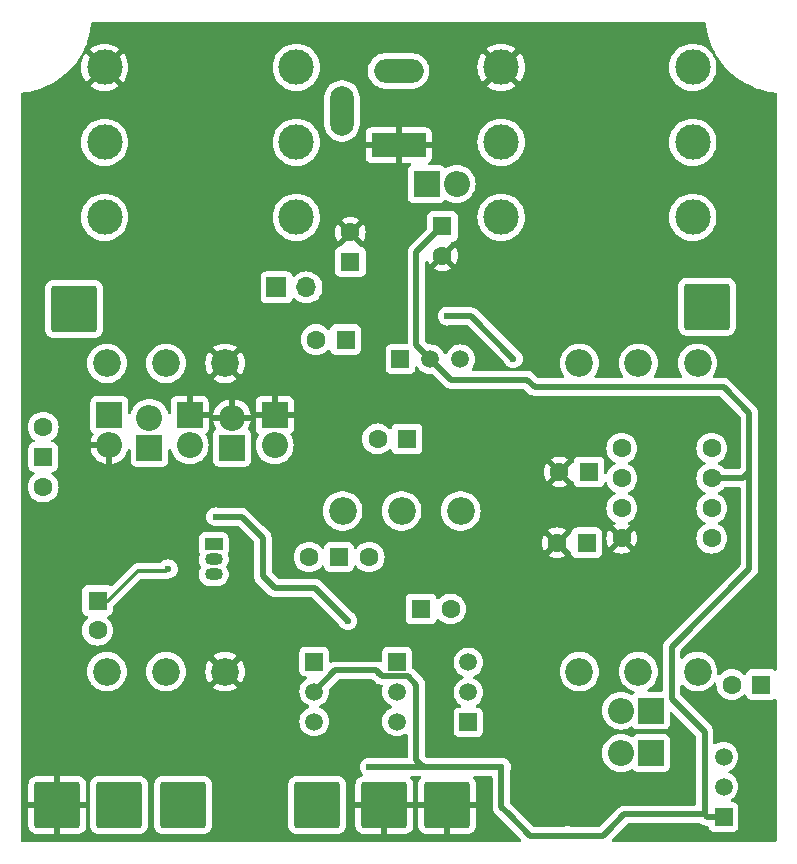
<source format=gbl>
G04 #@! TF.GenerationSoftware,KiCad,Pcbnew,8.0.1*
G04 #@! TF.CreationDate,2024-08-15T13:48:40+05:00*
G04 #@! TF.ProjectId,Life_pedal,4c696665-5f70-4656-9461-6c2e6b696361,rev?*
G04 #@! TF.SameCoordinates,Original*
G04 #@! TF.FileFunction,Copper,L4,Bot*
G04 #@! TF.FilePolarity,Positive*
%FSLAX46Y46*%
G04 Gerber Fmt 4.6, Leading zero omitted, Abs format (unit mm)*
G04 Created by KiCad (PCBNEW 8.0.1) date 2024-08-15 13:48:40*
%MOMM*%
%LPD*%
G01*
G04 APERTURE LIST*
G04 Aperture macros list*
%AMRoundRect*
0 Rectangle with rounded corners*
0 $1 Rounding radius*
0 $2 $3 $4 $5 $6 $7 $8 $9 X,Y pos of 4 corners*
0 Add a 4 corners polygon primitive as box body*
4,1,4,$2,$3,$4,$5,$6,$7,$8,$9,$2,$3,0*
0 Add four circle primitives for the rounded corners*
1,1,$1+$1,$2,$3*
1,1,$1+$1,$4,$5*
1,1,$1+$1,$6,$7*
1,1,$1+$1,$8,$9*
0 Add four rect primitives between the rounded corners*
20,1,$1+$1,$2,$3,$4,$5,0*
20,1,$1+$1,$4,$5,$6,$7,0*
20,1,$1+$1,$6,$7,$8,$9,0*
20,1,$1+$1,$8,$9,$2,$3,0*%
G04 Aperture macros list end*
G04 #@! TA.AperFunction,ComponentPad*
%ADD10R,2.200000X2.200000*%
G04 #@! TD*
G04 #@! TA.AperFunction,ComponentPad*
%ADD11O,2.200000X2.200000*%
G04 #@! TD*
G04 #@! TA.AperFunction,ComponentPad*
%ADD12R,1.600000X1.600000*%
G04 #@! TD*
G04 #@! TA.AperFunction,ComponentPad*
%ADD13C,1.600000*%
G04 #@! TD*
G04 #@! TA.AperFunction,ComponentPad*
%ADD14R,1.500000X1.050000*%
G04 #@! TD*
G04 #@! TA.AperFunction,ComponentPad*
%ADD15O,1.500000X1.050000*%
G04 #@! TD*
G04 #@! TA.AperFunction,ComponentPad*
%ADD16R,1.500000X1.500000*%
G04 #@! TD*
G04 #@! TA.AperFunction,ComponentPad*
%ADD17C,1.500000*%
G04 #@! TD*
G04 #@! TA.AperFunction,ComponentPad*
%ADD18RoundRect,0.250002X1.699998X-1.699998X1.699998X1.699998X-1.699998X1.699998X-1.699998X-1.699998X0*%
G04 #@! TD*
G04 #@! TA.AperFunction,ComponentPad*
%ADD19R,1.700000X1.700000*%
G04 #@! TD*
G04 #@! TA.AperFunction,ComponentPad*
%ADD20O,1.700000X1.700000*%
G04 #@! TD*
G04 #@! TA.AperFunction,ComponentPad*
%ADD21C,3.000000*%
G04 #@! TD*
G04 #@! TA.AperFunction,ComponentPad*
%ADD22R,4.600000X2.000000*%
G04 #@! TD*
G04 #@! TA.AperFunction,ComponentPad*
%ADD23O,4.200000X2.000000*%
G04 #@! TD*
G04 #@! TA.AperFunction,ComponentPad*
%ADD24O,2.000000X4.200000*%
G04 #@! TD*
G04 #@! TA.AperFunction,ComponentPad*
%ADD25C,2.340000*%
G04 #@! TD*
G04 #@! TA.AperFunction,ViaPad*
%ADD26C,0.600000*%
G04 #@! TD*
G04 #@! TA.AperFunction,Conductor*
%ADD27C,0.500000*%
G04 #@! TD*
G04 #@! TA.AperFunction,Conductor*
%ADD28C,0.300000*%
G04 #@! TD*
G04 APERTURE END LIST*
D10*
X127200000Y-70940000D03*
D11*
X127200000Y-68400000D03*
D12*
X150194888Y-84600000D03*
D13*
X152694888Y-84600000D03*
D14*
X132640001Y-79130000D03*
D15*
X132640001Y-80400001D03*
X132640001Y-81670000D03*
D16*
X154200000Y-94200000D03*
D17*
X154200000Y-91660000D03*
X154200000Y-89120001D03*
D10*
X169668234Y-96800000D03*
D11*
X167128234Y-96800000D03*
D18*
X119400000Y-101200000D03*
X174400000Y-59000000D03*
D16*
X175800000Y-102200000D03*
D17*
X175800000Y-99660000D03*
X175800000Y-97120001D03*
D10*
X134200000Y-70940000D03*
D11*
X134200000Y-68400000D03*
D12*
X164205112Y-79000000D03*
D13*
X161705112Y-79000000D03*
D16*
X148150000Y-89050000D03*
D17*
X148150000Y-91590000D03*
X148150000Y-94129999D03*
D18*
X141400000Y-101200000D03*
D12*
X143805112Y-61800000D03*
D13*
X141305112Y-61800000D03*
D18*
X147085714Y-101200000D03*
X130028572Y-101200000D03*
D19*
X137950000Y-57375000D03*
D20*
X140490000Y-57375000D03*
D18*
X120800000Y-59200000D03*
D13*
X167180000Y-70990000D03*
X167180000Y-73530000D03*
X167180000Y-76070000D03*
X167180000Y-78610000D03*
X174800000Y-78610000D03*
X174800000Y-76070000D03*
X174800000Y-73530000D03*
X174800000Y-70990000D03*
D10*
X130600000Y-68203532D03*
D11*
X130600000Y-70743532D03*
D16*
X148450000Y-63450000D03*
D17*
X150990000Y-63450000D03*
X153530000Y-63450000D03*
D12*
X179000000Y-91000000D03*
D13*
X176500000Y-91000000D03*
D10*
X137800000Y-68203532D03*
D11*
X137800000Y-70743532D03*
D12*
X164405113Y-73000000D03*
D13*
X161905113Y-73000000D03*
D18*
X124600000Y-101200000D03*
D10*
X150660000Y-48600000D03*
D11*
X153200000Y-48600000D03*
D21*
X173200000Y-51435000D03*
X156970000Y-51435000D03*
X173200000Y-38735000D03*
X156970000Y-38735000D03*
X173200000Y-45085000D03*
X156970000Y-45085000D03*
D22*
X148300000Y-45335000D03*
D23*
X148300000Y-39035000D03*
D24*
X143500000Y-42435000D03*
D16*
X141150000Y-89050000D03*
D17*
X141150000Y-91590000D03*
X141150000Y-94129999D03*
D12*
X149005113Y-70200000D03*
D13*
X146505113Y-70200000D03*
D21*
X139630000Y-51435000D03*
X123400000Y-51435000D03*
X139630000Y-38735000D03*
X123400000Y-38735000D03*
X139630000Y-45085000D03*
X123400000Y-45085000D03*
D18*
X152400000Y-101200000D03*
D10*
X169668234Y-93200000D03*
D11*
X167128234Y-93200000D03*
D10*
X123800000Y-68203533D03*
D11*
X123800000Y-70743533D03*
D12*
X152000000Y-52194887D03*
D13*
X152000000Y-54694887D03*
X144200000Y-52705113D03*
D12*
X144200000Y-55205113D03*
X122800000Y-83900000D03*
D13*
X122800000Y-86400000D03*
D25*
X163600000Y-63800000D03*
X168600000Y-63800000D03*
X173600000Y-63800000D03*
D16*
X118200000Y-71740000D03*
D13*
X118200000Y-69200000D03*
X118200000Y-74280000D03*
D25*
X143550000Y-76300000D03*
X148550000Y-76300000D03*
X153550000Y-76300000D03*
X123600000Y-89900000D03*
X128600000Y-89900000D03*
X133600000Y-89900000D03*
X123600000Y-63800000D03*
X128600000Y-63800000D03*
X133600000Y-63800000D03*
D16*
X143260000Y-80200000D03*
D13*
X145800000Y-80200000D03*
X140720000Y-80200000D03*
D25*
X163600000Y-89900000D03*
X168600000Y-89900000D03*
X173600000Y-89900000D03*
D26*
X179275000Y-102230000D03*
X179275000Y-99690000D03*
X179275000Y-97150000D03*
X179275000Y-86990000D03*
X179275000Y-84450000D03*
X179275000Y-81910000D03*
X179275000Y-79370000D03*
X179275000Y-76830000D03*
X179275000Y-74290000D03*
X179275000Y-71750000D03*
X179275000Y-69210000D03*
X179275000Y-66670000D03*
X179275000Y-64130000D03*
X179275000Y-61590000D03*
X179275000Y-59050000D03*
X179275000Y-56510000D03*
X179275000Y-53970000D03*
X179275000Y-51430000D03*
X179275000Y-48890000D03*
X179275000Y-46350000D03*
X179275000Y-43810000D03*
X176735000Y-86990000D03*
X176735000Y-79370000D03*
X176735000Y-76830000D03*
X176735000Y-64130000D03*
X176735000Y-53970000D03*
X176735000Y-51430000D03*
X176735000Y-48890000D03*
X176735000Y-46350000D03*
X176735000Y-43810000D03*
X176735000Y-41270000D03*
X174195000Y-92070000D03*
X174195000Y-81910000D03*
X174195000Y-69210000D03*
X174195000Y-53970000D03*
X174195000Y-48890000D03*
X174195000Y-41270000D03*
X171655000Y-99690000D03*
X171655000Y-94610000D03*
X171655000Y-84450000D03*
X171655000Y-81910000D03*
X171655000Y-79370000D03*
X171655000Y-76830000D03*
X171655000Y-74290000D03*
X171655000Y-71750000D03*
X171655000Y-53970000D03*
X171655000Y-48890000D03*
X171655000Y-41270000D03*
X171655000Y-36190000D03*
X169115000Y-99690000D03*
X169115000Y-74290000D03*
X169115000Y-56510000D03*
X169115000Y-53970000D03*
X169115000Y-51430000D03*
X169115000Y-48890000D03*
X169115000Y-46350000D03*
X169115000Y-43810000D03*
X169115000Y-41270000D03*
X169115000Y-38730000D03*
X169115000Y-36190000D03*
X166575000Y-99690000D03*
X166575000Y-89530000D03*
X166575000Y-59050000D03*
X166575000Y-53970000D03*
X166575000Y-51430000D03*
X166575000Y-48890000D03*
X166575000Y-46350000D03*
X166575000Y-43810000D03*
X166575000Y-41270000D03*
X166575000Y-38730000D03*
X166575000Y-36190000D03*
X164035000Y-84450000D03*
X164035000Y-81910000D03*
X164035000Y-76830000D03*
X164035000Y-59050000D03*
X164035000Y-56510000D03*
X164035000Y-51430000D03*
X164035000Y-48890000D03*
X164035000Y-46350000D03*
X164035000Y-43810000D03*
X164035000Y-41270000D03*
X164035000Y-38730000D03*
X164035000Y-36190000D03*
X161495000Y-102230000D03*
X161495000Y-99690000D03*
X161495000Y-97150000D03*
X161495000Y-89530000D03*
X161495000Y-81910000D03*
X161495000Y-76830000D03*
X161495000Y-69210000D03*
X161495000Y-64130000D03*
X161495000Y-59050000D03*
X161495000Y-56510000D03*
X161495000Y-53970000D03*
X161495000Y-48890000D03*
X161495000Y-46350000D03*
X161495000Y-43810000D03*
X161495000Y-41270000D03*
X161495000Y-38730000D03*
X161495000Y-36190000D03*
X158955000Y-99690000D03*
X158955000Y-97150000D03*
X158955000Y-86990000D03*
X158955000Y-59050000D03*
X158955000Y-56510000D03*
X158955000Y-53970000D03*
X158955000Y-48890000D03*
X158955000Y-41270000D03*
X158955000Y-36190000D03*
X156415000Y-86990000D03*
X156415000Y-81910000D03*
X156415000Y-79370000D03*
X156415000Y-76830000D03*
X156415000Y-69210000D03*
X156415000Y-64130000D03*
X156415000Y-59050000D03*
X156415000Y-56510000D03*
X156415000Y-53970000D03*
X156415000Y-48890000D03*
X156415000Y-41270000D03*
X156415000Y-36190000D03*
X153875000Y-86990000D03*
X153875000Y-81910000D03*
X153875000Y-79370000D03*
X153875000Y-56510000D03*
X153875000Y-53970000D03*
X153875000Y-51430000D03*
X153875000Y-38730000D03*
X153875000Y-36190000D03*
X151335000Y-94610000D03*
X151335000Y-92070000D03*
X151335000Y-86990000D03*
X151335000Y-81910000D03*
X151335000Y-79370000D03*
X151335000Y-76830000D03*
X151335000Y-74290000D03*
X151335000Y-71750000D03*
X151335000Y-56510000D03*
X151335000Y-36190000D03*
X148795000Y-81910000D03*
X148795000Y-79370000D03*
X148795000Y-74290000D03*
X148795000Y-41270000D03*
X148795000Y-36190000D03*
X146255000Y-81910000D03*
X146255000Y-74290000D03*
X146255000Y-61590000D03*
X146255000Y-59050000D03*
X146255000Y-41270000D03*
X146255000Y-36190000D03*
X143715000Y-92070000D03*
X143715000Y-81910000D03*
X143715000Y-69210000D03*
X143715000Y-66670000D03*
X143715000Y-64130000D03*
X143715000Y-59050000D03*
X143715000Y-48890000D03*
X143715000Y-38730000D03*
X143715000Y-36190000D03*
X141175000Y-74290000D03*
X141175000Y-71750000D03*
X141175000Y-69210000D03*
X141175000Y-66670000D03*
X141175000Y-64130000D03*
X141175000Y-59050000D03*
X141175000Y-48890000D03*
X141175000Y-41270000D03*
X141175000Y-36190000D03*
X138635000Y-102230000D03*
X138635000Y-99690000D03*
X138635000Y-97150000D03*
X138635000Y-92070000D03*
X138635000Y-64130000D03*
X138635000Y-59050000D03*
X138635000Y-48890000D03*
X138635000Y-41270000D03*
X138635000Y-36190000D03*
X136095000Y-102230000D03*
X136095000Y-99690000D03*
X136095000Y-97150000D03*
X136095000Y-92070000D03*
X136095000Y-89530000D03*
X136095000Y-86990000D03*
X136095000Y-64130000D03*
X136095000Y-59050000D03*
X136095000Y-46350000D03*
X136095000Y-43810000D03*
X136095000Y-41270000D03*
X136095000Y-38730000D03*
X136095000Y-36190000D03*
X133555000Y-102230000D03*
X133555000Y-99690000D03*
X133555000Y-92070000D03*
X133555000Y-86990000D03*
X133555000Y-59050000D03*
X133555000Y-56510000D03*
X133555000Y-48890000D03*
X133555000Y-46350000D03*
X133555000Y-43810000D03*
X133555000Y-41270000D03*
X133555000Y-38730000D03*
X133555000Y-36190000D03*
X131015000Y-92070000D03*
X131015000Y-89530000D03*
X131015000Y-86990000D03*
X131015000Y-64130000D03*
X131015000Y-59050000D03*
X131015000Y-56510000D03*
X131015000Y-53970000D03*
X131015000Y-46350000D03*
X131015000Y-43810000D03*
X131015000Y-41270000D03*
X131015000Y-38730000D03*
X131015000Y-36190000D03*
X128475000Y-97150000D03*
X128475000Y-94610000D03*
X128475000Y-92070000D03*
X128475000Y-86990000D03*
X128475000Y-84450000D03*
X128475000Y-74290000D03*
X128475000Y-59050000D03*
X128475000Y-56510000D03*
X128475000Y-53970000D03*
X128475000Y-51430000D03*
X128475000Y-43810000D03*
X128475000Y-41270000D03*
X128475000Y-38730000D03*
X128475000Y-36190000D03*
X125935000Y-97150000D03*
X125935000Y-94610000D03*
X125935000Y-89530000D03*
X125935000Y-86990000D03*
X125935000Y-84450000D03*
X125935000Y-74290000D03*
X125935000Y-64130000D03*
X125935000Y-59050000D03*
X125935000Y-56510000D03*
X125935000Y-53970000D03*
X125935000Y-51430000D03*
X125935000Y-48890000D03*
X125935000Y-43810000D03*
X125935000Y-41270000D03*
X125935000Y-38730000D03*
X125935000Y-36190000D03*
X123395000Y-97150000D03*
X123395000Y-94610000D03*
X123395000Y-81910000D03*
X123395000Y-74290000D03*
X123395000Y-53970000D03*
X123395000Y-48890000D03*
X123395000Y-41270000D03*
X123395000Y-36190000D03*
X120855000Y-97150000D03*
X120855000Y-94610000D03*
X120855000Y-92070000D03*
X120855000Y-86990000D03*
X120855000Y-84450000D03*
X120855000Y-81910000D03*
X120855000Y-79370000D03*
X120855000Y-76830000D03*
X120855000Y-71750000D03*
X120855000Y-69210000D03*
X120855000Y-64130000D03*
X120855000Y-51430000D03*
X120855000Y-48890000D03*
X120855000Y-46350000D03*
X120855000Y-43810000D03*
X120855000Y-41270000D03*
X118315000Y-97150000D03*
X118315000Y-94610000D03*
X118315000Y-92070000D03*
X118315000Y-89530000D03*
X118315000Y-66670000D03*
X118315000Y-64130000D03*
X118315000Y-53970000D03*
X118315000Y-51430000D03*
X118315000Y-48890000D03*
X118315000Y-46350000D03*
X118315000Y-43810000D03*
X118315000Y-41270000D03*
X144000000Y-85600000D03*
X145800000Y-98000000D03*
X157000000Y-98000000D03*
X132800000Y-76800000D03*
X162600000Y-103800000D03*
X146600000Y-90000000D03*
X133200000Y-97800000D03*
X158000000Y-89200000D03*
X165600000Y-83400000D03*
X144600000Y-97400000D03*
X156000000Y-67800000D03*
X132000000Y-84800000D03*
X147800000Y-66000000D03*
X144800000Y-47000000D03*
X155600000Y-75200000D03*
X164400000Y-102800000D03*
X178800000Y-95400000D03*
X133800000Y-97000000D03*
X144000000Y-94600000D03*
X138400000Y-85800000D03*
X136600000Y-84000000D03*
X158000000Y-63400000D03*
X152400000Y-59800000D03*
X128800000Y-81200000D03*
D27*
X146850000Y-90250000D02*
X146600000Y-90000000D01*
X149050000Y-90250000D02*
X146850000Y-90250000D01*
X149800000Y-91000000D02*
X149050000Y-90250000D01*
X149800000Y-97400000D02*
X149800000Y-91000000D01*
X150400000Y-98000000D02*
X149800000Y-97400000D01*
X149800000Y-62260000D02*
X150990000Y-63450000D01*
X152000000Y-52194887D02*
X149800000Y-54394887D01*
X149800000Y-54394887D02*
X149800000Y-62260000D01*
X146400000Y-89800000D02*
X146600000Y-90000000D01*
X145800000Y-98000000D02*
X150400000Y-98000000D01*
X178000000Y-81200000D02*
X171400000Y-87800000D01*
X159200000Y-65200000D02*
X159800000Y-65800000D01*
X144000000Y-85600000D02*
X141200000Y-82800000D01*
X159800000Y-65800000D02*
X175800000Y-65800000D01*
X135000000Y-76800000D02*
X132800000Y-76800000D01*
X136800000Y-78600000D02*
X135000000Y-76800000D01*
X174400000Y-102200000D02*
X175800000Y-102200000D01*
X141200000Y-82800000D02*
X137800000Y-82800000D01*
X157600000Y-102000000D02*
X157000000Y-101400000D01*
X159400000Y-103800000D02*
X157600000Y-102000000D01*
X150990000Y-63450000D02*
X152740000Y-65200000D01*
X174200000Y-95000000D02*
X174200000Y-102000000D01*
X171400000Y-92200000D02*
X174200000Y-95000000D01*
X142940000Y-89800000D02*
X146400000Y-89800000D01*
X166000000Y-103400000D02*
X165600000Y-103800000D01*
X174200000Y-102000000D02*
X167400000Y-102000000D01*
X141150000Y-91590000D02*
X142940000Y-89800000D01*
X177470000Y-73530000D02*
X174800000Y-73530000D01*
X178000000Y-68000000D02*
X178000000Y-73000000D01*
X150400000Y-98000000D02*
X157000000Y-98000000D01*
X178000000Y-73000000D02*
X178000000Y-81200000D01*
X178000000Y-73000000D02*
X177470000Y-73530000D01*
X174200000Y-102000000D02*
X174400000Y-102200000D01*
X136800000Y-81800000D02*
X136800000Y-78600000D01*
X162600000Y-103800000D02*
X159400000Y-103800000D01*
X171400000Y-87800000D02*
X171400000Y-92200000D01*
X175800000Y-65800000D02*
X178000000Y-68000000D01*
X137800000Y-82800000D02*
X136800000Y-81800000D01*
X167400000Y-102000000D02*
X166000000Y-103400000D01*
X152740000Y-65200000D02*
X159200000Y-65200000D01*
X165600000Y-103800000D02*
X162600000Y-103800000D01*
X157000000Y-101400000D02*
X157000000Y-98000000D01*
X153600000Y-59800000D02*
X152400000Y-59800000D01*
X158000000Y-63400000D02*
X154400000Y-59800000D01*
X154400000Y-59800000D02*
X153600000Y-59800000D01*
D28*
X126200000Y-81400000D02*
X128600000Y-81400000D01*
X123700000Y-83900000D02*
X126200000Y-81400000D01*
X128600000Y-81400000D02*
X128800000Y-81200000D01*
X122800000Y-83900000D02*
X123700000Y-83900000D01*
G04 #@! TA.AperFunction,Conductor*
G36*
X174270763Y-34920185D02*
G01*
X174316518Y-34972989D01*
X174327377Y-35015233D01*
X174335852Y-35128333D01*
X174408358Y-35609370D01*
X174516606Y-36083638D01*
X174659998Y-36548498D01*
X174837707Y-37001291D01*
X174837713Y-37001304D01*
X174837718Y-37001317D01*
X174860091Y-37047775D01*
X175048784Y-37439602D01*
X175085459Y-37503126D01*
X175101931Y-37571026D01*
X175099756Y-37577307D01*
X175134299Y-37596169D01*
X175154005Y-37621850D01*
X175181775Y-37669949D01*
X175292018Y-37860895D01*
X175566052Y-38262829D01*
X175566057Y-38262836D01*
X175869356Y-38643161D01*
X175869357Y-38643162D01*
X176200236Y-38999764D01*
X176395803Y-39181224D01*
X176556838Y-39330643D01*
X176854682Y-39568166D01*
X176937171Y-39633948D01*
X177339105Y-39907982D01*
X177582307Y-40048395D01*
X177760391Y-40151212D01*
X177760394Y-40151214D01*
X177841938Y-40190483D01*
X178198683Y-40362282D01*
X178198704Y-40362290D01*
X178198708Y-40362292D01*
X178651501Y-40540001D01*
X178651513Y-40540004D01*
X178651519Y-40540007D01*
X178878857Y-40610132D01*
X179116361Y-40683393D01*
X179116366Y-40683394D01*
X179116369Y-40683395D01*
X179590636Y-40791643D01*
X180071666Y-40864147D01*
X180184765Y-40872622D01*
X180250147Y-40897260D01*
X180291828Y-40953336D01*
X180299500Y-40996275D01*
X180299500Y-89700998D01*
X180279815Y-89768037D01*
X180227011Y-89813792D01*
X180157853Y-89823736D01*
X180101189Y-89800265D01*
X180042331Y-89756204D01*
X180042328Y-89756202D01*
X179907482Y-89705908D01*
X179907483Y-89705908D01*
X179847883Y-89699501D01*
X179847881Y-89699500D01*
X179847873Y-89699500D01*
X179847864Y-89699500D01*
X178152129Y-89699500D01*
X178152123Y-89699501D01*
X178092516Y-89705908D01*
X177957671Y-89756202D01*
X177957664Y-89756206D01*
X177842455Y-89842452D01*
X177842452Y-89842455D01*
X177756206Y-89957664D01*
X177756202Y-89957671D01*
X177705909Y-90092513D01*
X177704632Y-90097922D01*
X177670058Y-90158638D01*
X177608147Y-90191023D01*
X177538556Y-90184796D01*
X177496274Y-90157087D01*
X177339141Y-89999954D01*
X177152734Y-89869432D01*
X177152732Y-89869431D01*
X176946497Y-89773261D01*
X176946488Y-89773258D01*
X176726697Y-89714366D01*
X176726693Y-89714365D01*
X176726692Y-89714365D01*
X176726691Y-89714364D01*
X176726686Y-89714364D01*
X176500002Y-89694532D01*
X176499998Y-89694532D01*
X176273313Y-89714364D01*
X176273302Y-89714366D01*
X176053511Y-89773258D01*
X176053502Y-89773261D01*
X175847267Y-89869431D01*
X175847265Y-89869432D01*
X175660858Y-89999954D01*
X175499955Y-90160857D01*
X175485321Y-90181757D01*
X175430744Y-90225381D01*
X175361245Y-90232573D01*
X175298891Y-90201050D01*
X175263478Y-90140820D01*
X175260094Y-90101365D01*
X175275184Y-89900003D01*
X175275184Y-89899995D01*
X175256475Y-89650336D01*
X175256474Y-89650331D01*
X175256474Y-89650327D01*
X175200760Y-89406231D01*
X175109289Y-89173165D01*
X174984102Y-88956335D01*
X174827997Y-88760586D01*
X174827995Y-88760584D01*
X174827993Y-88760581D01*
X174644460Y-88590288D01*
X174592480Y-88554849D01*
X174437592Y-88449248D01*
X174437588Y-88449246D01*
X174437585Y-88449244D01*
X174437584Y-88449243D01*
X174212015Y-88340616D01*
X174212017Y-88340616D01*
X173972765Y-88266816D01*
X173972759Y-88266814D01*
X173725194Y-88229500D01*
X173725187Y-88229500D01*
X173474813Y-88229500D01*
X173474805Y-88229500D01*
X173227240Y-88266814D01*
X173227234Y-88266816D01*
X172987983Y-88340616D01*
X172762415Y-88449243D01*
X172762414Y-88449244D01*
X172555539Y-88590288D01*
X172372004Y-88760583D01*
X172372004Y-88760584D01*
X172371439Y-88761293D01*
X172371174Y-88761478D01*
X172368856Y-88763978D01*
X172368601Y-88763741D01*
X172368601Y-88763742D01*
X172368597Y-88763738D01*
X172368320Y-88763481D01*
X172314247Y-88801427D01*
X172244435Y-88804270D01*
X172184168Y-88768918D01*
X172152582Y-88706596D01*
X172150500Y-88683970D01*
X172150500Y-88162229D01*
X172170185Y-88095190D01*
X172186819Y-88074548D01*
X178582950Y-81678417D01*
X178582952Y-81678415D01*
X178625545Y-81614669D01*
X178665084Y-81555495D01*
X178702954Y-81464069D01*
X178708576Y-81450498D01*
X178721657Y-81418916D01*
X178721659Y-81418912D01*
X178750500Y-81273917D01*
X178750500Y-81126082D01*
X178750500Y-72926082D01*
X178750500Y-67926082D01*
X178750500Y-67926079D01*
X178721659Y-67781092D01*
X178721658Y-67781091D01*
X178721658Y-67781087D01*
X178665084Y-67644505D01*
X178591166Y-67533878D01*
X178582952Y-67521584D01*
X177444319Y-66382951D01*
X176278421Y-65217052D01*
X176278414Y-65217046D01*
X176204729Y-65167812D01*
X176204729Y-65167813D01*
X176155491Y-65134913D01*
X176018917Y-65078343D01*
X176018907Y-65078340D01*
X175873920Y-65049500D01*
X175873918Y-65049500D01*
X174997695Y-65049500D01*
X174930656Y-65029815D01*
X174884901Y-64977011D01*
X174874957Y-64907853D01*
X174900748Y-64848187D01*
X174984102Y-64743665D01*
X175109289Y-64526835D01*
X175200760Y-64293769D01*
X175256474Y-64049673D01*
X175275184Y-63800000D01*
X175271401Y-63749523D01*
X175256475Y-63550336D01*
X175256474Y-63550331D01*
X175256474Y-63550327D01*
X175200760Y-63306231D01*
X175109289Y-63073165D01*
X174984102Y-62856335D01*
X174827997Y-62660586D01*
X174827996Y-62660585D01*
X174827993Y-62660581D01*
X174644460Y-62490288D01*
X174641694Y-62488402D01*
X174437592Y-62349248D01*
X174437588Y-62349246D01*
X174437585Y-62349244D01*
X174437584Y-62349243D01*
X174212015Y-62240616D01*
X174212017Y-62240616D01*
X173972765Y-62166816D01*
X173972759Y-62166814D01*
X173725194Y-62129500D01*
X173725187Y-62129500D01*
X173474813Y-62129500D01*
X173474805Y-62129500D01*
X173227240Y-62166814D01*
X173227234Y-62166816D01*
X172987983Y-62240616D01*
X172762415Y-62349243D01*
X172762414Y-62349244D01*
X172555539Y-62490288D01*
X172372006Y-62660581D01*
X172215898Y-62856335D01*
X172090711Y-63073164D01*
X171999242Y-63306225D01*
X171999236Y-63306244D01*
X171943525Y-63550331D01*
X171943524Y-63550336D01*
X171924816Y-63799995D01*
X171924816Y-63800004D01*
X171943524Y-64049663D01*
X171943525Y-64049668D01*
X171999236Y-64293755D01*
X171999238Y-64293764D01*
X171999240Y-64293769D01*
X172090711Y-64526835D01*
X172215898Y-64743665D01*
X172254161Y-64791645D01*
X172299252Y-64848187D01*
X172325660Y-64912874D01*
X172312905Y-64981569D01*
X172265034Y-65032463D01*
X172202305Y-65049500D01*
X169997695Y-65049500D01*
X169930656Y-65029815D01*
X169884901Y-64977011D01*
X169874957Y-64907853D01*
X169900748Y-64848187D01*
X169984102Y-64743665D01*
X170109289Y-64526835D01*
X170200760Y-64293769D01*
X170256474Y-64049673D01*
X170275184Y-63800000D01*
X170271401Y-63749523D01*
X170256475Y-63550336D01*
X170256474Y-63550331D01*
X170256474Y-63550327D01*
X170200760Y-63306231D01*
X170109289Y-63073165D01*
X169984102Y-62856335D01*
X169827997Y-62660586D01*
X169827996Y-62660585D01*
X169827993Y-62660581D01*
X169644460Y-62490288D01*
X169641694Y-62488402D01*
X169437592Y-62349248D01*
X169437588Y-62349246D01*
X169437585Y-62349244D01*
X169437584Y-62349243D01*
X169212015Y-62240616D01*
X169212017Y-62240616D01*
X168972765Y-62166816D01*
X168972759Y-62166814D01*
X168725194Y-62129500D01*
X168725187Y-62129500D01*
X168474813Y-62129500D01*
X168474805Y-62129500D01*
X168227240Y-62166814D01*
X168227234Y-62166816D01*
X167987983Y-62240616D01*
X167762415Y-62349243D01*
X167762414Y-62349244D01*
X167555539Y-62490288D01*
X167372006Y-62660581D01*
X167215898Y-62856335D01*
X167090711Y-63073164D01*
X166999242Y-63306225D01*
X166999236Y-63306244D01*
X166943525Y-63550331D01*
X166943524Y-63550336D01*
X166924816Y-63799995D01*
X166924816Y-63800004D01*
X166943524Y-64049663D01*
X166943525Y-64049668D01*
X166999236Y-64293755D01*
X166999238Y-64293764D01*
X166999240Y-64293769D01*
X167090711Y-64526835D01*
X167215898Y-64743665D01*
X167254161Y-64791645D01*
X167299252Y-64848187D01*
X167325660Y-64912874D01*
X167312905Y-64981569D01*
X167265034Y-65032463D01*
X167202305Y-65049500D01*
X164997695Y-65049500D01*
X164930656Y-65029815D01*
X164884901Y-64977011D01*
X164874957Y-64907853D01*
X164900748Y-64848187D01*
X164984102Y-64743665D01*
X165109289Y-64526835D01*
X165200760Y-64293769D01*
X165256474Y-64049673D01*
X165275184Y-63800000D01*
X165271401Y-63749523D01*
X165256475Y-63550336D01*
X165256474Y-63550331D01*
X165256474Y-63550327D01*
X165200760Y-63306231D01*
X165109289Y-63073165D01*
X164984102Y-62856335D01*
X164827997Y-62660586D01*
X164827996Y-62660585D01*
X164827993Y-62660581D01*
X164644460Y-62490288D01*
X164641694Y-62488402D01*
X164437592Y-62349248D01*
X164437588Y-62349246D01*
X164437585Y-62349244D01*
X164437584Y-62349243D01*
X164212015Y-62240616D01*
X164212017Y-62240616D01*
X163972765Y-62166816D01*
X163972759Y-62166814D01*
X163725194Y-62129500D01*
X163725187Y-62129500D01*
X163474813Y-62129500D01*
X163474805Y-62129500D01*
X163227240Y-62166814D01*
X163227234Y-62166816D01*
X162987983Y-62240616D01*
X162762415Y-62349243D01*
X162762414Y-62349244D01*
X162555539Y-62490288D01*
X162372006Y-62660581D01*
X162215898Y-62856335D01*
X162090711Y-63073164D01*
X161999242Y-63306225D01*
X161999236Y-63306244D01*
X161943525Y-63550331D01*
X161943524Y-63550336D01*
X161924816Y-63799995D01*
X161924816Y-63800004D01*
X161943524Y-64049663D01*
X161943525Y-64049668D01*
X161999236Y-64293755D01*
X161999238Y-64293764D01*
X161999240Y-64293769D01*
X162090711Y-64526835D01*
X162215898Y-64743665D01*
X162254161Y-64791645D01*
X162299252Y-64848187D01*
X162325660Y-64912874D01*
X162312905Y-64981569D01*
X162265034Y-65032463D01*
X162202305Y-65049500D01*
X160162229Y-65049500D01*
X160095190Y-65029815D01*
X160074548Y-65013181D01*
X159678421Y-64617052D01*
X159678420Y-64617051D01*
X159589363Y-64557546D01*
X159555495Y-64534916D01*
X159555488Y-64534912D01*
X159418917Y-64478343D01*
X159418907Y-64478340D01*
X159273920Y-64449500D01*
X159273918Y-64449500D01*
X158043043Y-64449500D01*
X158000101Y-64436890D01*
X157978351Y-64447640D01*
X157956957Y-64449500D01*
X154594923Y-64449500D01*
X154527884Y-64429815D01*
X154482129Y-64377011D01*
X154472185Y-64307853D01*
X154493346Y-64254380D01*
X154617102Y-64077639D01*
X154709575Y-63879330D01*
X154766207Y-63667977D01*
X154785277Y-63450000D01*
X154766207Y-63232023D01*
X154709575Y-63020670D01*
X154617102Y-62822362D01*
X154617100Y-62822359D01*
X154617099Y-62822357D01*
X154491599Y-62643124D01*
X154440992Y-62592517D01*
X154336877Y-62488402D01*
X154157639Y-62362898D01*
X154157640Y-62362898D01*
X154157638Y-62362897D01*
X154033279Y-62304908D01*
X153959330Y-62270425D01*
X153959326Y-62270424D01*
X153959322Y-62270422D01*
X153747977Y-62213793D01*
X153530002Y-62194723D01*
X153529998Y-62194723D01*
X153402151Y-62205908D01*
X153312023Y-62213793D01*
X153312020Y-62213793D01*
X153100677Y-62270422D01*
X153100668Y-62270426D01*
X152902361Y-62362898D01*
X152902357Y-62362900D01*
X152723121Y-62488402D01*
X152568402Y-62643121D01*
X152442900Y-62822357D01*
X152442898Y-62822361D01*
X152372382Y-62973583D01*
X152326209Y-63026022D01*
X152259016Y-63045174D01*
X152192135Y-63024958D01*
X152147618Y-62973583D01*
X152133118Y-62942488D01*
X152077102Y-62822362D01*
X152077100Y-62822359D01*
X152077099Y-62822357D01*
X151951599Y-62643124D01*
X151900992Y-62592517D01*
X151796877Y-62488402D01*
X151617639Y-62362898D01*
X151617640Y-62362898D01*
X151617638Y-62362897D01*
X151493279Y-62304908D01*
X151419330Y-62270425D01*
X151419326Y-62270424D01*
X151419322Y-62270422D01*
X151207977Y-62213793D01*
X150990002Y-62194723D01*
X150989997Y-62194723D01*
X150869290Y-62205282D01*
X150800790Y-62191515D01*
X150770803Y-62169435D01*
X150586819Y-61985451D01*
X150553334Y-61924128D01*
X150550500Y-61897770D01*
X150550500Y-59800003D01*
X151594435Y-59800003D01*
X151614630Y-59979249D01*
X151614631Y-59979254D01*
X151674211Y-60149523D01*
X151770184Y-60302262D01*
X151897738Y-60429816D01*
X151988080Y-60486582D01*
X152018837Y-60505908D01*
X152050478Y-60525789D01*
X152186137Y-60573258D01*
X152220745Y-60585368D01*
X152220750Y-60585369D01*
X152399996Y-60605565D01*
X152400000Y-60605565D01*
X152400004Y-60605565D01*
X152579249Y-60585369D01*
X152579252Y-60585368D01*
X152579255Y-60585368D01*
X152659017Y-60557457D01*
X152699972Y-60550500D01*
X153526082Y-60550500D01*
X154037770Y-60550500D01*
X154104809Y-60570185D01*
X154125451Y-60586819D01*
X157246692Y-63708060D01*
X157269356Y-63744129D01*
X157271188Y-63743247D01*
X157274207Y-63749516D01*
X157305925Y-63799995D01*
X157370184Y-63902262D01*
X157497738Y-64029816D01*
X157650478Y-64125789D01*
X157729823Y-64153553D01*
X157820745Y-64185368D01*
X157820750Y-64185369D01*
X157970840Y-64202280D01*
X157997366Y-64213426D01*
X158008108Y-64206523D01*
X158029160Y-64202280D01*
X158179249Y-64185369D01*
X158179252Y-64185368D01*
X158179255Y-64185368D01*
X158349522Y-64125789D01*
X158502262Y-64029816D01*
X158629816Y-63902262D01*
X158725789Y-63749522D01*
X158785368Y-63579255D01*
X158788619Y-63550400D01*
X158805565Y-63400003D01*
X158805565Y-63399996D01*
X158785369Y-63220750D01*
X158785368Y-63220745D01*
X158733803Y-63073381D01*
X158725789Y-63050478D01*
X158722456Y-63045174D01*
X158677473Y-62973583D01*
X158629816Y-62897738D01*
X158502262Y-62770184D01*
X158402474Y-62707483D01*
X158349516Y-62674207D01*
X158343247Y-62671188D01*
X158344129Y-62669356D01*
X158308060Y-62646692D01*
X156411368Y-60749999D01*
X171949500Y-60749999D01*
X171949501Y-60750016D01*
X171960000Y-60852795D01*
X171960001Y-60852798D01*
X172005805Y-60991023D01*
X172015186Y-61019333D01*
X172107289Y-61168655D01*
X172231345Y-61292711D01*
X172380667Y-61384814D01*
X172547204Y-61439999D01*
X172649993Y-61450500D01*
X176150006Y-61450499D01*
X176252796Y-61439999D01*
X176419333Y-61384814D01*
X176568655Y-61292711D01*
X176692711Y-61168655D01*
X176784814Y-61019333D01*
X176839999Y-60852796D01*
X176850500Y-60750007D01*
X176850499Y-57249994D01*
X176839999Y-57147204D01*
X176784814Y-56980667D01*
X176692711Y-56831345D01*
X176568655Y-56707289D01*
X176419333Y-56615186D01*
X176252796Y-56560001D01*
X176252794Y-56560000D01*
X176150008Y-56549500D01*
X172650000Y-56549500D01*
X172649983Y-56549501D01*
X172547204Y-56560000D01*
X172547201Y-56560001D01*
X172380669Y-56615185D01*
X172380664Y-56615187D01*
X172231343Y-56707290D01*
X172107290Y-56831343D01*
X172015187Y-56980664D01*
X172015185Y-56980669D01*
X171998393Y-57031345D01*
X171960001Y-57147204D01*
X171960001Y-57147205D01*
X171960000Y-57147205D01*
X171949500Y-57249985D01*
X171949500Y-60749999D01*
X156411368Y-60749999D01*
X154878421Y-59217052D01*
X154878414Y-59217046D01*
X154804729Y-59167812D01*
X154804729Y-59167813D01*
X154755491Y-59134913D01*
X154618917Y-59078343D01*
X154618907Y-59078340D01*
X154473920Y-59049500D01*
X154473918Y-59049500D01*
X153673918Y-59049500D01*
X152699972Y-59049500D01*
X152659017Y-59042542D01*
X152579254Y-59014631D01*
X152579249Y-59014630D01*
X152400004Y-58994435D01*
X152399996Y-58994435D01*
X152220750Y-59014630D01*
X152220745Y-59014631D01*
X152050476Y-59074211D01*
X151897737Y-59170184D01*
X151770184Y-59297737D01*
X151674211Y-59450476D01*
X151614631Y-59620745D01*
X151614630Y-59620750D01*
X151594435Y-59799996D01*
X151594435Y-59800003D01*
X150550500Y-59800003D01*
X150550500Y-55221814D01*
X150570185Y-55154775D01*
X150622989Y-55109020D01*
X150692147Y-55099076D01*
X150755703Y-55128101D01*
X150786882Y-55169410D01*
X150869863Y-55347365D01*
X150920974Y-55420359D01*
X151600000Y-54741333D01*
X151600000Y-54747548D01*
X151627259Y-54849281D01*
X151679920Y-54940493D01*
X151754394Y-55014967D01*
X151845606Y-55067628D01*
X151947339Y-55094887D01*
X151953553Y-55094887D01*
X151274526Y-55773912D01*
X151347513Y-55825019D01*
X151347521Y-55825023D01*
X151553668Y-55921151D01*
X151553682Y-55921156D01*
X151773389Y-55980026D01*
X151773400Y-55980028D01*
X151999998Y-55999853D01*
X152000002Y-55999853D01*
X152226599Y-55980028D01*
X152226610Y-55980026D01*
X152446317Y-55921156D01*
X152446331Y-55921151D01*
X152652478Y-55825023D01*
X152725471Y-55773911D01*
X152046447Y-55094887D01*
X152052661Y-55094887D01*
X152154394Y-55067628D01*
X152245606Y-55014967D01*
X152320080Y-54940493D01*
X152372741Y-54849281D01*
X152400000Y-54747548D01*
X152400000Y-54741334D01*
X153079024Y-55420358D01*
X153130136Y-55347365D01*
X153226264Y-55141218D01*
X153226269Y-55141204D01*
X153285139Y-54921497D01*
X153285141Y-54921486D01*
X153304966Y-54694889D01*
X153304966Y-54694884D01*
X153285141Y-54468287D01*
X153285139Y-54468276D01*
X153226269Y-54248569D01*
X153226264Y-54248555D01*
X153130136Y-54042408D01*
X153130132Y-54042400D01*
X153079025Y-53969413D01*
X152400000Y-54648438D01*
X152400000Y-54642226D01*
X152372741Y-54540493D01*
X152320080Y-54449281D01*
X152245606Y-54374807D01*
X152154394Y-54322146D01*
X152052661Y-54294887D01*
X152046446Y-54294887D01*
X152730645Y-53610688D01*
X152740492Y-53561694D01*
X152789107Y-53511511D01*
X152844633Y-53496868D01*
X152844576Y-53495787D01*
X152844571Y-53495741D01*
X152844573Y-53495740D01*
X152844564Y-53495563D01*
X152847857Y-53495386D01*
X152847872Y-53495386D01*
X152907483Y-53488978D01*
X153042331Y-53438683D01*
X153157546Y-53352433D01*
X153243796Y-53237218D01*
X153294091Y-53102370D01*
X153300500Y-53042760D01*
X153300499Y-51435001D01*
X154964390Y-51435001D01*
X154984804Y-51720433D01*
X155045628Y-52000037D01*
X155045630Y-52000043D01*
X155045631Y-52000046D01*
X155142136Y-52258786D01*
X155145635Y-52268166D01*
X155282770Y-52519309D01*
X155282775Y-52519317D01*
X155454254Y-52748387D01*
X155454270Y-52748405D01*
X155656594Y-52950729D01*
X155656612Y-52950745D01*
X155885682Y-53122224D01*
X155885690Y-53122229D01*
X156136833Y-53259364D01*
X156136832Y-53259364D01*
X156136836Y-53259365D01*
X156136839Y-53259367D01*
X156404954Y-53359369D01*
X156404960Y-53359370D01*
X156404962Y-53359371D01*
X156684566Y-53420195D01*
X156684568Y-53420195D01*
X156684572Y-53420196D01*
X156938220Y-53438337D01*
X156969999Y-53440610D01*
X156970000Y-53440610D01*
X156970001Y-53440610D01*
X156998595Y-53438564D01*
X157255428Y-53420196D01*
X157535046Y-53359369D01*
X157803161Y-53259367D01*
X158054315Y-53122226D01*
X158283395Y-52950739D01*
X158485739Y-52748395D01*
X158657226Y-52519315D01*
X158794367Y-52268161D01*
X158894369Y-52000046D01*
X158955196Y-51720428D01*
X158975610Y-51435001D01*
X171194390Y-51435001D01*
X171214804Y-51720433D01*
X171275628Y-52000037D01*
X171275630Y-52000043D01*
X171275631Y-52000046D01*
X171372136Y-52258786D01*
X171375635Y-52268166D01*
X171512770Y-52519309D01*
X171512775Y-52519317D01*
X171684254Y-52748387D01*
X171684270Y-52748405D01*
X171886594Y-52950729D01*
X171886612Y-52950745D01*
X172115682Y-53122224D01*
X172115690Y-53122229D01*
X172366833Y-53259364D01*
X172366832Y-53259364D01*
X172366836Y-53259365D01*
X172366839Y-53259367D01*
X172634954Y-53359369D01*
X172634960Y-53359370D01*
X172634962Y-53359371D01*
X172914566Y-53420195D01*
X172914568Y-53420195D01*
X172914572Y-53420196D01*
X173168220Y-53438337D01*
X173199999Y-53440610D01*
X173200000Y-53440610D01*
X173200001Y-53440610D01*
X173228595Y-53438564D01*
X173485428Y-53420196D01*
X173765046Y-53359369D01*
X174033161Y-53259367D01*
X174284315Y-53122226D01*
X174513395Y-52950739D01*
X174715739Y-52748395D01*
X174887226Y-52519315D01*
X175024367Y-52268161D01*
X175124369Y-52000046D01*
X175185196Y-51720428D01*
X175205610Y-51435000D01*
X175185196Y-51149572D01*
X175160781Y-51037339D01*
X175124371Y-50869962D01*
X175124370Y-50869960D01*
X175124369Y-50869954D01*
X175024367Y-50601839D01*
X174887226Y-50350685D01*
X174778504Y-50205449D01*
X174715745Y-50121612D01*
X174715729Y-50121594D01*
X174513405Y-49919270D01*
X174513387Y-49919254D01*
X174284317Y-49747775D01*
X174284309Y-49747770D01*
X174033166Y-49610635D01*
X174033167Y-49610635D01*
X173853581Y-49543653D01*
X173765046Y-49510631D01*
X173765043Y-49510630D01*
X173765037Y-49510628D01*
X173485433Y-49449804D01*
X173200001Y-49429390D01*
X173199999Y-49429390D01*
X172914566Y-49449804D01*
X172634962Y-49510628D01*
X172366833Y-49610635D01*
X172115690Y-49747770D01*
X172115682Y-49747775D01*
X171886612Y-49919254D01*
X171886594Y-49919270D01*
X171684270Y-50121594D01*
X171684254Y-50121612D01*
X171512775Y-50350682D01*
X171512770Y-50350690D01*
X171375635Y-50601833D01*
X171275628Y-50869962D01*
X171214804Y-51149566D01*
X171194390Y-51434998D01*
X171194390Y-51435001D01*
X158975610Y-51435001D01*
X158975610Y-51435000D01*
X158955196Y-51149572D01*
X158930781Y-51037339D01*
X158894371Y-50869962D01*
X158894370Y-50869960D01*
X158894369Y-50869954D01*
X158794367Y-50601839D01*
X158657226Y-50350685D01*
X158548504Y-50205449D01*
X158485745Y-50121612D01*
X158485729Y-50121594D01*
X158283405Y-49919270D01*
X158283387Y-49919254D01*
X158054317Y-49747775D01*
X158054309Y-49747770D01*
X157803166Y-49610635D01*
X157803167Y-49610635D01*
X157623581Y-49543653D01*
X157535046Y-49510631D01*
X157535043Y-49510630D01*
X157535037Y-49510628D01*
X157255433Y-49449804D01*
X156970001Y-49429390D01*
X156969999Y-49429390D01*
X156684566Y-49449804D01*
X156404962Y-49510628D01*
X156136833Y-49610635D01*
X155885690Y-49747770D01*
X155885682Y-49747775D01*
X155656612Y-49919254D01*
X155656594Y-49919270D01*
X155454270Y-50121594D01*
X155454254Y-50121612D01*
X155282775Y-50350682D01*
X155282770Y-50350690D01*
X155145635Y-50601833D01*
X155045628Y-50869962D01*
X154984804Y-51149566D01*
X154964390Y-51434998D01*
X154964390Y-51435001D01*
X153300499Y-51435001D01*
X153300499Y-51347015D01*
X153294091Y-51287404D01*
X153243796Y-51152556D01*
X153243795Y-51152555D01*
X153243793Y-51152551D01*
X153157547Y-51037342D01*
X153157544Y-51037339D01*
X153042335Y-50951093D01*
X153042328Y-50951089D01*
X152907482Y-50900795D01*
X152907483Y-50900795D01*
X152847883Y-50894388D01*
X152847881Y-50894387D01*
X152847873Y-50894387D01*
X152847864Y-50894387D01*
X151152129Y-50894387D01*
X151152123Y-50894388D01*
X151092516Y-50900795D01*
X150957671Y-50951089D01*
X150957664Y-50951093D01*
X150842455Y-51037339D01*
X150842452Y-51037342D01*
X150756206Y-51152551D01*
X150756202Y-51152558D01*
X150705908Y-51287404D01*
X150699501Y-51347003D01*
X150699501Y-51347010D01*
X150699500Y-51347022D01*
X150699500Y-52382656D01*
X150679815Y-52449695D01*
X150663181Y-52470337D01*
X149217045Y-53916473D01*
X149187085Y-53961315D01*
X149187084Y-53961317D01*
X149134919Y-54039386D01*
X149134912Y-54039398D01*
X149078343Y-54175969D01*
X149078340Y-54175979D01*
X149049500Y-54320966D01*
X149049500Y-62075500D01*
X149029815Y-62142539D01*
X148977011Y-62188294D01*
X148925500Y-62199500D01*
X147652129Y-62199500D01*
X147652123Y-62199501D01*
X147592516Y-62205908D01*
X147457671Y-62256202D01*
X147457664Y-62256206D01*
X147342455Y-62342452D01*
X147342452Y-62342455D01*
X147256206Y-62457664D01*
X147256202Y-62457671D01*
X147205908Y-62592517D01*
X147199501Y-62652116D01*
X147199500Y-62652135D01*
X147199500Y-64247870D01*
X147199501Y-64247876D01*
X147205908Y-64307483D01*
X147256202Y-64442328D01*
X147256206Y-64442335D01*
X147342452Y-64557544D01*
X147342454Y-64557546D01*
X147457664Y-64643793D01*
X147457671Y-64643797D01*
X147592517Y-64694091D01*
X147592516Y-64694091D01*
X147598330Y-64694716D01*
X147652127Y-64700500D01*
X149247872Y-64700499D01*
X149307483Y-64694091D01*
X149442331Y-64643796D01*
X149557546Y-64557546D01*
X149643796Y-64442331D01*
X149694091Y-64307483D01*
X149700500Y-64247873D01*
X149700499Y-64181860D01*
X149720183Y-64114824D01*
X149772986Y-64069068D01*
X149842144Y-64059124D01*
X149905700Y-64088148D01*
X149926073Y-64110738D01*
X149997977Y-64213426D01*
X150028402Y-64256877D01*
X150183123Y-64411598D01*
X150362361Y-64537102D01*
X150560670Y-64629575D01*
X150772023Y-64686207D01*
X150954926Y-64702208D01*
X150989998Y-64705277D01*
X150990000Y-64705277D01*
X150990001Y-64705277D01*
X151005266Y-64703941D01*
X151110708Y-64694716D01*
X151179206Y-64708482D01*
X151209195Y-64730563D01*
X152261586Y-65782954D01*
X152291058Y-65802645D01*
X152335268Y-65832184D01*
X152335270Y-65832187D01*
X152335271Y-65832187D01*
X152384496Y-65865079D01*
X152384511Y-65865087D01*
X152441079Y-65888518D01*
X152441080Y-65888518D01*
X152521088Y-65921659D01*
X152637241Y-65944763D01*
X152656468Y-65948587D01*
X152666081Y-65950500D01*
X152666082Y-65950500D01*
X152666083Y-65950500D01*
X152813918Y-65950500D01*
X158837770Y-65950500D01*
X158904809Y-65970185D01*
X158925451Y-65986819D01*
X159217049Y-66278416D01*
X159321584Y-66382951D01*
X159321585Y-66382952D01*
X159444498Y-66465080D01*
X159444511Y-66465087D01*
X159581082Y-66521656D01*
X159581087Y-66521658D01*
X159581091Y-66521658D01*
X159581092Y-66521659D01*
X159726079Y-66550500D01*
X159726082Y-66550500D01*
X175437770Y-66550500D01*
X175504809Y-66570185D01*
X175525451Y-66586819D01*
X177213181Y-68274549D01*
X177246666Y-68335872D01*
X177249500Y-68362230D01*
X177249500Y-72637770D01*
X177229815Y-72704809D01*
X177213181Y-72725451D01*
X177195451Y-72743181D01*
X177134128Y-72776666D01*
X177107770Y-72779500D01*
X175926663Y-72779500D01*
X175859624Y-72759815D01*
X175825088Y-72726623D01*
X175800045Y-72690858D01*
X175639141Y-72529954D01*
X175452734Y-72399432D01*
X175452728Y-72399429D01*
X175394725Y-72372382D01*
X175342285Y-72326210D01*
X175323133Y-72259017D01*
X175343348Y-72192135D01*
X175394725Y-72147618D01*
X175395017Y-72147482D01*
X175452734Y-72120568D01*
X175639139Y-71990047D01*
X175800047Y-71829139D01*
X175930568Y-71642734D01*
X176026739Y-71436496D01*
X176085635Y-71216692D01*
X176105468Y-70990000D01*
X176085635Y-70763308D01*
X176027463Y-70546206D01*
X176026741Y-70543511D01*
X176026738Y-70543502D01*
X176003437Y-70493533D01*
X175930568Y-70337266D01*
X175800047Y-70150861D01*
X175800045Y-70150858D01*
X175639141Y-69989954D01*
X175452734Y-69859432D01*
X175452732Y-69859431D01*
X175246497Y-69763261D01*
X175246488Y-69763258D01*
X175026697Y-69704366D01*
X175026693Y-69704365D01*
X175026692Y-69704365D01*
X175026691Y-69704364D01*
X175026686Y-69704364D01*
X174800002Y-69684532D01*
X174799998Y-69684532D01*
X174573313Y-69704364D01*
X174573302Y-69704366D01*
X174353511Y-69763258D01*
X174353502Y-69763261D01*
X174147267Y-69859431D01*
X174147265Y-69859432D01*
X173960858Y-69989954D01*
X173799954Y-70150858D01*
X173669432Y-70337265D01*
X173669431Y-70337267D01*
X173573261Y-70543502D01*
X173573258Y-70543511D01*
X173514366Y-70763302D01*
X173514364Y-70763313D01*
X173494532Y-70989998D01*
X173494532Y-70990001D01*
X173514364Y-71216686D01*
X173514366Y-71216697D01*
X173573258Y-71436488D01*
X173573261Y-71436497D01*
X173669431Y-71642732D01*
X173669432Y-71642734D01*
X173799954Y-71829141D01*
X173960858Y-71990045D01*
X173960861Y-71990047D01*
X174147266Y-72120568D01*
X174204983Y-72147482D01*
X174205275Y-72147618D01*
X174257714Y-72193791D01*
X174276866Y-72260984D01*
X174256650Y-72327865D01*
X174205275Y-72372382D01*
X174147267Y-72399431D01*
X174147265Y-72399432D01*
X173960858Y-72529954D01*
X173799954Y-72690858D01*
X173669432Y-72877265D01*
X173669431Y-72877267D01*
X173573261Y-73083502D01*
X173573258Y-73083511D01*
X173514366Y-73303302D01*
X173514364Y-73303313D01*
X173494532Y-73529998D01*
X173494532Y-73530001D01*
X173514364Y-73756686D01*
X173514366Y-73756697D01*
X173573258Y-73976488D01*
X173573261Y-73976497D01*
X173669431Y-74182732D01*
X173669432Y-74182734D01*
X173799954Y-74369141D01*
X173960858Y-74530045D01*
X173960861Y-74530047D01*
X174147266Y-74660568D01*
X174205275Y-74687618D01*
X174257714Y-74733791D01*
X174276866Y-74800984D01*
X174256650Y-74867865D01*
X174205275Y-74912382D01*
X174147267Y-74939431D01*
X174147265Y-74939432D01*
X173960858Y-75069954D01*
X173799954Y-75230858D01*
X173669432Y-75417265D01*
X173669431Y-75417267D01*
X173573261Y-75623502D01*
X173573258Y-75623511D01*
X173514366Y-75843302D01*
X173514364Y-75843313D01*
X173494532Y-76069998D01*
X173494532Y-76070001D01*
X173514364Y-76296686D01*
X173514366Y-76296697D01*
X173573258Y-76516488D01*
X173573261Y-76516497D01*
X173669431Y-76722732D01*
X173669432Y-76722734D01*
X173799954Y-76909141D01*
X173960858Y-77070045D01*
X173960861Y-77070047D01*
X174147266Y-77200568D01*
X174205275Y-77227618D01*
X174257714Y-77273791D01*
X174276866Y-77340984D01*
X174256650Y-77407865D01*
X174205275Y-77452382D01*
X174147267Y-77479431D01*
X174147265Y-77479432D01*
X173960858Y-77609954D01*
X173799954Y-77770858D01*
X173669432Y-77957265D01*
X173669431Y-77957267D01*
X173573261Y-78163502D01*
X173573258Y-78163511D01*
X173514366Y-78383302D01*
X173514364Y-78383313D01*
X173494532Y-78609998D01*
X173494532Y-78610001D01*
X173514364Y-78836686D01*
X173514366Y-78836697D01*
X173573258Y-79056488D01*
X173573261Y-79056497D01*
X173669431Y-79262732D01*
X173669432Y-79262734D01*
X173799954Y-79449141D01*
X173960858Y-79610045D01*
X173960861Y-79610047D01*
X174147266Y-79740568D01*
X174353504Y-79836739D01*
X174353509Y-79836740D01*
X174353511Y-79836741D01*
X174382741Y-79844573D01*
X174573308Y-79895635D01*
X174735230Y-79909801D01*
X174799998Y-79915468D01*
X174800000Y-79915468D01*
X174800002Y-79915468D01*
X174856673Y-79910509D01*
X175026692Y-79895635D01*
X175246496Y-79836739D01*
X175452734Y-79740568D01*
X175639139Y-79610047D01*
X175800047Y-79449139D01*
X175930568Y-79262734D01*
X176026739Y-79056496D01*
X176085635Y-78836692D01*
X176105468Y-78610000D01*
X176085635Y-78383308D01*
X176026739Y-78163504D01*
X175930568Y-77957266D01*
X175800047Y-77770861D01*
X175800045Y-77770858D01*
X175639141Y-77609954D01*
X175452734Y-77479432D01*
X175452728Y-77479429D01*
X175394725Y-77452382D01*
X175342285Y-77406210D01*
X175323133Y-77339017D01*
X175343348Y-77272135D01*
X175394725Y-77227618D01*
X175452734Y-77200568D01*
X175639139Y-77070047D01*
X175800047Y-76909139D01*
X175930568Y-76722734D01*
X176026739Y-76516496D01*
X176085635Y-76296692D01*
X176105468Y-76070000D01*
X176103674Y-76049500D01*
X176085635Y-75843313D01*
X176085635Y-75843308D01*
X176026739Y-75623504D01*
X175930568Y-75417266D01*
X175800047Y-75230861D01*
X175800045Y-75230858D01*
X175639141Y-75069954D01*
X175452734Y-74939432D01*
X175452728Y-74939429D01*
X175394725Y-74912382D01*
X175342285Y-74866210D01*
X175323133Y-74799017D01*
X175343348Y-74732135D01*
X175394725Y-74687618D01*
X175452734Y-74660568D01*
X175639139Y-74530047D01*
X175800047Y-74369139D01*
X175825088Y-74333377D01*
X175879665Y-74289752D01*
X175926663Y-74280500D01*
X177125500Y-74280500D01*
X177192539Y-74300185D01*
X177238294Y-74352989D01*
X177249500Y-74404500D01*
X177249500Y-80837769D01*
X177229815Y-80904808D01*
X177213181Y-80925450D01*
X170817050Y-87321580D01*
X170817044Y-87321588D01*
X170767812Y-87395268D01*
X170767813Y-87395269D01*
X170734921Y-87444496D01*
X170734914Y-87444508D01*
X170678342Y-87581086D01*
X170678340Y-87581092D01*
X170649500Y-87726079D01*
X170649500Y-91475500D01*
X170629815Y-91542539D01*
X170577011Y-91588294D01*
X170525500Y-91599500D01*
X169464339Y-91599500D01*
X169397300Y-91579815D01*
X169351545Y-91527011D01*
X169341601Y-91457853D01*
X169370626Y-91394297D01*
X169410534Y-91363782D01*
X169437592Y-91350752D01*
X169644460Y-91209712D01*
X169827997Y-91039414D01*
X169984102Y-90843665D01*
X170109289Y-90626835D01*
X170200760Y-90393769D01*
X170256474Y-90149673D01*
X170256987Y-90142834D01*
X170275184Y-89900004D01*
X170275184Y-89899995D01*
X170256475Y-89650336D01*
X170256474Y-89650331D01*
X170256474Y-89650327D01*
X170200760Y-89406231D01*
X170109289Y-89173165D01*
X169984102Y-88956335D01*
X169827997Y-88760586D01*
X169827995Y-88760584D01*
X169827993Y-88760581D01*
X169644460Y-88590288D01*
X169592480Y-88554849D01*
X169437592Y-88449248D01*
X169437588Y-88449246D01*
X169437585Y-88449244D01*
X169437584Y-88449243D01*
X169212015Y-88340616D01*
X169212017Y-88340616D01*
X168972765Y-88266816D01*
X168972759Y-88266814D01*
X168725194Y-88229500D01*
X168725187Y-88229500D01*
X168474813Y-88229500D01*
X168474805Y-88229500D01*
X168227240Y-88266814D01*
X168227234Y-88266816D01*
X167987983Y-88340616D01*
X167762415Y-88449243D01*
X167762414Y-88449244D01*
X167555539Y-88590288D01*
X167372006Y-88760581D01*
X167215898Y-88956335D01*
X167090711Y-89173164D01*
X166999242Y-89406225D01*
X166999236Y-89406244D01*
X166943525Y-89650331D01*
X166943524Y-89650336D01*
X166924816Y-89899995D01*
X166924816Y-89900004D01*
X166943524Y-90149663D01*
X166943525Y-90149668D01*
X166999236Y-90393755D01*
X166999238Y-90393764D01*
X166999240Y-90393769D01*
X167090711Y-90626835D01*
X167215898Y-90843665D01*
X167281624Y-90926082D01*
X167372006Y-91039418D01*
X167502683Y-91160668D01*
X167555540Y-91209712D01*
X167762408Y-91350752D01*
X167762413Y-91350754D01*
X167762414Y-91350755D01*
X167762415Y-91350756D01*
X167852830Y-91394297D01*
X167987983Y-91459383D01*
X167987984Y-91459383D01*
X167987987Y-91459385D01*
X168180745Y-91518843D01*
X168239004Y-91557414D01*
X168267162Y-91621358D01*
X168256278Y-91690375D01*
X168218511Y-91736597D01*
X168210688Y-91742453D01*
X168153306Y-91819105D01*
X168097372Y-91860976D01*
X168027680Y-91865959D01*
X167989250Y-91850520D01*
X167857093Y-91769533D01*
X167624344Y-91673126D01*
X167379385Y-91614317D01*
X167128234Y-91594551D01*
X166877082Y-91614317D01*
X166632123Y-91673126D01*
X166399374Y-91769533D01*
X166184580Y-91901160D01*
X166184577Y-91901161D01*
X165993010Y-92064776D01*
X165829395Y-92256343D01*
X165829394Y-92256346D01*
X165697767Y-92471140D01*
X165601360Y-92703889D01*
X165542551Y-92948848D01*
X165522785Y-93200000D01*
X165542551Y-93451151D01*
X165601360Y-93696110D01*
X165697767Y-93928859D01*
X165829394Y-94143653D01*
X165829395Y-94143656D01*
X165829398Y-94143659D01*
X165993010Y-94335224D01*
X166141300Y-94461875D01*
X166184577Y-94498838D01*
X166184580Y-94498839D01*
X166399374Y-94630466D01*
X166632123Y-94726873D01*
X166877086Y-94785683D01*
X167128234Y-94805449D01*
X167379382Y-94785683D01*
X167624345Y-94726873D01*
X167857093Y-94630466D01*
X167989253Y-94549477D01*
X168056695Y-94531234D01*
X168123298Y-94552350D01*
X168153306Y-94580894D01*
X168164068Y-94595270D01*
X168200928Y-94644509D01*
X168210689Y-94657547D01*
X168325898Y-94743793D01*
X168325905Y-94743797D01*
X168460751Y-94794091D01*
X168460750Y-94794091D01*
X168467678Y-94794835D01*
X168520361Y-94800500D01*
X170816106Y-94800499D01*
X170875717Y-94794091D01*
X171010565Y-94743796D01*
X171125780Y-94657546D01*
X171212030Y-94542331D01*
X171262325Y-94407483D01*
X171268734Y-94347873D01*
X171268733Y-93429462D01*
X171288417Y-93362424D01*
X171341221Y-93316669D01*
X171410380Y-93306725D01*
X171473936Y-93335750D01*
X171480414Y-93341782D01*
X173413181Y-95274549D01*
X173446666Y-95335872D01*
X173449500Y-95362230D01*
X173449500Y-101125500D01*
X173429815Y-101192539D01*
X173377011Y-101238294D01*
X173325500Y-101249500D01*
X167326080Y-101249500D01*
X167181092Y-101278340D01*
X167181086Y-101278342D01*
X167044508Y-101334914D01*
X167044496Y-101334921D01*
X166995269Y-101367813D01*
X166921588Y-101417044D01*
X166921580Y-101417050D01*
X165417048Y-102921584D01*
X165325451Y-103013181D01*
X165264128Y-103046666D01*
X165237770Y-103049500D01*
X162899972Y-103049500D01*
X162859017Y-103042542D01*
X162779254Y-103014631D01*
X162779249Y-103014630D01*
X162600004Y-102994435D01*
X162599996Y-102994435D01*
X162420750Y-103014630D01*
X162420745Y-103014631D01*
X162340983Y-103042542D01*
X162300028Y-103049500D01*
X159762229Y-103049500D01*
X159695190Y-103029815D01*
X159674548Y-103013181D01*
X158074097Y-101412728D01*
X158074074Y-101412707D01*
X157786819Y-101125451D01*
X157753334Y-101064128D01*
X157750500Y-101037770D01*
X157750500Y-98299972D01*
X157757458Y-98259017D01*
X157775623Y-98207104D01*
X157785368Y-98179255D01*
X157785369Y-98179249D01*
X157805565Y-98000003D01*
X157805565Y-97999996D01*
X157785369Y-97820750D01*
X157785368Y-97820745D01*
X157725788Y-97650476D01*
X157662229Y-97549323D01*
X157629816Y-97497738D01*
X157502262Y-97370184D01*
X157451010Y-97337980D01*
X157349523Y-97274211D01*
X157179254Y-97214631D01*
X157179249Y-97214630D01*
X157000004Y-97194435D01*
X156999996Y-97194435D01*
X156820750Y-97214630D01*
X156820745Y-97214631D01*
X156740983Y-97242542D01*
X156700028Y-97249500D01*
X150762230Y-97249500D01*
X150695191Y-97229815D01*
X150674548Y-97213181D01*
X150586818Y-97125450D01*
X150553334Y-97064126D01*
X150550500Y-97037769D01*
X150550500Y-96800000D01*
X165522785Y-96800000D01*
X165542551Y-97051151D01*
X165601360Y-97296110D01*
X165697767Y-97528859D01*
X165829394Y-97743653D01*
X165829395Y-97743656D01*
X165829398Y-97743659D01*
X165993010Y-97935224D01*
X166114488Y-98038976D01*
X166184577Y-98098838D01*
X166184580Y-98098839D01*
X166399374Y-98230466D01*
X166468303Y-98259017D01*
X166632123Y-98326873D01*
X166877086Y-98385683D01*
X167128234Y-98405449D01*
X167379382Y-98385683D01*
X167624345Y-98326873D01*
X167857093Y-98230466D01*
X167989253Y-98149477D01*
X168056695Y-98131234D01*
X168123298Y-98152350D01*
X168153306Y-98180894D01*
X168210689Y-98257547D01*
X168325898Y-98343793D01*
X168325905Y-98343797D01*
X168460751Y-98394091D01*
X168460750Y-98394091D01*
X168467678Y-98394835D01*
X168520361Y-98400500D01*
X170816106Y-98400499D01*
X170875717Y-98394091D01*
X171010565Y-98343796D01*
X171125780Y-98257546D01*
X171212030Y-98142331D01*
X171262325Y-98007483D01*
X171268734Y-97947873D01*
X171268733Y-95652128D01*
X171262325Y-95592517D01*
X171228251Y-95501161D01*
X171212031Y-95457671D01*
X171212027Y-95457664D01*
X171125781Y-95342455D01*
X171125778Y-95342452D01*
X171010569Y-95256206D01*
X171010562Y-95256202D01*
X170875716Y-95205908D01*
X170875717Y-95205908D01*
X170816117Y-95199501D01*
X170816115Y-95199500D01*
X170816107Y-95199500D01*
X170816098Y-95199500D01*
X168520363Y-95199500D01*
X168520357Y-95199501D01*
X168460750Y-95205908D01*
X168325905Y-95256202D01*
X168325898Y-95256206D01*
X168210689Y-95342452D01*
X168153306Y-95419105D01*
X168097372Y-95460976D01*
X168027680Y-95465959D01*
X167989250Y-95450520D01*
X167857093Y-95369533D01*
X167624344Y-95273126D01*
X167379385Y-95214317D01*
X167128234Y-95194551D01*
X166877082Y-95214317D01*
X166632123Y-95273126D01*
X166399374Y-95369533D01*
X166184580Y-95501160D01*
X166184577Y-95501161D01*
X165993010Y-95664776D01*
X165829395Y-95856343D01*
X165829394Y-95856346D01*
X165697767Y-96071140D01*
X165601360Y-96303889D01*
X165542551Y-96548848D01*
X165522785Y-96800000D01*
X150550500Y-96800000D01*
X150550500Y-91660002D01*
X152944723Y-91660002D01*
X152951937Y-91742454D01*
X152962581Y-91864128D01*
X152963793Y-91877975D01*
X152963793Y-91877979D01*
X153020422Y-92089322D01*
X153020424Y-92089326D01*
X153020425Y-92089330D01*
X153039654Y-92130567D01*
X153112897Y-92287638D01*
X153121903Y-92300500D01*
X153238402Y-92466877D01*
X153393123Y-92621598D01*
X153539263Y-92723926D01*
X153582887Y-92778502D01*
X153590081Y-92848000D01*
X153558558Y-92910355D01*
X153498328Y-92945769D01*
X153468141Y-92949500D01*
X153402130Y-92949500D01*
X153402123Y-92949501D01*
X153342516Y-92955908D01*
X153207671Y-93006202D01*
X153207664Y-93006206D01*
X153092455Y-93092452D01*
X153092452Y-93092455D01*
X153006206Y-93207664D01*
X153006202Y-93207671D01*
X152955908Y-93342517D01*
X152949501Y-93402116D01*
X152949501Y-93402123D01*
X152949500Y-93402135D01*
X152949500Y-94997870D01*
X152949501Y-94997876D01*
X152955908Y-95057483D01*
X153006202Y-95192328D01*
X153006206Y-95192335D01*
X153092452Y-95307544D01*
X153092455Y-95307547D01*
X153207664Y-95393793D01*
X153207671Y-95393797D01*
X153342517Y-95444091D01*
X153342516Y-95444091D01*
X153349444Y-95444835D01*
X153402127Y-95450500D01*
X154997872Y-95450499D01*
X155057483Y-95444091D01*
X155192331Y-95393796D01*
X155307546Y-95307546D01*
X155393796Y-95192331D01*
X155444091Y-95057483D01*
X155450500Y-94997873D01*
X155450499Y-93402128D01*
X155444091Y-93342517D01*
X155436856Y-93323120D01*
X155393797Y-93207671D01*
X155393793Y-93207664D01*
X155307547Y-93092455D01*
X155307544Y-93092452D01*
X155192335Y-93006206D01*
X155192328Y-93006202D01*
X155057482Y-92955908D01*
X155057483Y-92955908D01*
X154997883Y-92949501D01*
X154997881Y-92949500D01*
X154997873Y-92949500D01*
X154997865Y-92949500D01*
X154931862Y-92949500D01*
X154864823Y-92929815D01*
X154819068Y-92877011D01*
X154809124Y-92807853D01*
X154838149Y-92744297D01*
X154860734Y-92723928D01*
X155006877Y-92621598D01*
X155161598Y-92466877D01*
X155287102Y-92287639D01*
X155379575Y-92089330D01*
X155436207Y-91877977D01*
X155455277Y-91660000D01*
X155454641Y-91652734D01*
X155446302Y-91557414D01*
X155436207Y-91442023D01*
X155379575Y-91230670D01*
X155287102Y-91032362D01*
X155287100Y-91032359D01*
X155287099Y-91032357D01*
X155161599Y-90853124D01*
X155089557Y-90781082D01*
X155006877Y-90698402D01*
X154827639Y-90572898D01*
X154827640Y-90572898D01*
X154827638Y-90572897D01*
X154676417Y-90502382D01*
X154623978Y-90456210D01*
X154604826Y-90389016D01*
X154625042Y-90322135D01*
X154676416Y-90277619D01*
X154827639Y-90207103D01*
X155006877Y-90081599D01*
X155161598Y-89926878D01*
X155180415Y-89900004D01*
X161924816Y-89900004D01*
X161943524Y-90149663D01*
X161943525Y-90149668D01*
X161999236Y-90393755D01*
X161999238Y-90393764D01*
X161999240Y-90393769D01*
X162090711Y-90626835D01*
X162215898Y-90843665D01*
X162281624Y-90926082D01*
X162372006Y-91039418D01*
X162502683Y-91160668D01*
X162555540Y-91209712D01*
X162762408Y-91350752D01*
X162762413Y-91350754D01*
X162762414Y-91350755D01*
X162762415Y-91350756D01*
X162852830Y-91394297D01*
X162987983Y-91459383D01*
X162987984Y-91459383D01*
X162987987Y-91459385D01*
X163227236Y-91533184D01*
X163227237Y-91533184D01*
X163227240Y-91533185D01*
X163474805Y-91570499D01*
X163474810Y-91570499D01*
X163474813Y-91570500D01*
X163474814Y-91570500D01*
X163725186Y-91570500D01*
X163725187Y-91570500D01*
X163725194Y-91570499D01*
X163972759Y-91533185D01*
X163972760Y-91533184D01*
X163972764Y-91533184D01*
X164212013Y-91459385D01*
X164393422Y-91372023D01*
X164437584Y-91350756D01*
X164437584Y-91350755D01*
X164437592Y-91350752D01*
X164644460Y-91209712D01*
X164827997Y-91039414D01*
X164984102Y-90843665D01*
X165109289Y-90626835D01*
X165200760Y-90393769D01*
X165256474Y-90149673D01*
X165256987Y-90142834D01*
X165275184Y-89900004D01*
X165275184Y-89899995D01*
X165256475Y-89650336D01*
X165256474Y-89650331D01*
X165256474Y-89650327D01*
X165200760Y-89406231D01*
X165109289Y-89173165D01*
X164984102Y-88956335D01*
X164827997Y-88760586D01*
X164827995Y-88760584D01*
X164827993Y-88760581D01*
X164644460Y-88590288D01*
X164592480Y-88554849D01*
X164437592Y-88449248D01*
X164437588Y-88449246D01*
X164437585Y-88449244D01*
X164437584Y-88449243D01*
X164212015Y-88340616D01*
X164212017Y-88340616D01*
X163972765Y-88266816D01*
X163972759Y-88266814D01*
X163725194Y-88229500D01*
X163725187Y-88229500D01*
X163474813Y-88229500D01*
X163474805Y-88229500D01*
X163227240Y-88266814D01*
X163227234Y-88266816D01*
X162987983Y-88340616D01*
X162762415Y-88449243D01*
X162762414Y-88449244D01*
X162555539Y-88590288D01*
X162372006Y-88760581D01*
X162215898Y-88956335D01*
X162090711Y-89173164D01*
X161999242Y-89406225D01*
X161999236Y-89406244D01*
X161943525Y-89650331D01*
X161943524Y-89650336D01*
X161924816Y-89899995D01*
X161924816Y-89900004D01*
X155180415Y-89900004D01*
X155287102Y-89747640D01*
X155379575Y-89549331D01*
X155436207Y-89337978D01*
X155453972Y-89134916D01*
X155455277Y-89120003D01*
X155455277Y-89119998D01*
X155447087Y-89026387D01*
X155436207Y-88902024D01*
X155379575Y-88690671D01*
X155287102Y-88492363D01*
X155287100Y-88492360D01*
X155287099Y-88492358D01*
X155161599Y-88313125D01*
X155100590Y-88252116D01*
X155006877Y-88158403D01*
X154827639Y-88032899D01*
X154827640Y-88032899D01*
X154827638Y-88032898D01*
X154728484Y-87986662D01*
X154629330Y-87940426D01*
X154629326Y-87940425D01*
X154629322Y-87940423D01*
X154417977Y-87883794D01*
X154200002Y-87864724D01*
X154199998Y-87864724D01*
X154054682Y-87877437D01*
X153982023Y-87883794D01*
X153982020Y-87883794D01*
X153770677Y-87940423D01*
X153770668Y-87940427D01*
X153572361Y-88032899D01*
X153572357Y-88032901D01*
X153393121Y-88158403D01*
X153238402Y-88313122D01*
X153112900Y-88492358D01*
X153112898Y-88492362D01*
X153020426Y-88690669D01*
X153020422Y-88690678D01*
X152963793Y-88902021D01*
X152963793Y-88902025D01*
X152944723Y-89119998D01*
X152944723Y-89120003D01*
X152946117Y-89135936D01*
X152958281Y-89274979D01*
X152963793Y-89337976D01*
X152963793Y-89337980D01*
X153020422Y-89549323D01*
X153020424Y-89549327D01*
X153020425Y-89549331D01*
X153037019Y-89584916D01*
X153112897Y-89747639D01*
X153118896Y-89756206D01*
X153238402Y-89926878D01*
X153393123Y-90081599D01*
X153572361Y-90207103D01*
X153723583Y-90277619D01*
X153776021Y-90323790D01*
X153795173Y-90390984D01*
X153774957Y-90457865D01*
X153723582Y-90502382D01*
X153572362Y-90572898D01*
X153572357Y-90572900D01*
X153393121Y-90698402D01*
X153238402Y-90853121D01*
X153112900Y-91032357D01*
X153112898Y-91032361D01*
X153020426Y-91230668D01*
X153020422Y-91230677D01*
X152963793Y-91442020D01*
X152963793Y-91442024D01*
X152944723Y-91659997D01*
X152944723Y-91660002D01*
X150550500Y-91660002D01*
X150550500Y-90926079D01*
X150521659Y-90781092D01*
X150521658Y-90781091D01*
X150521658Y-90781087D01*
X150500765Y-90730646D01*
X150465087Y-90644511D01*
X150465080Y-90644498D01*
X150382952Y-90521585D01*
X150337389Y-90476022D01*
X150278416Y-90417049D01*
X150093940Y-90232573D01*
X149528421Y-89667052D01*
X149528418Y-89667049D01*
X149455608Y-89618399D01*
X149410803Y-89564786D01*
X149400499Y-89515297D01*
X149400499Y-88252129D01*
X149400498Y-88252123D01*
X149400497Y-88252116D01*
X149394091Y-88192517D01*
X149382794Y-88162229D01*
X149343797Y-88057671D01*
X149343793Y-88057664D01*
X149257547Y-87942455D01*
X149257544Y-87942452D01*
X149142335Y-87856206D01*
X149142328Y-87856202D01*
X149007482Y-87805908D01*
X149007483Y-87805908D01*
X148947883Y-87799501D01*
X148947881Y-87799500D01*
X148947873Y-87799500D01*
X148947864Y-87799500D01*
X147352129Y-87799500D01*
X147352123Y-87799501D01*
X147292516Y-87805908D01*
X147157671Y-87856202D01*
X147157664Y-87856206D01*
X147042455Y-87942452D01*
X147042452Y-87942455D01*
X146956206Y-88057664D01*
X146956202Y-88057671D01*
X146905908Y-88192517D01*
X146901879Y-88230000D01*
X146899501Y-88252123D01*
X146899500Y-88252135D01*
X146899500Y-89008985D01*
X146879815Y-89076024D01*
X146827011Y-89121779D01*
X146757853Y-89131723D01*
X146728048Y-89123546D01*
X146618917Y-89078343D01*
X146618907Y-89078340D01*
X146473920Y-89049500D01*
X146473918Y-89049500D01*
X143013917Y-89049500D01*
X142866082Y-89049500D01*
X142866080Y-89049500D01*
X142721092Y-89078340D01*
X142721082Y-89078343D01*
X142584499Y-89134917D01*
X142582946Y-89135748D01*
X142582039Y-89135936D01*
X142578876Y-89137247D01*
X142578627Y-89136646D01*
X142514543Y-89149987D01*
X142449300Y-89124983D01*
X142407933Y-89068676D01*
X142400499Y-89026387D01*
X142400499Y-88252129D01*
X142400498Y-88252123D01*
X142400497Y-88252116D01*
X142394091Y-88192517D01*
X142382794Y-88162229D01*
X142343797Y-88057671D01*
X142343793Y-88057664D01*
X142257547Y-87942455D01*
X142257544Y-87942452D01*
X142142335Y-87856206D01*
X142142328Y-87856202D01*
X142007482Y-87805908D01*
X142007483Y-87805908D01*
X141947883Y-87799501D01*
X141947881Y-87799500D01*
X141947873Y-87799500D01*
X141947864Y-87799500D01*
X140352129Y-87799500D01*
X140352123Y-87799501D01*
X140292516Y-87805908D01*
X140157671Y-87856202D01*
X140157664Y-87856206D01*
X140042455Y-87942452D01*
X140042452Y-87942455D01*
X139956206Y-88057664D01*
X139956202Y-88057671D01*
X139905908Y-88192517D01*
X139901879Y-88230000D01*
X139899501Y-88252123D01*
X139899500Y-88252135D01*
X139899500Y-89847870D01*
X139899501Y-89847876D01*
X139905908Y-89907483D01*
X139956202Y-90042328D01*
X139956206Y-90042335D01*
X140042452Y-90157544D01*
X140042455Y-90157547D01*
X140157664Y-90243793D01*
X140157671Y-90243797D01*
X140292517Y-90294091D01*
X140292516Y-90294091D01*
X140299444Y-90294835D01*
X140352127Y-90300500D01*
X140418139Y-90300499D01*
X140485176Y-90320183D01*
X140530932Y-90372986D01*
X140540876Y-90442144D01*
X140511852Y-90505700D01*
X140489262Y-90526074D01*
X140343118Y-90628405D01*
X140188402Y-90783121D01*
X140062900Y-90962357D01*
X140062898Y-90962361D01*
X139970426Y-91160668D01*
X139970422Y-91160677D01*
X139913793Y-91372020D01*
X139913793Y-91372024D01*
X139894723Y-91589997D01*
X139894723Y-91590002D01*
X139913793Y-91807975D01*
X139913793Y-91807979D01*
X139970422Y-92019322D01*
X139970424Y-92019326D01*
X139970425Y-92019330D01*
X139991617Y-92064776D01*
X140062897Y-92217638D01*
X140062898Y-92217639D01*
X140188402Y-92396877D01*
X140343123Y-92551598D01*
X140522361Y-92677102D01*
X140673583Y-92747618D01*
X140726021Y-92793789D01*
X140745173Y-92860983D01*
X140724957Y-92927864D01*
X140673582Y-92972381D01*
X140522362Y-93042897D01*
X140522357Y-93042899D01*
X140343121Y-93168401D01*
X140188402Y-93323120D01*
X140062900Y-93502356D01*
X140062898Y-93502360D01*
X139970426Y-93700667D01*
X139970422Y-93700676D01*
X139913793Y-93912019D01*
X139913793Y-93912023D01*
X139894723Y-94129996D01*
X139894723Y-94130001D01*
X139895918Y-94143656D01*
X139912677Y-94335224D01*
X139913793Y-94347974D01*
X139913793Y-94347978D01*
X139970422Y-94559321D01*
X139970424Y-94559325D01*
X139970425Y-94559329D01*
X139980481Y-94580894D01*
X140062897Y-94757637D01*
X140062898Y-94757638D01*
X140188402Y-94936876D01*
X140343123Y-95091597D01*
X140522361Y-95217101D01*
X140720670Y-95309574D01*
X140932023Y-95366206D01*
X141114926Y-95382207D01*
X141149998Y-95385276D01*
X141150000Y-95385276D01*
X141150002Y-95385276D01*
X141178254Y-95382804D01*
X141367977Y-95366206D01*
X141579330Y-95309574D01*
X141777639Y-95217101D01*
X141956877Y-95091597D01*
X142111598Y-94936876D01*
X142237102Y-94757638D01*
X142329575Y-94559329D01*
X142386207Y-94347976D01*
X142404082Y-94143656D01*
X142405277Y-94130001D01*
X142405277Y-94129996D01*
X142401569Y-94087617D01*
X142386207Y-93912022D01*
X142329575Y-93700669D01*
X142237102Y-93502361D01*
X142237100Y-93502358D01*
X142237099Y-93502356D01*
X142111599Y-93323123D01*
X142049500Y-93261024D01*
X141956877Y-93168401D01*
X141777639Y-93042897D01*
X141777640Y-93042897D01*
X141777638Y-93042896D01*
X141626417Y-92972381D01*
X141573978Y-92926209D01*
X141554826Y-92859015D01*
X141575042Y-92792134D01*
X141626416Y-92747618D01*
X141777639Y-92677102D01*
X141956877Y-92551598D01*
X142111598Y-92396877D01*
X142237102Y-92217639D01*
X142329575Y-92019330D01*
X142386207Y-91807977D01*
X142405277Y-91590000D01*
X142394716Y-91469290D01*
X142408482Y-91400792D01*
X142430560Y-91370806D01*
X143214548Y-90586819D01*
X143275871Y-90553334D01*
X143302229Y-90550500D01*
X145967060Y-90550500D01*
X146034099Y-90570185D01*
X146054741Y-90586819D01*
X146097738Y-90629816D01*
X146250478Y-90725789D01*
X146250485Y-90725791D01*
X146256752Y-90728810D01*
X146255867Y-90730646D01*
X146291938Y-90753305D01*
X146345050Y-90806417D01*
X146371585Y-90832952D01*
X146494498Y-90915080D01*
X146494511Y-90915087D01*
X146608632Y-90962357D01*
X146631087Y-90971658D01*
X146631091Y-90971658D01*
X146631092Y-90971659D01*
X146776079Y-91000500D01*
X146776082Y-91000500D01*
X146851742Y-91000500D01*
X146918781Y-91020185D01*
X146964536Y-91072989D01*
X146974480Y-91142147D01*
X146971517Y-91156593D01*
X146913793Y-91372020D01*
X146913793Y-91372024D01*
X146894723Y-91589997D01*
X146894723Y-91590002D01*
X146913793Y-91807975D01*
X146913793Y-91807979D01*
X146970422Y-92019322D01*
X146970424Y-92019326D01*
X146970425Y-92019330D01*
X146991617Y-92064776D01*
X147062897Y-92217638D01*
X147062898Y-92217639D01*
X147188402Y-92396877D01*
X147343123Y-92551598D01*
X147522361Y-92677102D01*
X147673583Y-92747618D01*
X147726021Y-92793789D01*
X147745173Y-92860983D01*
X147724957Y-92927864D01*
X147673582Y-92972381D01*
X147522362Y-93042897D01*
X147522357Y-93042899D01*
X147343121Y-93168401D01*
X147188402Y-93323120D01*
X147062900Y-93502356D01*
X147062898Y-93502360D01*
X146970426Y-93700667D01*
X146970422Y-93700676D01*
X146913793Y-93912019D01*
X146913793Y-93912023D01*
X146894723Y-94129996D01*
X146894723Y-94130001D01*
X146895918Y-94143656D01*
X146912677Y-94335224D01*
X146913793Y-94347974D01*
X146913793Y-94347978D01*
X146970422Y-94559321D01*
X146970424Y-94559325D01*
X146970425Y-94559329D01*
X146980481Y-94580894D01*
X147062897Y-94757637D01*
X147062898Y-94757638D01*
X147188402Y-94936876D01*
X147343123Y-95091597D01*
X147522361Y-95217101D01*
X147720670Y-95309574D01*
X147932023Y-95366206D01*
X148114926Y-95382207D01*
X148149998Y-95385276D01*
X148150000Y-95385276D01*
X148150002Y-95385276D01*
X148178254Y-95382804D01*
X148367977Y-95366206D01*
X148579330Y-95309574D01*
X148777639Y-95217101D01*
X148854376Y-95163368D01*
X148920582Y-95141041D01*
X148988349Y-95158051D01*
X149036163Y-95208998D01*
X149049500Y-95264943D01*
X149049500Y-97125500D01*
X149029815Y-97192539D01*
X148977011Y-97238294D01*
X148925500Y-97249500D01*
X146099972Y-97249500D01*
X146059017Y-97242542D01*
X145979254Y-97214631D01*
X145979249Y-97214630D01*
X145800004Y-97194435D01*
X145799996Y-97194435D01*
X145620750Y-97214630D01*
X145620745Y-97214631D01*
X145450476Y-97274211D01*
X145297737Y-97370184D01*
X145170184Y-97497737D01*
X145074211Y-97650476D01*
X145014631Y-97820745D01*
X145014630Y-97820750D01*
X144994435Y-97999996D01*
X144994435Y-98000003D01*
X145014630Y-98179249D01*
X145014631Y-98179254D01*
X145074211Y-98349523D01*
X145170184Y-98502262D01*
X145237630Y-98569708D01*
X145271115Y-98631031D01*
X145266131Y-98700723D01*
X145224259Y-98756656D01*
X145188954Y-98775095D01*
X145066594Y-98815642D01*
X145066591Y-98815643D01*
X144917369Y-98907684D01*
X144793398Y-99031655D01*
X144701357Y-99180877D01*
X144701355Y-99180882D01*
X144646208Y-99347304D01*
X144646207Y-99347311D01*
X144635714Y-99450015D01*
X144635714Y-100950000D01*
X145859729Y-100950000D01*
X145835714Y-101101623D01*
X145835714Y-101298377D01*
X145859729Y-101450000D01*
X144635715Y-101450000D01*
X144635715Y-102949984D01*
X144646208Y-103052695D01*
X144701355Y-103219117D01*
X144701357Y-103219122D01*
X144793398Y-103368344D01*
X144917369Y-103492315D01*
X145066591Y-103584356D01*
X145066596Y-103584358D01*
X145233018Y-103639505D01*
X145233025Y-103639506D01*
X145335735Y-103649999D01*
X146835713Y-103649999D01*
X146835714Y-103649998D01*
X146835714Y-102425985D01*
X146987337Y-102450000D01*
X147184091Y-102450000D01*
X147335714Y-102425985D01*
X147335714Y-103649999D01*
X148835684Y-103649999D01*
X148835698Y-103649998D01*
X148938409Y-103639505D01*
X149104831Y-103584358D01*
X149104836Y-103584356D01*
X149254058Y-103492315D01*
X149378029Y-103368344D01*
X149470070Y-103219122D01*
X149470072Y-103219117D01*
X149525219Y-103052695D01*
X149525220Y-103052688D01*
X149535713Y-102949984D01*
X149535714Y-102949971D01*
X149535714Y-101450000D01*
X148311699Y-101450000D01*
X148335714Y-101298377D01*
X148335714Y-101101623D01*
X148311699Y-100950000D01*
X149535713Y-100950000D01*
X149535713Y-99450030D01*
X149535712Y-99450015D01*
X149525219Y-99347304D01*
X149470072Y-99180882D01*
X149470070Y-99180877D01*
X149378029Y-99031655D01*
X149308555Y-98962181D01*
X149275070Y-98900858D01*
X149280054Y-98831166D01*
X149321926Y-98775233D01*
X149387390Y-98750816D01*
X149396236Y-98750500D01*
X150089478Y-98750500D01*
X150156517Y-98770185D01*
X150202272Y-98822989D01*
X150212216Y-98892147D01*
X150183191Y-98955703D01*
X150177159Y-98962181D01*
X150107684Y-99031655D01*
X150015643Y-99180877D01*
X150015641Y-99180882D01*
X149960494Y-99347304D01*
X149960493Y-99347311D01*
X149950000Y-99450015D01*
X149950000Y-100950000D01*
X151174015Y-100950000D01*
X151150000Y-101101623D01*
X151150000Y-101298377D01*
X151174015Y-101450000D01*
X149950001Y-101450000D01*
X149950001Y-102949984D01*
X149960494Y-103052695D01*
X150015641Y-103219117D01*
X150015643Y-103219122D01*
X150107684Y-103368344D01*
X150231655Y-103492315D01*
X150380877Y-103584356D01*
X150380882Y-103584358D01*
X150547304Y-103639505D01*
X150547311Y-103639506D01*
X150650021Y-103649999D01*
X152149999Y-103649999D01*
X152150000Y-103649998D01*
X152150000Y-102425985D01*
X152301623Y-102450000D01*
X152498377Y-102450000D01*
X152650000Y-102425985D01*
X152650000Y-103649999D01*
X154149970Y-103649999D01*
X154149984Y-103649998D01*
X154252695Y-103639505D01*
X154419117Y-103584358D01*
X154419122Y-103584356D01*
X154568344Y-103492315D01*
X154692315Y-103368344D01*
X154784356Y-103219122D01*
X154784358Y-103219117D01*
X154839505Y-103052695D01*
X154839506Y-103052688D01*
X154849999Y-102949984D01*
X154850000Y-102949971D01*
X154850000Y-101450000D01*
X153625985Y-101450000D01*
X153650000Y-101298377D01*
X153650000Y-101101623D01*
X153625985Y-100950000D01*
X154849999Y-100950000D01*
X154849999Y-99450030D01*
X154849998Y-99450015D01*
X154839505Y-99347304D01*
X154784358Y-99180882D01*
X154784356Y-99180877D01*
X154692315Y-99031655D01*
X154622841Y-98962181D01*
X154589356Y-98900858D01*
X154594340Y-98831166D01*
X154636212Y-98775233D01*
X154701676Y-98750816D01*
X154710522Y-98750500D01*
X156125500Y-98750500D01*
X156192539Y-98770185D01*
X156238294Y-98822989D01*
X156249500Y-98874500D01*
X156249500Y-101473918D01*
X156249500Y-101473920D01*
X156249499Y-101473920D01*
X156278340Y-101618907D01*
X156278343Y-101618917D01*
X156334912Y-101755488D01*
X156334916Y-101755495D01*
X156352014Y-101781084D01*
X156352015Y-101781087D01*
X156417046Y-101878414D01*
X156417052Y-101878421D01*
X157012707Y-102474074D01*
X157012728Y-102474097D01*
X158626452Y-104087819D01*
X158659937Y-104149142D01*
X158654953Y-104218833D01*
X158613081Y-104274767D01*
X158547617Y-104299184D01*
X158538771Y-104299500D01*
X116424500Y-104299500D01*
X116357461Y-104279815D01*
X116311706Y-104227011D01*
X116300500Y-104175500D01*
X116300500Y-100950000D01*
X116950000Y-100950000D01*
X118174015Y-100950000D01*
X118150000Y-101101623D01*
X118150000Y-101298377D01*
X118174015Y-101450000D01*
X116950001Y-101450000D01*
X116950001Y-102949984D01*
X116960494Y-103052695D01*
X117015641Y-103219117D01*
X117015643Y-103219122D01*
X117107684Y-103368344D01*
X117231655Y-103492315D01*
X117380877Y-103584356D01*
X117380882Y-103584358D01*
X117547304Y-103639505D01*
X117547311Y-103639506D01*
X117650021Y-103649999D01*
X119149999Y-103649999D01*
X119150000Y-103649998D01*
X119150000Y-102425985D01*
X119301623Y-102450000D01*
X119498377Y-102450000D01*
X119650000Y-102425985D01*
X119650000Y-103649999D01*
X121149970Y-103649999D01*
X121149984Y-103649998D01*
X121252695Y-103639505D01*
X121419117Y-103584358D01*
X121419122Y-103584356D01*
X121568344Y-103492315D01*
X121692315Y-103368344D01*
X121784356Y-103219122D01*
X121784358Y-103219117D01*
X121839505Y-103052695D01*
X121839506Y-103052688D01*
X121849997Y-102949999D01*
X122149500Y-102949999D01*
X122149501Y-102950016D01*
X122160000Y-103052795D01*
X122160001Y-103052798D01*
X122206237Y-103192328D01*
X122215186Y-103219333D01*
X122307289Y-103368655D01*
X122431345Y-103492711D01*
X122580667Y-103584814D01*
X122747204Y-103639999D01*
X122849993Y-103650500D01*
X126350006Y-103650499D01*
X126452796Y-103639999D01*
X126619333Y-103584814D01*
X126768655Y-103492711D01*
X126892711Y-103368655D01*
X126984814Y-103219333D01*
X127039999Y-103052796D01*
X127050500Y-102950007D01*
X127050500Y-102949999D01*
X127578072Y-102949999D01*
X127578073Y-102950016D01*
X127588572Y-103052795D01*
X127588573Y-103052798D01*
X127634809Y-103192328D01*
X127643758Y-103219333D01*
X127735861Y-103368655D01*
X127859917Y-103492711D01*
X128009239Y-103584814D01*
X128175776Y-103639999D01*
X128278565Y-103650500D01*
X131778578Y-103650499D01*
X131881368Y-103639999D01*
X132047905Y-103584814D01*
X132197227Y-103492711D01*
X132321283Y-103368655D01*
X132413386Y-103219333D01*
X132468571Y-103052796D01*
X132479072Y-102950007D01*
X132479072Y-102949999D01*
X138949500Y-102949999D01*
X138949501Y-102950016D01*
X138960000Y-103052795D01*
X138960001Y-103052798D01*
X139006237Y-103192328D01*
X139015186Y-103219333D01*
X139107289Y-103368655D01*
X139231345Y-103492711D01*
X139380667Y-103584814D01*
X139547204Y-103639999D01*
X139649993Y-103650500D01*
X143150006Y-103650499D01*
X143252796Y-103639999D01*
X143419333Y-103584814D01*
X143568655Y-103492711D01*
X143692711Y-103368655D01*
X143784814Y-103219333D01*
X143839999Y-103052796D01*
X143850500Y-102950007D01*
X143850499Y-99449994D01*
X143849684Y-99442020D01*
X143839999Y-99347204D01*
X143839998Y-99347201D01*
X143784814Y-99180667D01*
X143692711Y-99031345D01*
X143568655Y-98907289D01*
X143420074Y-98815643D01*
X143419335Y-98815187D01*
X143419330Y-98815185D01*
X143417861Y-98814698D01*
X143252796Y-98760001D01*
X143252794Y-98760000D01*
X143150008Y-98749500D01*
X139650000Y-98749500D01*
X139649983Y-98749501D01*
X139547204Y-98760000D01*
X139547201Y-98760001D01*
X139380669Y-98815185D01*
X139380664Y-98815187D01*
X139231343Y-98907290D01*
X139107290Y-99031343D01*
X139015187Y-99180664D01*
X139015185Y-99180669D01*
X138998614Y-99230677D01*
X138960001Y-99347204D01*
X138960001Y-99347205D01*
X138960000Y-99347205D01*
X138949500Y-99449985D01*
X138949500Y-102949999D01*
X132479072Y-102949999D01*
X132479071Y-99449994D01*
X132478256Y-99442020D01*
X132468571Y-99347204D01*
X132468570Y-99347201D01*
X132413386Y-99180667D01*
X132321283Y-99031345D01*
X132197227Y-98907289D01*
X132048646Y-98815643D01*
X132047907Y-98815187D01*
X132047902Y-98815185D01*
X132046433Y-98814698D01*
X131881368Y-98760001D01*
X131881366Y-98760000D01*
X131778580Y-98749500D01*
X128278572Y-98749500D01*
X128278555Y-98749501D01*
X128175776Y-98760000D01*
X128175773Y-98760001D01*
X128009241Y-98815185D01*
X128009236Y-98815187D01*
X127859915Y-98907290D01*
X127735862Y-99031343D01*
X127643759Y-99180664D01*
X127643757Y-99180669D01*
X127627186Y-99230677D01*
X127588573Y-99347204D01*
X127588573Y-99347205D01*
X127588572Y-99347205D01*
X127578072Y-99449985D01*
X127578072Y-102949999D01*
X127050500Y-102949999D01*
X127050499Y-99449994D01*
X127049684Y-99442020D01*
X127039999Y-99347204D01*
X127039998Y-99347201D01*
X126984814Y-99180667D01*
X126892711Y-99031345D01*
X126768655Y-98907289D01*
X126620074Y-98815643D01*
X126619335Y-98815187D01*
X126619330Y-98815185D01*
X126617861Y-98814698D01*
X126452796Y-98760001D01*
X126452794Y-98760000D01*
X126350008Y-98749500D01*
X122850000Y-98749500D01*
X122849983Y-98749501D01*
X122747204Y-98760000D01*
X122747201Y-98760001D01*
X122580669Y-98815185D01*
X122580664Y-98815187D01*
X122431343Y-98907290D01*
X122307290Y-99031343D01*
X122215187Y-99180664D01*
X122215185Y-99180669D01*
X122198614Y-99230677D01*
X122160001Y-99347204D01*
X122160001Y-99347205D01*
X122160000Y-99347205D01*
X122149500Y-99449985D01*
X122149500Y-102949999D01*
X121849997Y-102949999D01*
X121849999Y-102949984D01*
X121850000Y-102949971D01*
X121850000Y-101450000D01*
X120625985Y-101450000D01*
X120650000Y-101298377D01*
X120650000Y-101101623D01*
X120625985Y-100950000D01*
X121849999Y-100950000D01*
X121849999Y-99450030D01*
X121849998Y-99450015D01*
X121839505Y-99347304D01*
X121784358Y-99180882D01*
X121784356Y-99180877D01*
X121692315Y-99031655D01*
X121568344Y-98907684D01*
X121419122Y-98815643D01*
X121419117Y-98815641D01*
X121252695Y-98760494D01*
X121252688Y-98760493D01*
X121149984Y-98750000D01*
X119650000Y-98750000D01*
X119650000Y-99974014D01*
X119498377Y-99950000D01*
X119301623Y-99950000D01*
X119150000Y-99974014D01*
X119150000Y-98750000D01*
X117650030Y-98750000D01*
X117650014Y-98750001D01*
X117547304Y-98760494D01*
X117380882Y-98815641D01*
X117380877Y-98815643D01*
X117231655Y-98907684D01*
X117107684Y-99031655D01*
X117015643Y-99180877D01*
X117015641Y-99180882D01*
X116960494Y-99347304D01*
X116960493Y-99347311D01*
X116950000Y-99450015D01*
X116950000Y-100950000D01*
X116300500Y-100950000D01*
X116300500Y-89900004D01*
X121924816Y-89900004D01*
X121943524Y-90149663D01*
X121943525Y-90149668D01*
X121999236Y-90393755D01*
X121999238Y-90393764D01*
X121999240Y-90393769D01*
X122090711Y-90626835D01*
X122215898Y-90843665D01*
X122281624Y-90926082D01*
X122372006Y-91039418D01*
X122502683Y-91160668D01*
X122555540Y-91209712D01*
X122762408Y-91350752D01*
X122762413Y-91350754D01*
X122762414Y-91350755D01*
X122762415Y-91350756D01*
X122852830Y-91394297D01*
X122987983Y-91459383D01*
X122987984Y-91459383D01*
X122987987Y-91459385D01*
X123227236Y-91533184D01*
X123227237Y-91533184D01*
X123227240Y-91533185D01*
X123474805Y-91570499D01*
X123474810Y-91570499D01*
X123474813Y-91570500D01*
X123474814Y-91570500D01*
X123725186Y-91570500D01*
X123725187Y-91570500D01*
X123725194Y-91570499D01*
X123972759Y-91533185D01*
X123972760Y-91533184D01*
X123972764Y-91533184D01*
X124212013Y-91459385D01*
X124393422Y-91372023D01*
X124437584Y-91350756D01*
X124437584Y-91350755D01*
X124437592Y-91350752D01*
X124644460Y-91209712D01*
X124827997Y-91039414D01*
X124984102Y-90843665D01*
X125109289Y-90626835D01*
X125200760Y-90393769D01*
X125256474Y-90149673D01*
X125256987Y-90142834D01*
X125275184Y-89900004D01*
X126924816Y-89900004D01*
X126943524Y-90149663D01*
X126943525Y-90149668D01*
X126999236Y-90393755D01*
X126999238Y-90393764D01*
X126999240Y-90393769D01*
X127090711Y-90626835D01*
X127215898Y-90843665D01*
X127281624Y-90926082D01*
X127372006Y-91039418D01*
X127502683Y-91160668D01*
X127555540Y-91209712D01*
X127762408Y-91350752D01*
X127762413Y-91350754D01*
X127762414Y-91350755D01*
X127762415Y-91350756D01*
X127852830Y-91394297D01*
X127987983Y-91459383D01*
X127987984Y-91459383D01*
X127987987Y-91459385D01*
X128227236Y-91533184D01*
X128227237Y-91533184D01*
X128227240Y-91533185D01*
X128474805Y-91570499D01*
X128474810Y-91570499D01*
X128474813Y-91570500D01*
X128474814Y-91570500D01*
X128725186Y-91570500D01*
X128725187Y-91570500D01*
X128725194Y-91570499D01*
X128972759Y-91533185D01*
X128972760Y-91533184D01*
X128972764Y-91533184D01*
X129212013Y-91459385D01*
X129393422Y-91372023D01*
X129437584Y-91350756D01*
X129437584Y-91350755D01*
X129437592Y-91350752D01*
X129644460Y-91209712D01*
X129827997Y-91039414D01*
X129984102Y-90843665D01*
X130109289Y-90626835D01*
X130200760Y-90393769D01*
X130256474Y-90149673D01*
X130256987Y-90142834D01*
X130275184Y-89900004D01*
X131925317Y-89900004D01*
X131944021Y-90149597D01*
X131944021Y-90149599D01*
X131999714Y-90393607D01*
X131999720Y-90393626D01*
X132091163Y-90626618D01*
X132216311Y-90843381D01*
X132216318Y-90843392D01*
X132254799Y-90891645D01*
X132254800Y-90891645D01*
X132998958Y-90147487D01*
X133023978Y-90207890D01*
X133095112Y-90314351D01*
X133185649Y-90404888D01*
X133292110Y-90476022D01*
X133352511Y-90501041D01*
X132608403Y-91245148D01*
X132762658Y-91350317D01*
X132762666Y-91350322D01*
X132988167Y-91458916D01*
X132988165Y-91458916D01*
X133227346Y-91532694D01*
X133227352Y-91532696D01*
X133474843Y-91569999D01*
X133474852Y-91570000D01*
X133725148Y-91570000D01*
X133725156Y-91569999D01*
X133972647Y-91532696D01*
X133972653Y-91532694D01*
X134211833Y-91458916D01*
X134437334Y-91350322D01*
X134437344Y-91350315D01*
X134591595Y-91245148D01*
X133847489Y-90501041D01*
X133907890Y-90476022D01*
X134014351Y-90404888D01*
X134104888Y-90314351D01*
X134176022Y-90207890D01*
X134201041Y-90147488D01*
X134945197Y-90891645D01*
X134945198Y-90891644D01*
X134983690Y-90843379D01*
X135108836Y-90626618D01*
X135200279Y-90393626D01*
X135200285Y-90393607D01*
X135255978Y-90149599D01*
X135255978Y-90149597D01*
X135274683Y-89900004D01*
X135274683Y-89899995D01*
X135255978Y-89650402D01*
X135255978Y-89650400D01*
X135200285Y-89406392D01*
X135200279Y-89406373D01*
X135108836Y-89173381D01*
X134983688Y-88956618D01*
X134983681Y-88956607D01*
X134945199Y-88908354D01*
X134945198Y-88908353D01*
X134201041Y-89652510D01*
X134176022Y-89592110D01*
X134104888Y-89485649D01*
X134014351Y-89395112D01*
X133907890Y-89323978D01*
X133847488Y-89298958D01*
X134591595Y-88554850D01*
X134437335Y-88449678D01*
X134437334Y-88449677D01*
X134211832Y-88341083D01*
X134211834Y-88341083D01*
X133972653Y-88267305D01*
X133972647Y-88267303D01*
X133725156Y-88230000D01*
X133474843Y-88230000D01*
X133227352Y-88267303D01*
X133227346Y-88267305D01*
X132988166Y-88341083D01*
X132762664Y-88449679D01*
X132762651Y-88449686D01*
X132608403Y-88554849D01*
X133352512Y-89298958D01*
X133292110Y-89323978D01*
X133185649Y-89395112D01*
X133095112Y-89485649D01*
X133023978Y-89592110D01*
X132998958Y-89652512D01*
X132254800Y-88908354D01*
X132216311Y-88956617D01*
X132091163Y-89173381D01*
X131999720Y-89406373D01*
X131999714Y-89406392D01*
X131944021Y-89650400D01*
X131944021Y-89650402D01*
X131925317Y-89899995D01*
X131925317Y-89900004D01*
X130275184Y-89900004D01*
X130275184Y-89899995D01*
X130256475Y-89650336D01*
X130256474Y-89650331D01*
X130256474Y-89650327D01*
X130200760Y-89406231D01*
X130109289Y-89173165D01*
X129984102Y-88956335D01*
X129827997Y-88760586D01*
X129827995Y-88760584D01*
X129827993Y-88760581D01*
X129644460Y-88590288D01*
X129592480Y-88554849D01*
X129437592Y-88449248D01*
X129437588Y-88449246D01*
X129437585Y-88449244D01*
X129437584Y-88449243D01*
X129212015Y-88340616D01*
X129212017Y-88340616D01*
X128972765Y-88266816D01*
X128972759Y-88266814D01*
X128725194Y-88229500D01*
X128725187Y-88229500D01*
X128474813Y-88229500D01*
X128474805Y-88229500D01*
X128227240Y-88266814D01*
X128227234Y-88266816D01*
X127987983Y-88340616D01*
X127762415Y-88449243D01*
X127762414Y-88449244D01*
X127555539Y-88590288D01*
X127372006Y-88760581D01*
X127215898Y-88956335D01*
X127090711Y-89173164D01*
X126999242Y-89406225D01*
X126999236Y-89406244D01*
X126943525Y-89650331D01*
X126943524Y-89650336D01*
X126924816Y-89899995D01*
X126924816Y-89900004D01*
X125275184Y-89900004D01*
X125275184Y-89899995D01*
X125256475Y-89650336D01*
X125256474Y-89650331D01*
X125256474Y-89650327D01*
X125200760Y-89406231D01*
X125109289Y-89173165D01*
X124984102Y-88956335D01*
X124827997Y-88760586D01*
X124827995Y-88760584D01*
X124827993Y-88760581D01*
X124644460Y-88590288D01*
X124592480Y-88554849D01*
X124437592Y-88449248D01*
X124437588Y-88449246D01*
X124437585Y-88449244D01*
X124437584Y-88449243D01*
X124212015Y-88340616D01*
X124212017Y-88340616D01*
X123972765Y-88266816D01*
X123972759Y-88266814D01*
X123725194Y-88229500D01*
X123725187Y-88229500D01*
X123474813Y-88229500D01*
X123474805Y-88229500D01*
X123227240Y-88266814D01*
X123227234Y-88266816D01*
X122987983Y-88340616D01*
X122762415Y-88449243D01*
X122762414Y-88449244D01*
X122555539Y-88590288D01*
X122372006Y-88760581D01*
X122215898Y-88956335D01*
X122090711Y-89173164D01*
X121999242Y-89406225D01*
X121999236Y-89406244D01*
X121943525Y-89650331D01*
X121943524Y-89650336D01*
X121924816Y-89899995D01*
X121924816Y-89900004D01*
X116300500Y-89900004D01*
X116300500Y-86400001D01*
X121494532Y-86400001D01*
X121514364Y-86626686D01*
X121514366Y-86626697D01*
X121573258Y-86846488D01*
X121573261Y-86846497D01*
X121669431Y-87052732D01*
X121669432Y-87052734D01*
X121799954Y-87239141D01*
X121960858Y-87400045D01*
X121960861Y-87400047D01*
X122147266Y-87530568D01*
X122353504Y-87626739D01*
X122573308Y-87685635D01*
X122735230Y-87699801D01*
X122799998Y-87705468D01*
X122800000Y-87705468D01*
X122800002Y-87705468D01*
X122856673Y-87700509D01*
X123026692Y-87685635D01*
X123246496Y-87626739D01*
X123452734Y-87530568D01*
X123639139Y-87400047D01*
X123800047Y-87239139D01*
X123930568Y-87052734D01*
X124026739Y-86846496D01*
X124085635Y-86626692D01*
X124105468Y-86400000D01*
X124085635Y-86173308D01*
X124026739Y-85953504D01*
X123930568Y-85747266D01*
X123800047Y-85560861D01*
X123800045Y-85560858D01*
X123642913Y-85403726D01*
X123609428Y-85342403D01*
X123614412Y-85272711D01*
X123656284Y-85216778D01*
X123702078Y-85195368D01*
X123707480Y-85194091D01*
X123707483Y-85194091D01*
X123842331Y-85143796D01*
X123957546Y-85057546D01*
X124043796Y-84942331D01*
X124094091Y-84807483D01*
X124100500Y-84747873D01*
X124100499Y-84470808D01*
X124120183Y-84403770D01*
X124136818Y-84383128D01*
X126433127Y-82086819D01*
X126494450Y-82053334D01*
X126520808Y-82050500D01*
X128664071Y-82050500D01*
X128748615Y-82033682D01*
X128789744Y-82025501D01*
X128835856Y-82006400D01*
X128869410Y-81997744D01*
X128979255Y-81985368D01*
X129149522Y-81925789D01*
X129302262Y-81829816D01*
X129361071Y-81771007D01*
X131389501Y-81771007D01*
X131428908Y-81969119D01*
X131428910Y-81969127D01*
X131506213Y-82155752D01*
X131506218Y-82155762D01*
X131618442Y-82323718D01*
X131761282Y-82466558D01*
X131929238Y-82578782D01*
X131929242Y-82578784D01*
X131929245Y-82578786D01*
X132115874Y-82656091D01*
X132313993Y-82695499D01*
X132313997Y-82695500D01*
X132313998Y-82695500D01*
X132966005Y-82695500D01*
X132966006Y-82695499D01*
X133164128Y-82656091D01*
X133350757Y-82578786D01*
X133518719Y-82466558D01*
X133661559Y-82323718D01*
X133773787Y-82155756D01*
X133851092Y-81969127D01*
X133890501Y-81771003D01*
X133890501Y-81568997D01*
X133851092Y-81370873D01*
X133773787Y-81184244D01*
X133720096Y-81103889D01*
X133699219Y-81037213D01*
X133717704Y-80969833D01*
X133720067Y-80966153D01*
X133773787Y-80885757D01*
X133851092Y-80699128D01*
X133890501Y-80501004D01*
X133890501Y-80298998D01*
X133851092Y-80100874D01*
X133817674Y-80020198D01*
X133810206Y-79950731D01*
X133829965Y-79905339D01*
X133829548Y-79905112D01*
X133832092Y-79900452D01*
X133832970Y-79898434D01*
X133833797Y-79897331D01*
X133884092Y-79762483D01*
X133890501Y-79702873D01*
X133890500Y-78557128D01*
X133884092Y-78497517D01*
X133882856Y-78494204D01*
X133833798Y-78362671D01*
X133833794Y-78362664D01*
X133747548Y-78247455D01*
X133747545Y-78247452D01*
X133632336Y-78161206D01*
X133632329Y-78161202D01*
X133497483Y-78110908D01*
X133497484Y-78110908D01*
X133437884Y-78104501D01*
X133437882Y-78104500D01*
X133437874Y-78104500D01*
X133437865Y-78104500D01*
X131842130Y-78104500D01*
X131842124Y-78104501D01*
X131782517Y-78110908D01*
X131647672Y-78161202D01*
X131647665Y-78161206D01*
X131532456Y-78247452D01*
X131532453Y-78247455D01*
X131446207Y-78362664D01*
X131446203Y-78362671D01*
X131395909Y-78497517D01*
X131389872Y-78553673D01*
X131389502Y-78557123D01*
X131389501Y-78557135D01*
X131389501Y-79702870D01*
X131389502Y-79702876D01*
X131395909Y-79762483D01*
X131446203Y-79897328D01*
X131446204Y-79897330D01*
X131446205Y-79897331D01*
X131447029Y-79898432D01*
X131447510Y-79899721D01*
X131450455Y-79905114D01*
X131449679Y-79905537D01*
X131471449Y-79963895D01*
X131462326Y-80020198D01*
X131428911Y-80100869D01*
X131428908Y-80100881D01*
X131389501Y-80298993D01*
X131389501Y-80501008D01*
X131428908Y-80699120D01*
X131428910Y-80699128D01*
X131506215Y-80885757D01*
X131559904Y-80966111D01*
X131580781Y-81032788D01*
X131562296Y-81100168D01*
X131559904Y-81103889D01*
X131506215Y-81184242D01*
X131428910Y-81370872D01*
X131428908Y-81370880D01*
X131389501Y-81568992D01*
X131389501Y-81771007D01*
X129361071Y-81771007D01*
X129429816Y-81702262D01*
X129525789Y-81549522D01*
X129585368Y-81379255D01*
X129586312Y-81370880D01*
X129605565Y-81200003D01*
X129605565Y-81199996D01*
X129585369Y-81020750D01*
X129585368Y-81020745D01*
X129554526Y-80932604D01*
X129525789Y-80850478D01*
X129517803Y-80837769D01*
X129429815Y-80697737D01*
X129302262Y-80570184D01*
X129149523Y-80474211D01*
X128979254Y-80414631D01*
X128979249Y-80414630D01*
X128800004Y-80394435D01*
X128799996Y-80394435D01*
X128620750Y-80414630D01*
X128620745Y-80414631D01*
X128450476Y-80474211D01*
X128297737Y-80570184D01*
X128170183Y-80697738D01*
X128166135Y-80702815D01*
X128108946Y-80742954D01*
X128069190Y-80749500D01*
X126135929Y-80749500D01*
X126012593Y-80774034D01*
X126012589Y-80774035D01*
X126011634Y-80774224D01*
X126010253Y-80774499D01*
X125891874Y-80823533D01*
X125785326Y-80894726D01*
X124022115Y-82657937D01*
X123960792Y-82691422D01*
X123891100Y-82686438D01*
X123860123Y-82669523D01*
X123842331Y-82656204D01*
X123842328Y-82656202D01*
X123707482Y-82605908D01*
X123707483Y-82605908D01*
X123647883Y-82599501D01*
X123647881Y-82599500D01*
X123647873Y-82599500D01*
X123647864Y-82599500D01*
X121952129Y-82599500D01*
X121952123Y-82599501D01*
X121892516Y-82605908D01*
X121757671Y-82656202D01*
X121757664Y-82656206D01*
X121642455Y-82742452D01*
X121642452Y-82742455D01*
X121556206Y-82857664D01*
X121556202Y-82857671D01*
X121505908Y-82992517D01*
X121499501Y-83052116D01*
X121499500Y-83052135D01*
X121499500Y-84747870D01*
X121499501Y-84747876D01*
X121505908Y-84807483D01*
X121556202Y-84942328D01*
X121556206Y-84942335D01*
X121642452Y-85057544D01*
X121642455Y-85057547D01*
X121757664Y-85143793D01*
X121757671Y-85143797D01*
X121810927Y-85163660D01*
X121892517Y-85194091D01*
X121892527Y-85194092D01*
X121897913Y-85195365D01*
X121958631Y-85229935D01*
X121991021Y-85291843D01*
X121984799Y-85361435D01*
X121957088Y-85403725D01*
X121799951Y-85560862D01*
X121669432Y-85747265D01*
X121669431Y-85747267D01*
X121573261Y-85953502D01*
X121573258Y-85953511D01*
X121514366Y-86173302D01*
X121514364Y-86173313D01*
X121494532Y-86399998D01*
X121494532Y-86400001D01*
X116300500Y-86400001D01*
X116300500Y-76800003D01*
X131994435Y-76800003D01*
X132014630Y-76979249D01*
X132014631Y-76979254D01*
X132074211Y-77149523D01*
X132123282Y-77227618D01*
X132170184Y-77302262D01*
X132297738Y-77429816D01*
X132450478Y-77525789D01*
X132620745Y-77585368D01*
X132620750Y-77585369D01*
X132799996Y-77605565D01*
X132800000Y-77605565D01*
X132800004Y-77605565D01*
X132979249Y-77585369D01*
X132979252Y-77585368D01*
X132979255Y-77585368D01*
X133059017Y-77557457D01*
X133099972Y-77550500D01*
X134637770Y-77550500D01*
X134704809Y-77570185D01*
X134725451Y-77586819D01*
X136013181Y-78874548D01*
X136046666Y-78935871D01*
X136049500Y-78962229D01*
X136049500Y-81873918D01*
X136049500Y-81873920D01*
X136049499Y-81873920D01*
X136078340Y-82018907D01*
X136078343Y-82018917D01*
X136134914Y-82155492D01*
X136167812Y-82204727D01*
X136167813Y-82204730D01*
X136217046Y-82278414D01*
X136217052Y-82278421D01*
X137321585Y-83382952D01*
X137321590Y-83382956D01*
X137362372Y-83410205D01*
X137362375Y-83410206D01*
X137444505Y-83465084D01*
X137464710Y-83473453D01*
X137581088Y-83521659D01*
X137697241Y-83544763D01*
X137716468Y-83548587D01*
X137726081Y-83550500D01*
X137726082Y-83550500D01*
X137726083Y-83550500D01*
X137873918Y-83550500D01*
X140837770Y-83550500D01*
X140904809Y-83570185D01*
X140925451Y-83586819D01*
X143246692Y-85908060D01*
X143269356Y-85944129D01*
X143271188Y-85943247D01*
X143274207Y-85949516D01*
X143276712Y-85953502D01*
X143370184Y-86102262D01*
X143497738Y-86229816D01*
X143650478Y-86325789D01*
X143820745Y-86385368D01*
X143820750Y-86385369D01*
X143999996Y-86405565D01*
X144000000Y-86405565D01*
X144000004Y-86405565D01*
X144179249Y-86385369D01*
X144179252Y-86385368D01*
X144179255Y-86385368D01*
X144349522Y-86325789D01*
X144502262Y-86229816D01*
X144629816Y-86102262D01*
X144725789Y-85949522D01*
X144785368Y-85779255D01*
X144787814Y-85757546D01*
X144805565Y-85600003D01*
X144805565Y-85599996D01*
X144788425Y-85447870D01*
X148894388Y-85447870D01*
X148894389Y-85447876D01*
X148900796Y-85507483D01*
X148951090Y-85642328D01*
X148951094Y-85642335D01*
X149037340Y-85757544D01*
X149037343Y-85757547D01*
X149152552Y-85843793D01*
X149152559Y-85843797D01*
X149287405Y-85894091D01*
X149287404Y-85894091D01*
X149294332Y-85894835D01*
X149347015Y-85900500D01*
X151042760Y-85900499D01*
X151102371Y-85894091D01*
X151237219Y-85843796D01*
X151352434Y-85757546D01*
X151438684Y-85642331D01*
X151488979Y-85507483D01*
X151488980Y-85507472D01*
X151490253Y-85502088D01*
X151524821Y-85441369D01*
X151586729Y-85408978D01*
X151656321Y-85415199D01*
X151698613Y-85442912D01*
X151855746Y-85600045D01*
X151855749Y-85600047D01*
X152042154Y-85730568D01*
X152248392Y-85826739D01*
X152468196Y-85885635D01*
X152630118Y-85899801D01*
X152694886Y-85905468D01*
X152694888Y-85905468D01*
X152694890Y-85905468D01*
X152751695Y-85900498D01*
X152921580Y-85885635D01*
X153141384Y-85826739D01*
X153347622Y-85730568D01*
X153534027Y-85600047D01*
X153694935Y-85439139D01*
X153825456Y-85252734D01*
X153921627Y-85046496D01*
X153980523Y-84826692D01*
X154000356Y-84600000D01*
X153980523Y-84373308D01*
X153921627Y-84153504D01*
X153825456Y-83947266D01*
X153694935Y-83760861D01*
X153694933Y-83760858D01*
X153534029Y-83599954D01*
X153347622Y-83469432D01*
X153347620Y-83469431D01*
X153141385Y-83373261D01*
X153141376Y-83373258D01*
X152921585Y-83314366D01*
X152921581Y-83314365D01*
X152921580Y-83314365D01*
X152921579Y-83314364D01*
X152921574Y-83314364D01*
X152694890Y-83294532D01*
X152694886Y-83294532D01*
X152468201Y-83314364D01*
X152468190Y-83314366D01*
X152248399Y-83373258D01*
X152248390Y-83373261D01*
X152042155Y-83469431D01*
X152042153Y-83469432D01*
X151855750Y-83599951D01*
X151698614Y-83757087D01*
X151637291Y-83790571D01*
X151567599Y-83785587D01*
X151511666Y-83743715D01*
X151490257Y-83697923D01*
X151488979Y-83692518D01*
X151438685Y-83557671D01*
X151438681Y-83557664D01*
X151352435Y-83442455D01*
X151352432Y-83442452D01*
X151237223Y-83356206D01*
X151237216Y-83356202D01*
X151102370Y-83305908D01*
X151102371Y-83305908D01*
X151042771Y-83299501D01*
X151042769Y-83299500D01*
X151042761Y-83299500D01*
X151042752Y-83299500D01*
X149347017Y-83299500D01*
X149347011Y-83299501D01*
X149287404Y-83305908D01*
X149152559Y-83356202D01*
X149152552Y-83356206D01*
X149037343Y-83442452D01*
X149037340Y-83442455D01*
X148951094Y-83557664D01*
X148951090Y-83557671D01*
X148900796Y-83692517D01*
X148894389Y-83752116D01*
X148894388Y-83752135D01*
X148894388Y-85447870D01*
X144788425Y-85447870D01*
X144785369Y-85420750D01*
X144785368Y-85420745D01*
X144778093Y-85399953D01*
X144725789Y-85250478D01*
X144629816Y-85097738D01*
X144502262Y-84970184D01*
X144457934Y-84942331D01*
X144349516Y-84874207D01*
X144343247Y-84871188D01*
X144344129Y-84869356D01*
X144308060Y-84846692D01*
X141678421Y-82217052D01*
X141678420Y-82217051D01*
X141586684Y-82155756D01*
X141586289Y-82155492D01*
X141555495Y-82134916D01*
X141555493Y-82134915D01*
X141555490Y-82134913D01*
X141418917Y-82078343D01*
X141418907Y-82078340D01*
X141273920Y-82049500D01*
X141273918Y-82049500D01*
X138162229Y-82049500D01*
X138095190Y-82029815D01*
X138074548Y-82013181D01*
X137586819Y-81525451D01*
X137553334Y-81464128D01*
X137550500Y-81437770D01*
X137550500Y-80200001D01*
X139414532Y-80200001D01*
X139434364Y-80426686D01*
X139434366Y-80426697D01*
X139493258Y-80646488D01*
X139493261Y-80646497D01*
X139589431Y-80852732D01*
X139589432Y-80852734D01*
X139719954Y-81039141D01*
X139880858Y-81200045D01*
X139880861Y-81200047D01*
X140067266Y-81330568D01*
X140273504Y-81426739D01*
X140493308Y-81485635D01*
X140655230Y-81499801D01*
X140719998Y-81505468D01*
X140720000Y-81505468D01*
X140720002Y-81505468D01*
X140776673Y-81500509D01*
X140946692Y-81485635D01*
X141166496Y-81426739D01*
X141372734Y-81330568D01*
X141559139Y-81200047D01*
X141720047Y-81039139D01*
X141785278Y-80945977D01*
X141839854Y-80902353D01*
X141909352Y-80895159D01*
X141971707Y-80926681D01*
X142007122Y-80986911D01*
X142010143Y-81003847D01*
X142015909Y-81057483D01*
X142066202Y-81192328D01*
X142066206Y-81192335D01*
X142152452Y-81307544D01*
X142152455Y-81307547D01*
X142267664Y-81393793D01*
X142267671Y-81393797D01*
X142402517Y-81444091D01*
X142402516Y-81444091D01*
X142409444Y-81444835D01*
X142462127Y-81450500D01*
X144057872Y-81450499D01*
X144117483Y-81444091D01*
X144252331Y-81393796D01*
X144367546Y-81307546D01*
X144453796Y-81192331D01*
X144504091Y-81057483D01*
X144509858Y-81003842D01*
X144536593Y-80939296D01*
X144593985Y-80899447D01*
X144663810Y-80896952D01*
X144723900Y-80932604D01*
X144734721Y-80945978D01*
X144799954Y-81039141D01*
X144960858Y-81200045D01*
X144960861Y-81200047D01*
X145147266Y-81330568D01*
X145353504Y-81426739D01*
X145573308Y-81485635D01*
X145735230Y-81499801D01*
X145799998Y-81505468D01*
X145800000Y-81505468D01*
X145800002Y-81505468D01*
X145856673Y-81500509D01*
X146026692Y-81485635D01*
X146246496Y-81426739D01*
X146452734Y-81330568D01*
X146639139Y-81200047D01*
X146800047Y-81039139D01*
X146930568Y-80852734D01*
X147026739Y-80646496D01*
X147085635Y-80426692D01*
X147105468Y-80200000D01*
X147085635Y-79973308D01*
X147040916Y-79806415D01*
X147026741Y-79753511D01*
X147026738Y-79753502D01*
X147003134Y-79702883D01*
X146930568Y-79547266D01*
X146800047Y-79360861D01*
X146800045Y-79360858D01*
X146639141Y-79199954D01*
X146452734Y-79069432D01*
X146452732Y-79069431D01*
X146303843Y-79000002D01*
X160400146Y-79000002D01*
X160419970Y-79226599D01*
X160419972Y-79226610D01*
X160478842Y-79446317D01*
X160478847Y-79446331D01*
X160574975Y-79652478D01*
X160626086Y-79725472D01*
X161305112Y-79046446D01*
X161305112Y-79052661D01*
X161332371Y-79154394D01*
X161385032Y-79245606D01*
X161459506Y-79320080D01*
X161550718Y-79372741D01*
X161652451Y-79400000D01*
X161658665Y-79400000D01*
X160979638Y-80079025D01*
X161052625Y-80130132D01*
X161052633Y-80130136D01*
X161258780Y-80226264D01*
X161258794Y-80226269D01*
X161478501Y-80285139D01*
X161478512Y-80285141D01*
X161705110Y-80304966D01*
X161705114Y-80304966D01*
X161931711Y-80285141D01*
X161931722Y-80285139D01*
X162151429Y-80226269D01*
X162151443Y-80226264D01*
X162357590Y-80130136D01*
X162430583Y-80079024D01*
X161751559Y-79400000D01*
X161757773Y-79400000D01*
X161859506Y-79372741D01*
X161950718Y-79320080D01*
X162025192Y-79245606D01*
X162077853Y-79154394D01*
X162105112Y-79052661D01*
X162105112Y-79046447D01*
X162789309Y-79730644D01*
X162838304Y-79740491D01*
X162888487Y-79789106D01*
X162903161Y-79844632D01*
X162904211Y-79844576D01*
X162904258Y-79844571D01*
X162904258Y-79844573D01*
X162904436Y-79844564D01*
X162904613Y-79847876D01*
X162911020Y-79907483D01*
X162961314Y-80042328D01*
X162961318Y-80042335D01*
X163047564Y-80157544D01*
X163047567Y-80157547D01*
X163162776Y-80243793D01*
X163162783Y-80243797D01*
X163297629Y-80294091D01*
X163297628Y-80294091D01*
X163304556Y-80294835D01*
X163357239Y-80300500D01*
X165052984Y-80300499D01*
X165112595Y-80294091D01*
X165247443Y-80243796D01*
X165362658Y-80157546D01*
X165448908Y-80042331D01*
X165499203Y-79907483D01*
X165505612Y-79847873D01*
X165505612Y-79689025D01*
X166454526Y-79689025D01*
X166527513Y-79740132D01*
X166527521Y-79740136D01*
X166733668Y-79836264D01*
X166733682Y-79836269D01*
X166953389Y-79895139D01*
X166953400Y-79895141D01*
X167179998Y-79914966D01*
X167180002Y-79914966D01*
X167406599Y-79895141D01*
X167406610Y-79895139D01*
X167626317Y-79836269D01*
X167626331Y-79836264D01*
X167832478Y-79740136D01*
X167905471Y-79689024D01*
X167180000Y-78963553D01*
X166454526Y-79689025D01*
X165505612Y-79689025D01*
X165505611Y-78610002D01*
X165875034Y-78610002D01*
X165894858Y-78836599D01*
X165894860Y-78836610D01*
X165953730Y-79056317D01*
X165953735Y-79056331D01*
X166049863Y-79262478D01*
X166100974Y-79335472D01*
X166786951Y-78649496D01*
X166880000Y-78649496D01*
X166900444Y-78725796D01*
X166939940Y-78794205D01*
X166995795Y-78850060D01*
X167064204Y-78889556D01*
X167140504Y-78910000D01*
X167219496Y-78910000D01*
X167295796Y-78889556D01*
X167364205Y-78850060D01*
X167420060Y-78794205D01*
X167459556Y-78725796D01*
X167480000Y-78649496D01*
X167480000Y-78610000D01*
X167533553Y-78610000D01*
X168259024Y-79335471D01*
X168310136Y-79262478D01*
X168406264Y-79056331D01*
X168406269Y-79056317D01*
X168465139Y-78836610D01*
X168465141Y-78836599D01*
X168484966Y-78610002D01*
X168484966Y-78609997D01*
X168465141Y-78383400D01*
X168465139Y-78383389D01*
X168406269Y-78163682D01*
X168406264Y-78163668D01*
X168310136Y-77957521D01*
X168310132Y-77957513D01*
X168259025Y-77884526D01*
X167533553Y-78609999D01*
X167533553Y-78610000D01*
X167480000Y-78610000D01*
X167480000Y-78570504D01*
X167459556Y-78494204D01*
X167420060Y-78425795D01*
X167364205Y-78369940D01*
X167295796Y-78330444D01*
X167219496Y-78310000D01*
X167140504Y-78310000D01*
X167064204Y-78330444D01*
X166995795Y-78369940D01*
X166939940Y-78425795D01*
X166900444Y-78494204D01*
X166880000Y-78570504D01*
X166880000Y-78649496D01*
X166786951Y-78649496D01*
X166826447Y-78610000D01*
X166826447Y-78609999D01*
X166100974Y-77884526D01*
X166100973Y-77884526D01*
X166049868Y-77957512D01*
X166049866Y-77957516D01*
X165953734Y-78163673D01*
X165953730Y-78163682D01*
X165894860Y-78383389D01*
X165894858Y-78383400D01*
X165875034Y-78609997D01*
X165875034Y-78610002D01*
X165505611Y-78610002D01*
X165505611Y-78152128D01*
X165499203Y-78092517D01*
X165471055Y-78017049D01*
X165448909Y-77957671D01*
X165448905Y-77957664D01*
X165362659Y-77842455D01*
X165362656Y-77842452D01*
X165247447Y-77756206D01*
X165247440Y-77756202D01*
X165112594Y-77705908D01*
X165112595Y-77705908D01*
X165052995Y-77699501D01*
X165052993Y-77699500D01*
X165052985Y-77699500D01*
X165052976Y-77699500D01*
X163357241Y-77699500D01*
X163357235Y-77699501D01*
X163297628Y-77705908D01*
X163162783Y-77756202D01*
X163162776Y-77756206D01*
X163047567Y-77842452D01*
X163047564Y-77842455D01*
X162961318Y-77957664D01*
X162961314Y-77957671D01*
X162911020Y-78092517D01*
X162904613Y-78152116D01*
X162904613Y-78152123D01*
X162904434Y-78155452D01*
X162902959Y-78155372D01*
X162884927Y-78216784D01*
X162832123Y-78262539D01*
X162788634Y-78270029D01*
X162105112Y-78953551D01*
X162105112Y-78947339D01*
X162077853Y-78845606D01*
X162025192Y-78754394D01*
X161950718Y-78679920D01*
X161859506Y-78627259D01*
X161757773Y-78600000D01*
X161751560Y-78600000D01*
X162430584Y-77920974D01*
X162357590Y-77869863D01*
X162151443Y-77773735D01*
X162151429Y-77773730D01*
X161931722Y-77714860D01*
X161931711Y-77714858D01*
X161705114Y-77695034D01*
X161705110Y-77695034D01*
X161478512Y-77714858D01*
X161478501Y-77714860D01*
X161258794Y-77773730D01*
X161258785Y-77773734D01*
X161052628Y-77869866D01*
X161052624Y-77869868D01*
X160979638Y-77920973D01*
X160979638Y-77920974D01*
X161658665Y-78600000D01*
X161652451Y-78600000D01*
X161550718Y-78627259D01*
X161459506Y-78679920D01*
X161385032Y-78754394D01*
X161332371Y-78845606D01*
X161305112Y-78947339D01*
X161305112Y-78953552D01*
X160626086Y-78274526D01*
X160626085Y-78274526D01*
X160574980Y-78347512D01*
X160574978Y-78347516D01*
X160478846Y-78553673D01*
X160478842Y-78553682D01*
X160419972Y-78773389D01*
X160419970Y-78773400D01*
X160400146Y-78999997D01*
X160400146Y-79000002D01*
X146303843Y-79000002D01*
X146246497Y-78973261D01*
X146246488Y-78973258D01*
X146026697Y-78914366D01*
X146026693Y-78914365D01*
X146026692Y-78914365D01*
X146026691Y-78914364D01*
X146026686Y-78914364D01*
X145800002Y-78894532D01*
X145799998Y-78894532D01*
X145573313Y-78914364D01*
X145573302Y-78914366D01*
X145353511Y-78973258D01*
X145353502Y-78973261D01*
X145147267Y-79069431D01*
X145147265Y-79069432D01*
X144960858Y-79199954D01*
X144799956Y-79360856D01*
X144734721Y-79454022D01*
X144680144Y-79497646D01*
X144610645Y-79504839D01*
X144548291Y-79473317D01*
X144512877Y-79413087D01*
X144509856Y-79396150D01*
X144504091Y-79342516D01*
X144453797Y-79207671D01*
X144453793Y-79207664D01*
X144367547Y-79092455D01*
X144367544Y-79092452D01*
X144252335Y-79006206D01*
X144252328Y-79006202D01*
X144117482Y-78955908D01*
X144117483Y-78955908D01*
X144057883Y-78949501D01*
X144057881Y-78949500D01*
X144057873Y-78949500D01*
X144057864Y-78949500D01*
X142462129Y-78949500D01*
X142462123Y-78949501D01*
X142402516Y-78955908D01*
X142267671Y-79006202D01*
X142267664Y-79006206D01*
X142152455Y-79092452D01*
X142152452Y-79092455D01*
X142066206Y-79207664D01*
X142066202Y-79207671D01*
X142015908Y-79342516D01*
X142010142Y-79396154D01*
X141983404Y-79460705D01*
X141926012Y-79500553D01*
X141856186Y-79503046D01*
X141796098Y-79467393D01*
X141785278Y-79454021D01*
X141720045Y-79360858D01*
X141559141Y-79199954D01*
X141372734Y-79069432D01*
X141372732Y-79069431D01*
X141166497Y-78973261D01*
X141166488Y-78973258D01*
X140946697Y-78914366D01*
X140946693Y-78914365D01*
X140946692Y-78914365D01*
X140946691Y-78914364D01*
X140946686Y-78914364D01*
X140720002Y-78894532D01*
X140719998Y-78894532D01*
X140493313Y-78914364D01*
X140493302Y-78914366D01*
X140273511Y-78973258D01*
X140273502Y-78973261D01*
X140067267Y-79069431D01*
X140067265Y-79069432D01*
X139880858Y-79199954D01*
X139719954Y-79360858D01*
X139589432Y-79547265D01*
X139589431Y-79547267D01*
X139493261Y-79753502D01*
X139493258Y-79753511D01*
X139434366Y-79973302D01*
X139434364Y-79973313D01*
X139414532Y-80199998D01*
X139414532Y-80200001D01*
X137550500Y-80200001D01*
X137550500Y-78526079D01*
X137521659Y-78381092D01*
X137521658Y-78381091D01*
X137521658Y-78381087D01*
X137514027Y-78362664D01*
X137465087Y-78244511D01*
X137465080Y-78244498D01*
X137382952Y-78121585D01*
X137353883Y-78092516D01*
X137278416Y-78017049D01*
X136831552Y-77570185D01*
X135561373Y-76300004D01*
X141874816Y-76300004D01*
X141893524Y-76549663D01*
X141893525Y-76549668D01*
X141949236Y-76793755D01*
X141949238Y-76793764D01*
X141949240Y-76793769D01*
X142040711Y-77026835D01*
X142165898Y-77243665D01*
X142271008Y-77375468D01*
X142322006Y-77439418D01*
X142480867Y-77586819D01*
X142505540Y-77609712D01*
X142712408Y-77750752D01*
X142712413Y-77750754D01*
X142712414Y-77750755D01*
X142712415Y-77750756D01*
X142832218Y-77808449D01*
X142937983Y-77859383D01*
X142937984Y-77859383D01*
X142937987Y-77859385D01*
X143177236Y-77933184D01*
X143177237Y-77933184D01*
X143177240Y-77933185D01*
X143424805Y-77970499D01*
X143424810Y-77970499D01*
X143424813Y-77970500D01*
X143424814Y-77970500D01*
X143675186Y-77970500D01*
X143675187Y-77970500D01*
X143675194Y-77970499D01*
X143922759Y-77933185D01*
X143922760Y-77933184D01*
X143922764Y-77933184D01*
X144162013Y-77859385D01*
X144387592Y-77750752D01*
X144594460Y-77609712D01*
X144736895Y-77477550D01*
X144777993Y-77439418D01*
X144777993Y-77439416D01*
X144777997Y-77439414D01*
X144934102Y-77243665D01*
X145059289Y-77026835D01*
X145150760Y-76793769D01*
X145206474Y-76549673D01*
X145208961Y-76516488D01*
X145225184Y-76300004D01*
X146874816Y-76300004D01*
X146893524Y-76549663D01*
X146893525Y-76549668D01*
X146949236Y-76793755D01*
X146949238Y-76793764D01*
X146949240Y-76793769D01*
X147040711Y-77026835D01*
X147165898Y-77243665D01*
X147271008Y-77375468D01*
X147322006Y-77439418D01*
X147480867Y-77586819D01*
X147505540Y-77609712D01*
X147712408Y-77750752D01*
X147712413Y-77750754D01*
X147712414Y-77750755D01*
X147712415Y-77750756D01*
X147832218Y-77808449D01*
X147937983Y-77859383D01*
X147937984Y-77859383D01*
X147937987Y-77859385D01*
X148177236Y-77933184D01*
X148177237Y-77933184D01*
X148177240Y-77933185D01*
X148424805Y-77970499D01*
X148424810Y-77970499D01*
X148424813Y-77970500D01*
X148424814Y-77970500D01*
X148675186Y-77970500D01*
X148675187Y-77970500D01*
X148675194Y-77970499D01*
X148922759Y-77933185D01*
X148922760Y-77933184D01*
X148922764Y-77933184D01*
X149162013Y-77859385D01*
X149387592Y-77750752D01*
X149594460Y-77609712D01*
X149736895Y-77477550D01*
X149777993Y-77439418D01*
X149777993Y-77439416D01*
X149777997Y-77439414D01*
X149934102Y-77243665D01*
X150059289Y-77026835D01*
X150150760Y-76793769D01*
X150206474Y-76549673D01*
X150208961Y-76516488D01*
X150225184Y-76300004D01*
X151874816Y-76300004D01*
X151893524Y-76549663D01*
X151893525Y-76549668D01*
X151949236Y-76793755D01*
X151949238Y-76793764D01*
X151949240Y-76793769D01*
X152040711Y-77026835D01*
X152165898Y-77243665D01*
X152271008Y-77375468D01*
X152322006Y-77439418D01*
X152480867Y-77586819D01*
X152505540Y-77609712D01*
X152712408Y-77750752D01*
X152712413Y-77750754D01*
X152712414Y-77750755D01*
X152712415Y-77750756D01*
X152832218Y-77808449D01*
X152937983Y-77859383D01*
X152937984Y-77859383D01*
X152937987Y-77859385D01*
X153177236Y-77933184D01*
X153177237Y-77933184D01*
X153177240Y-77933185D01*
X153424805Y-77970499D01*
X153424810Y-77970499D01*
X153424813Y-77970500D01*
X153424814Y-77970500D01*
X153675186Y-77970500D01*
X153675187Y-77970500D01*
X153675194Y-77970499D01*
X153922759Y-77933185D01*
X153922760Y-77933184D01*
X153922764Y-77933184D01*
X154162013Y-77859385D01*
X154387592Y-77750752D01*
X154594460Y-77609712D01*
X154736895Y-77477550D01*
X154777993Y-77439418D01*
X154777993Y-77439416D01*
X154777997Y-77439414D01*
X154934102Y-77243665D01*
X155059289Y-77026835D01*
X155150760Y-76793769D01*
X155206474Y-76549673D01*
X155208961Y-76516488D01*
X155225184Y-76300004D01*
X155225184Y-76299995D01*
X155206475Y-76050336D01*
X155206474Y-76050331D01*
X155206474Y-76050327D01*
X155150760Y-75806231D01*
X155059289Y-75573165D01*
X154934102Y-75356335D01*
X154777997Y-75160586D01*
X154777996Y-75160585D01*
X154777993Y-75160581D01*
X154594460Y-74990288D01*
X154387592Y-74849248D01*
X154387588Y-74849246D01*
X154387585Y-74849244D01*
X154387584Y-74849243D01*
X154162015Y-74740616D01*
X154162017Y-74740616D01*
X153922765Y-74666816D01*
X153922759Y-74666814D01*
X153675194Y-74629500D01*
X153675187Y-74629500D01*
X153424813Y-74629500D01*
X153424805Y-74629500D01*
X153177240Y-74666814D01*
X153177234Y-74666816D01*
X152937983Y-74740616D01*
X152712415Y-74849243D01*
X152712414Y-74849244D01*
X152505539Y-74990288D01*
X152322006Y-75160581D01*
X152165898Y-75356335D01*
X152040711Y-75573164D01*
X151949242Y-75806225D01*
X151949236Y-75806244D01*
X151893525Y-76050331D01*
X151893524Y-76050336D01*
X151874816Y-76299995D01*
X151874816Y-76300004D01*
X150225184Y-76300004D01*
X150225184Y-76299995D01*
X150206475Y-76050336D01*
X150206474Y-76050331D01*
X150206474Y-76050327D01*
X150150760Y-75806231D01*
X150059289Y-75573165D01*
X149934102Y-75356335D01*
X149777997Y-75160586D01*
X149777996Y-75160585D01*
X149777993Y-75160581D01*
X149594460Y-74990288D01*
X149387592Y-74849248D01*
X149387588Y-74849246D01*
X149387585Y-74849244D01*
X149387584Y-74849243D01*
X149162015Y-74740616D01*
X149162017Y-74740616D01*
X148922765Y-74666816D01*
X148922759Y-74666814D01*
X148675194Y-74629500D01*
X148675187Y-74629500D01*
X148424813Y-74629500D01*
X148424805Y-74629500D01*
X148177240Y-74666814D01*
X148177234Y-74666816D01*
X147937983Y-74740616D01*
X147712415Y-74849243D01*
X147712414Y-74849244D01*
X147505539Y-74990288D01*
X147322006Y-75160581D01*
X147165898Y-75356335D01*
X147040711Y-75573164D01*
X146949242Y-75806225D01*
X146949236Y-75806244D01*
X146893525Y-76050331D01*
X146893524Y-76050336D01*
X146874816Y-76299995D01*
X146874816Y-76300004D01*
X145225184Y-76300004D01*
X145225184Y-76299995D01*
X145206475Y-76050336D01*
X145206474Y-76050331D01*
X145206474Y-76050327D01*
X145150760Y-75806231D01*
X145059289Y-75573165D01*
X144934102Y-75356335D01*
X144777997Y-75160586D01*
X144777996Y-75160585D01*
X144777993Y-75160581D01*
X144594460Y-74990288D01*
X144387592Y-74849248D01*
X144387588Y-74849246D01*
X144387585Y-74849244D01*
X144387584Y-74849243D01*
X144162015Y-74740616D01*
X144162017Y-74740616D01*
X143922765Y-74666816D01*
X143922759Y-74666814D01*
X143675194Y-74629500D01*
X143675187Y-74629500D01*
X143424813Y-74629500D01*
X143424805Y-74629500D01*
X143177240Y-74666814D01*
X143177234Y-74666816D01*
X142937983Y-74740616D01*
X142712415Y-74849243D01*
X142712414Y-74849244D01*
X142505539Y-74990288D01*
X142322006Y-75160581D01*
X142165898Y-75356335D01*
X142040711Y-75573164D01*
X141949242Y-75806225D01*
X141949236Y-75806244D01*
X141893525Y-76050331D01*
X141893524Y-76050336D01*
X141874816Y-76299995D01*
X141874816Y-76300004D01*
X135561373Y-76300004D01*
X135478421Y-76217052D01*
X135478414Y-76217046D01*
X135404729Y-76167812D01*
X135404729Y-76167813D01*
X135355491Y-76134913D01*
X135218917Y-76078343D01*
X135218907Y-76078340D01*
X135073920Y-76049500D01*
X135073918Y-76049500D01*
X133099972Y-76049500D01*
X133059017Y-76042542D01*
X132979254Y-76014631D01*
X132979249Y-76014630D01*
X132800004Y-75994435D01*
X132799996Y-75994435D01*
X132620750Y-76014630D01*
X132620745Y-76014631D01*
X132450476Y-76074211D01*
X132297737Y-76170184D01*
X132170184Y-76297737D01*
X132074211Y-76450476D01*
X132014631Y-76620745D01*
X132014630Y-76620750D01*
X131994435Y-76799996D01*
X131994435Y-76800003D01*
X116300500Y-76800003D01*
X116300500Y-74280001D01*
X116894532Y-74280001D01*
X116914364Y-74506686D01*
X116914366Y-74506697D01*
X116973258Y-74726488D01*
X116973261Y-74726497D01*
X117069431Y-74932732D01*
X117069432Y-74932734D01*
X117199954Y-75119141D01*
X117360858Y-75280045D01*
X117360861Y-75280047D01*
X117547266Y-75410568D01*
X117753504Y-75506739D01*
X117973308Y-75565635D01*
X118135230Y-75579801D01*
X118199998Y-75585468D01*
X118200000Y-75585468D01*
X118200002Y-75585468D01*
X118256673Y-75580509D01*
X118426692Y-75565635D01*
X118646496Y-75506739D01*
X118852734Y-75410568D01*
X119039139Y-75280047D01*
X119200047Y-75119139D01*
X119330568Y-74932734D01*
X119426739Y-74726496D01*
X119485635Y-74506692D01*
X119503284Y-74304966D01*
X119505468Y-74280001D01*
X119505468Y-74279998D01*
X119494755Y-74157547D01*
X119485635Y-74053308D01*
X119426739Y-73833504D01*
X119330568Y-73627266D01*
X119200047Y-73440861D01*
X119200045Y-73440858D01*
X119039141Y-73279954D01*
X118945978Y-73214721D01*
X118902353Y-73160144D01*
X118895159Y-73090646D01*
X118926682Y-73028291D01*
X118974793Y-73000002D01*
X160600147Y-73000002D01*
X160619971Y-73226599D01*
X160619973Y-73226610D01*
X160678843Y-73446317D01*
X160678848Y-73446331D01*
X160774976Y-73652478D01*
X160826087Y-73725472D01*
X161505113Y-73046446D01*
X161505113Y-73052661D01*
X161532372Y-73154394D01*
X161585033Y-73245606D01*
X161659507Y-73320080D01*
X161750719Y-73372741D01*
X161852452Y-73400000D01*
X161858666Y-73400000D01*
X161179639Y-74079025D01*
X161252626Y-74130132D01*
X161252634Y-74130136D01*
X161458781Y-74226264D01*
X161458795Y-74226269D01*
X161678502Y-74285139D01*
X161678513Y-74285141D01*
X161905111Y-74304966D01*
X161905115Y-74304966D01*
X162131712Y-74285141D01*
X162131723Y-74285139D01*
X162351430Y-74226269D01*
X162351444Y-74226264D01*
X162557591Y-74130136D01*
X162630584Y-74079024D01*
X161951560Y-73400000D01*
X161957774Y-73400000D01*
X162059507Y-73372741D01*
X162150719Y-73320080D01*
X162225193Y-73245606D01*
X162277854Y-73154394D01*
X162305113Y-73052661D01*
X162305113Y-73046447D01*
X162989310Y-73730644D01*
X163038305Y-73740491D01*
X163088488Y-73789106D01*
X163103162Y-73844632D01*
X163104212Y-73844576D01*
X163104259Y-73844571D01*
X163104259Y-73844573D01*
X163104437Y-73844564D01*
X163104614Y-73847876D01*
X163111021Y-73907483D01*
X163161315Y-74042328D01*
X163161319Y-74042335D01*
X163247565Y-74157544D01*
X163247568Y-74157547D01*
X163362777Y-74243793D01*
X163362784Y-74243797D01*
X163497630Y-74294091D01*
X163497629Y-74294091D01*
X163504557Y-74294835D01*
X163557240Y-74300500D01*
X165252985Y-74300499D01*
X165312596Y-74294091D01*
X165447444Y-74243796D01*
X165562659Y-74157546D01*
X165648909Y-74042331D01*
X165673464Y-73976497D01*
X165700728Y-73903397D01*
X165742599Y-73847463D01*
X165808063Y-73823045D01*
X165876336Y-73837896D01*
X165925742Y-73887301D01*
X165936685Y-73914635D01*
X165953259Y-73976490D01*
X165953261Y-73976497D01*
X166049431Y-74182732D01*
X166049432Y-74182734D01*
X166179954Y-74369141D01*
X166340858Y-74530045D01*
X166340861Y-74530047D01*
X166527266Y-74660568D01*
X166585275Y-74687618D01*
X166637714Y-74733791D01*
X166656866Y-74800984D01*
X166636650Y-74867865D01*
X166585275Y-74912382D01*
X166527267Y-74939431D01*
X166527265Y-74939432D01*
X166340858Y-75069954D01*
X166179954Y-75230858D01*
X166049432Y-75417265D01*
X166049431Y-75417267D01*
X165953261Y-75623502D01*
X165953258Y-75623511D01*
X165894366Y-75843302D01*
X165894364Y-75843313D01*
X165874532Y-76069998D01*
X165874532Y-76070001D01*
X165894364Y-76296686D01*
X165894366Y-76296697D01*
X165953258Y-76516488D01*
X165953261Y-76516497D01*
X166049431Y-76722732D01*
X166049432Y-76722734D01*
X166179954Y-76909141D01*
X166340858Y-77070045D01*
X166340861Y-77070047D01*
X166527266Y-77200568D01*
X166585865Y-77227893D01*
X166638305Y-77274065D01*
X166657457Y-77341258D01*
X166637242Y-77408139D01*
X166585867Y-77452657D01*
X166527513Y-77479868D01*
X166527512Y-77479868D01*
X166454526Y-77530973D01*
X166454526Y-77530974D01*
X167180000Y-78256447D01*
X167180001Y-78256447D01*
X167905472Y-77530974D01*
X167832480Y-77479864D01*
X167774134Y-77452657D01*
X167721695Y-77406484D01*
X167702543Y-77339291D01*
X167722759Y-77272410D01*
X167774134Y-77227893D01*
X167832734Y-77200568D01*
X168019139Y-77070047D01*
X168180047Y-76909139D01*
X168310568Y-76722734D01*
X168406739Y-76516496D01*
X168465635Y-76296692D01*
X168485468Y-76070000D01*
X168483674Y-76049500D01*
X168465635Y-75843313D01*
X168465635Y-75843308D01*
X168406739Y-75623504D01*
X168310568Y-75417266D01*
X168180047Y-75230861D01*
X168180045Y-75230858D01*
X168019141Y-75069954D01*
X167832734Y-74939432D01*
X167832728Y-74939429D01*
X167774725Y-74912382D01*
X167722285Y-74866210D01*
X167703133Y-74799017D01*
X167723348Y-74732135D01*
X167774725Y-74687618D01*
X167832734Y-74660568D01*
X168019139Y-74530047D01*
X168180047Y-74369139D01*
X168310568Y-74182734D01*
X168406739Y-73976496D01*
X168465635Y-73756692D01*
X168485468Y-73530000D01*
X168465635Y-73303308D01*
X168406739Y-73083504D01*
X168310568Y-72877266D01*
X168180047Y-72690861D01*
X168180045Y-72690858D01*
X168019141Y-72529954D01*
X167832734Y-72399432D01*
X167832728Y-72399429D01*
X167774725Y-72372382D01*
X167722285Y-72326210D01*
X167703133Y-72259017D01*
X167723348Y-72192135D01*
X167774725Y-72147618D01*
X167775017Y-72147482D01*
X167832734Y-72120568D01*
X168019139Y-71990047D01*
X168180047Y-71829139D01*
X168310568Y-71642734D01*
X168406739Y-71436496D01*
X168465635Y-71216692D01*
X168485468Y-70990000D01*
X168465635Y-70763308D01*
X168407463Y-70546206D01*
X168406741Y-70543511D01*
X168406738Y-70543502D01*
X168383437Y-70493533D01*
X168310568Y-70337266D01*
X168180047Y-70150861D01*
X168180045Y-70150858D01*
X168019141Y-69989954D01*
X167832734Y-69859432D01*
X167832732Y-69859431D01*
X167626497Y-69763261D01*
X167626488Y-69763258D01*
X167406697Y-69704366D01*
X167406693Y-69704365D01*
X167406692Y-69704365D01*
X167406691Y-69704364D01*
X167406686Y-69704364D01*
X167180002Y-69684532D01*
X167179998Y-69684532D01*
X166953313Y-69704364D01*
X166953302Y-69704366D01*
X166733511Y-69763258D01*
X166733502Y-69763261D01*
X166527267Y-69859431D01*
X166527265Y-69859432D01*
X166340858Y-69989954D01*
X166179954Y-70150858D01*
X166049432Y-70337265D01*
X166049431Y-70337267D01*
X165953261Y-70543502D01*
X165953258Y-70543511D01*
X165894366Y-70763302D01*
X165894364Y-70763313D01*
X165874532Y-70989998D01*
X165874532Y-70990001D01*
X165894364Y-71216686D01*
X165894366Y-71216697D01*
X165953258Y-71436488D01*
X165953261Y-71436497D01*
X166049431Y-71642732D01*
X166049432Y-71642734D01*
X166179954Y-71829141D01*
X166340858Y-71990045D01*
X166340861Y-71990047D01*
X166527266Y-72120568D01*
X166584983Y-72147482D01*
X166585275Y-72147618D01*
X166637714Y-72193791D01*
X166656866Y-72260984D01*
X166636650Y-72327865D01*
X166585275Y-72372382D01*
X166527267Y-72399431D01*
X166527265Y-72399432D01*
X166340858Y-72529954D01*
X166179954Y-72690858D01*
X166049432Y-72877265D01*
X166049431Y-72877267D01*
X165953261Y-73083502D01*
X165953258Y-73083512D01*
X165949386Y-73097962D01*
X165913019Y-73157622D01*
X165850171Y-73188149D01*
X165780796Y-73179852D01*
X165726919Y-73135365D01*
X165705647Y-73068812D01*
X165705612Y-73065910D01*
X165705612Y-72152128D01*
X165699204Y-72092517D01*
X165680500Y-72042370D01*
X165648910Y-71957671D01*
X165648906Y-71957664D01*
X165562660Y-71842455D01*
X165562657Y-71842452D01*
X165447448Y-71756206D01*
X165447441Y-71756202D01*
X165312595Y-71705908D01*
X165312596Y-71705908D01*
X165252996Y-71699501D01*
X165252994Y-71699500D01*
X165252986Y-71699500D01*
X165252977Y-71699500D01*
X163557242Y-71699500D01*
X163557236Y-71699501D01*
X163497629Y-71705908D01*
X163362784Y-71756202D01*
X163362777Y-71756206D01*
X163247568Y-71842452D01*
X163247565Y-71842455D01*
X163161319Y-71957664D01*
X163161315Y-71957671D01*
X163111021Y-72092517D01*
X163105112Y-72147482D01*
X163104614Y-72152123D01*
X163104435Y-72155452D01*
X163102960Y-72155372D01*
X163084928Y-72216784D01*
X163032124Y-72262539D01*
X162988635Y-72270029D01*
X162305113Y-72953551D01*
X162305113Y-72947339D01*
X162277854Y-72845606D01*
X162225193Y-72754394D01*
X162150719Y-72679920D01*
X162059507Y-72627259D01*
X161957774Y-72600000D01*
X161951561Y-72600000D01*
X162630585Y-71920974D01*
X162557591Y-71869863D01*
X162351444Y-71773735D01*
X162351430Y-71773730D01*
X162131723Y-71714860D01*
X162131712Y-71714858D01*
X161905115Y-71695034D01*
X161905111Y-71695034D01*
X161678513Y-71714858D01*
X161678502Y-71714860D01*
X161458795Y-71773730D01*
X161458786Y-71773734D01*
X161252629Y-71869866D01*
X161252625Y-71869868D01*
X161179639Y-71920973D01*
X161179639Y-71920974D01*
X161858666Y-72600000D01*
X161852452Y-72600000D01*
X161750719Y-72627259D01*
X161659507Y-72679920D01*
X161585033Y-72754394D01*
X161532372Y-72845606D01*
X161505113Y-72947339D01*
X161505113Y-72953552D01*
X160826087Y-72274526D01*
X160826086Y-72274526D01*
X160774981Y-72347512D01*
X160774979Y-72347516D01*
X160678847Y-72553673D01*
X160678843Y-72553682D01*
X160619973Y-72773389D01*
X160619971Y-72773400D01*
X160600147Y-72999997D01*
X160600147Y-73000002D01*
X118974793Y-73000002D01*
X118986911Y-72992877D01*
X119003842Y-72989857D01*
X119057483Y-72984091D01*
X119192331Y-72933796D01*
X119307546Y-72847546D01*
X119393796Y-72732331D01*
X119444091Y-72597483D01*
X119450500Y-72537873D01*
X119450499Y-70942128D01*
X119444091Y-70882517D01*
X119393796Y-70747669D01*
X119393795Y-70747668D01*
X119393793Y-70747664D01*
X119307547Y-70632455D01*
X119307544Y-70632452D01*
X119192335Y-70546206D01*
X119192328Y-70546202D01*
X119057482Y-70495908D01*
X119057483Y-70495908D01*
X119003846Y-70490142D01*
X118939295Y-70463404D01*
X118899446Y-70406012D01*
X118896953Y-70336187D01*
X118932605Y-70276098D01*
X118945972Y-70265282D01*
X119039139Y-70200047D01*
X119200047Y-70039139D01*
X119330568Y-69852734D01*
X119426739Y-69646496D01*
X119485635Y-69426692D01*
X119492222Y-69351403D01*
X122199500Y-69351403D01*
X122199501Y-69351409D01*
X122205908Y-69411016D01*
X122256202Y-69545861D01*
X122256206Y-69545868D01*
X122342452Y-69661077D01*
X122342455Y-69661080D01*
X122419506Y-69718761D01*
X122461377Y-69774695D01*
X122466361Y-69844386D01*
X122450923Y-69882817D01*
X122369978Y-70014906D01*
X122273603Y-70247576D01*
X122214811Y-70492465D01*
X122214728Y-70493532D01*
X122214729Y-70493533D01*
X123309252Y-70493533D01*
X123287482Y-70531241D01*
X123250000Y-70671124D01*
X123250000Y-70815942D01*
X123287482Y-70955825D01*
X123309252Y-70993533D01*
X122214728Y-70993533D01*
X122214811Y-70994600D01*
X122273603Y-71239489D01*
X122369980Y-71472164D01*
X122501568Y-71686895D01*
X122501571Y-71686900D01*
X122665130Y-71878402D01*
X122856632Y-72041961D01*
X122856637Y-72041964D01*
X123071368Y-72173552D01*
X123304043Y-72269929D01*
X123548932Y-72328721D01*
X123549999Y-72328804D01*
X123550000Y-72328804D01*
X123550000Y-71234280D01*
X123587708Y-71256051D01*
X123727591Y-71293533D01*
X123872409Y-71293533D01*
X124012292Y-71256051D01*
X124050000Y-71234280D01*
X124050000Y-72328804D01*
X124051067Y-72328721D01*
X124295956Y-72269929D01*
X124528631Y-72173552D01*
X124743362Y-72041964D01*
X124743367Y-72041961D01*
X124934869Y-71878402D01*
X125098428Y-71686900D01*
X125098431Y-71686895D01*
X125230019Y-71472164D01*
X125326396Y-71239488D01*
X125354926Y-71120651D01*
X125389716Y-71060059D01*
X125451742Y-71027894D01*
X125521311Y-71034370D01*
X125576335Y-71077429D01*
X125599345Y-71143401D01*
X125599500Y-71149597D01*
X125599500Y-72087870D01*
X125599501Y-72087876D01*
X125605908Y-72147483D01*
X125656202Y-72282328D01*
X125656206Y-72282335D01*
X125742452Y-72397544D01*
X125742455Y-72397547D01*
X125857664Y-72483793D01*
X125857671Y-72483797D01*
X125992517Y-72534091D01*
X125992516Y-72534091D01*
X125999444Y-72534835D01*
X126052127Y-72540500D01*
X128347872Y-72540499D01*
X128407483Y-72534091D01*
X128542331Y-72483796D01*
X128657546Y-72397546D01*
X128743796Y-72282331D01*
X128794091Y-72147483D01*
X128800500Y-72087873D01*
X128800499Y-71151735D01*
X128820183Y-71084699D01*
X128872987Y-71038944D01*
X128942146Y-71029000D01*
X129005702Y-71058025D01*
X129043476Y-71116803D01*
X129045073Y-71122791D01*
X129073126Y-71239642D01*
X129169533Y-71472391D01*
X129301160Y-71687185D01*
X129301161Y-71687188D01*
X129356604Y-71752103D01*
X129464776Y-71878756D01*
X129557174Y-71957671D01*
X129656343Y-72042370D01*
X129656346Y-72042371D01*
X129871140Y-72173998D01*
X130076396Y-72259017D01*
X130103889Y-72270405D01*
X130348852Y-72329215D01*
X130600000Y-72348981D01*
X130851148Y-72329215D01*
X131096111Y-72270405D01*
X131328859Y-72173998D01*
X131469407Y-72087870D01*
X132599500Y-72087870D01*
X132599501Y-72087876D01*
X132605908Y-72147483D01*
X132656202Y-72282328D01*
X132656206Y-72282335D01*
X132742452Y-72397544D01*
X132742455Y-72397547D01*
X132857664Y-72483793D01*
X132857671Y-72483797D01*
X132992517Y-72534091D01*
X132992516Y-72534091D01*
X132999444Y-72534835D01*
X133052127Y-72540500D01*
X135347872Y-72540499D01*
X135407483Y-72534091D01*
X135542331Y-72483796D01*
X135657546Y-72397546D01*
X135743796Y-72282331D01*
X135794091Y-72147483D01*
X135800500Y-72087873D01*
X135800499Y-70743532D01*
X136194551Y-70743532D01*
X136214317Y-70994683D01*
X136273126Y-71239642D01*
X136369533Y-71472391D01*
X136501160Y-71687185D01*
X136501161Y-71687188D01*
X136556604Y-71752103D01*
X136664776Y-71878756D01*
X136757174Y-71957671D01*
X136856343Y-72042370D01*
X136856346Y-72042371D01*
X137071140Y-72173998D01*
X137276396Y-72259017D01*
X137303889Y-72270405D01*
X137548852Y-72329215D01*
X137800000Y-72348981D01*
X138051148Y-72329215D01*
X138296111Y-72270405D01*
X138528859Y-72173998D01*
X138743659Y-72042368D01*
X138935224Y-71878756D01*
X139098836Y-71687191D01*
X139230466Y-71472391D01*
X139326873Y-71239643D01*
X139385683Y-70994680D01*
X139405449Y-70743532D01*
X139385683Y-70492384D01*
X139326873Y-70247421D01*
X139307231Y-70200001D01*
X145199645Y-70200001D01*
X145219477Y-70426686D01*
X145219479Y-70426697D01*
X145278371Y-70646488D01*
X145278374Y-70646497D01*
X145374544Y-70852732D01*
X145374545Y-70852734D01*
X145505067Y-71039141D01*
X145665971Y-71200045D01*
X145665974Y-71200047D01*
X145852379Y-71330568D01*
X146058617Y-71426739D01*
X146058622Y-71426740D01*
X146058624Y-71426741D01*
X146111528Y-71440916D01*
X146278421Y-71485635D01*
X146440343Y-71499801D01*
X146505111Y-71505468D01*
X146505113Y-71505468D01*
X146505115Y-71505468D01*
X146561920Y-71500498D01*
X146731805Y-71485635D01*
X146951609Y-71426739D01*
X147157847Y-71330568D01*
X147344252Y-71200047D01*
X147501387Y-71042911D01*
X147562709Y-71009428D01*
X147632400Y-71014412D01*
X147688334Y-71056283D01*
X147709742Y-71102070D01*
X147711021Y-71107480D01*
X147761315Y-71242328D01*
X147761319Y-71242335D01*
X147847565Y-71357544D01*
X147847568Y-71357547D01*
X147962777Y-71443793D01*
X147962784Y-71443797D01*
X148097630Y-71494091D01*
X148097629Y-71494091D01*
X148104557Y-71494835D01*
X148157240Y-71500500D01*
X149852985Y-71500499D01*
X149912596Y-71494091D01*
X150047444Y-71443796D01*
X150162659Y-71357546D01*
X150248909Y-71242331D01*
X150299204Y-71107483D01*
X150305613Y-71047873D01*
X150305612Y-69352128D01*
X150299949Y-69299446D01*
X150299204Y-69292516D01*
X150248910Y-69157671D01*
X150248906Y-69157664D01*
X150162660Y-69042455D01*
X150162657Y-69042452D01*
X150047448Y-68956206D01*
X150047441Y-68956202D01*
X149912595Y-68905908D01*
X149912596Y-68905908D01*
X149852996Y-68899501D01*
X149852994Y-68899500D01*
X149852986Y-68899500D01*
X149852977Y-68899500D01*
X148157242Y-68899500D01*
X148157236Y-68899501D01*
X148097629Y-68905908D01*
X147962784Y-68956202D01*
X147962777Y-68956206D01*
X147847568Y-69042452D01*
X147847565Y-69042455D01*
X147761319Y-69157664D01*
X147761315Y-69157671D01*
X147711022Y-69292513D01*
X147709745Y-69297922D01*
X147675171Y-69358638D01*
X147613260Y-69391023D01*
X147543669Y-69384796D01*
X147501387Y-69357087D01*
X147344254Y-69199954D01*
X147157847Y-69069432D01*
X147157845Y-69069431D01*
X146951610Y-68973261D01*
X146951601Y-68973258D01*
X146731810Y-68914366D01*
X146731806Y-68914365D01*
X146731805Y-68914365D01*
X146731804Y-68914364D01*
X146731799Y-68914364D01*
X146505115Y-68894532D01*
X146505111Y-68894532D01*
X146278426Y-68914364D01*
X146278415Y-68914366D01*
X146058624Y-68973258D01*
X146058615Y-68973261D01*
X145852380Y-69069431D01*
X145852378Y-69069432D01*
X145665971Y-69199954D01*
X145505067Y-69360858D01*
X145374545Y-69547265D01*
X145374544Y-69547267D01*
X145278374Y-69753502D01*
X145278371Y-69753511D01*
X145219479Y-69973302D01*
X145219477Y-69973313D01*
X145199645Y-70199998D01*
X145199645Y-70200001D01*
X139307231Y-70200001D01*
X139286877Y-70150861D01*
X139230466Y-70014672D01*
X139149217Y-69882087D01*
X139130972Y-69814642D01*
X139152088Y-69748039D01*
X139180633Y-69718030D01*
X139257190Y-69660718D01*
X139343350Y-69545625D01*
X139343354Y-69545618D01*
X139393596Y-69410911D01*
X139393598Y-69410904D01*
X139399999Y-69351376D01*
X139400000Y-69351359D01*
X139400000Y-68453532D01*
X138290748Y-68453532D01*
X138312518Y-68415824D01*
X138350000Y-68275941D01*
X138350000Y-68131123D01*
X138312518Y-67991240D01*
X138290748Y-67953532D01*
X139400000Y-67953532D01*
X139400000Y-67055704D01*
X139399999Y-67055687D01*
X139393598Y-66996159D01*
X139393596Y-66996152D01*
X139343354Y-66861445D01*
X139343350Y-66861438D01*
X139257190Y-66746344D01*
X139257187Y-66746341D01*
X139142093Y-66660181D01*
X139142086Y-66660177D01*
X139007379Y-66609935D01*
X139007372Y-66609933D01*
X138947844Y-66603532D01*
X138050000Y-66603532D01*
X138050000Y-67712784D01*
X138012292Y-67691014D01*
X137872409Y-67653532D01*
X137727591Y-67653532D01*
X137587708Y-67691014D01*
X137550000Y-67712784D01*
X137550000Y-66603532D01*
X136652155Y-66603532D01*
X136592627Y-66609933D01*
X136592620Y-66609935D01*
X136457913Y-66660177D01*
X136457906Y-66660181D01*
X136342812Y-66746341D01*
X136342809Y-66746344D01*
X136256649Y-66861438D01*
X136256645Y-66861445D01*
X136206403Y-66996152D01*
X136206401Y-66996159D01*
X136200000Y-67055687D01*
X136200000Y-67953532D01*
X137309252Y-67953532D01*
X137287482Y-67991240D01*
X137250000Y-68131123D01*
X137250000Y-68275941D01*
X137287482Y-68415824D01*
X137309252Y-68453532D01*
X136200000Y-68453532D01*
X136200000Y-69351376D01*
X136206401Y-69410904D01*
X136206403Y-69410911D01*
X136256645Y-69545618D01*
X136256649Y-69545625D01*
X136342809Y-69660719D01*
X136342812Y-69660722D01*
X136419366Y-69718031D01*
X136461237Y-69773965D01*
X136466221Y-69843656D01*
X136450783Y-69882087D01*
X136369531Y-70014677D01*
X136273126Y-70247421D01*
X136214317Y-70492380D01*
X136194551Y-70743532D01*
X135800499Y-70743532D01*
X135800499Y-69792128D01*
X135794091Y-69732517D01*
X135788960Y-69718761D01*
X135743797Y-69597671D01*
X135743793Y-69597664D01*
X135657547Y-69482455D01*
X135580492Y-69424771D01*
X135538622Y-69368837D01*
X135533638Y-69299145D01*
X135549077Y-69260714D01*
X135630020Y-69128627D01*
X135726396Y-68895956D01*
X135785188Y-68651067D01*
X135785272Y-68650000D01*
X134690748Y-68650000D01*
X134712518Y-68612292D01*
X134750000Y-68472409D01*
X134750000Y-68327591D01*
X134712518Y-68187708D01*
X134690748Y-68150000D01*
X135785271Y-68150000D01*
X135785271Y-68149999D01*
X135785188Y-68148932D01*
X135726396Y-67904043D01*
X135630019Y-67671368D01*
X135498431Y-67456637D01*
X135498428Y-67456632D01*
X135334869Y-67265130D01*
X135143367Y-67101571D01*
X135143362Y-67101568D01*
X134928631Y-66969980D01*
X134695956Y-66873603D01*
X134451064Y-66814811D01*
X134450000Y-66814726D01*
X134450000Y-67909252D01*
X134412292Y-67887482D01*
X134272409Y-67850000D01*
X134127591Y-67850000D01*
X133987708Y-67887482D01*
X133950000Y-67909252D01*
X133950000Y-66814726D01*
X133948935Y-66814811D01*
X133704043Y-66873603D01*
X133471368Y-66969980D01*
X133256637Y-67101568D01*
X133256632Y-67101571D01*
X133065130Y-67265130D01*
X132901571Y-67456632D01*
X132901568Y-67456637D01*
X132769980Y-67671368D01*
X132673603Y-67904043D01*
X132614811Y-68148932D01*
X132614728Y-68149999D01*
X132614729Y-68150000D01*
X133709252Y-68150000D01*
X133687482Y-68187708D01*
X133650000Y-68327591D01*
X133650000Y-68472409D01*
X133687482Y-68612292D01*
X133709252Y-68650000D01*
X132614728Y-68650000D01*
X132614811Y-68651067D01*
X132673603Y-68895956D01*
X132769980Y-69128631D01*
X132850922Y-69260715D01*
X132869167Y-69328161D01*
X132848051Y-69394763D01*
X132819507Y-69424771D01*
X132742452Y-69482455D01*
X132656206Y-69597664D01*
X132656202Y-69597671D01*
X132605908Y-69732517D01*
X132601374Y-69774695D01*
X132599501Y-69792123D01*
X132599500Y-69792135D01*
X132599500Y-72087870D01*
X131469407Y-72087870D01*
X131543659Y-72042368D01*
X131735224Y-71878756D01*
X131898836Y-71687191D01*
X132030466Y-71472391D01*
X132126873Y-71239643D01*
X132185683Y-70994680D01*
X132205449Y-70743532D01*
X132185683Y-70492384D01*
X132126873Y-70247421D01*
X132086877Y-70150861D01*
X132030466Y-70014672D01*
X131949217Y-69882087D01*
X131930972Y-69814642D01*
X131952088Y-69748039D01*
X131980633Y-69718030D01*
X132057190Y-69660718D01*
X132143350Y-69545625D01*
X132143354Y-69545618D01*
X132193596Y-69410911D01*
X132193598Y-69410904D01*
X132199999Y-69351376D01*
X132200000Y-69351359D01*
X132200000Y-68453532D01*
X131090748Y-68453532D01*
X131112518Y-68415824D01*
X131150000Y-68275941D01*
X131150000Y-68131123D01*
X131112518Y-67991240D01*
X131090748Y-67953532D01*
X132200000Y-67953532D01*
X132200000Y-67055704D01*
X132199999Y-67055687D01*
X132193598Y-66996159D01*
X132193596Y-66996152D01*
X132143354Y-66861445D01*
X132143350Y-66861438D01*
X132057190Y-66746344D01*
X132057187Y-66746341D01*
X131942093Y-66660181D01*
X131942086Y-66660177D01*
X131807379Y-66609935D01*
X131807372Y-66609933D01*
X131747844Y-66603532D01*
X130850000Y-66603532D01*
X130850000Y-67712784D01*
X130812292Y-67691014D01*
X130672409Y-67653532D01*
X130527591Y-67653532D01*
X130387708Y-67691014D01*
X130350000Y-67712784D01*
X130350000Y-66603532D01*
X129452155Y-66603532D01*
X129392627Y-66609933D01*
X129392620Y-66609935D01*
X129257913Y-66660177D01*
X129257906Y-66660181D01*
X129142812Y-66746341D01*
X129142809Y-66746344D01*
X129056649Y-66861438D01*
X129056645Y-66861445D01*
X129006403Y-66996152D01*
X129006401Y-66996159D01*
X129000000Y-67055687D01*
X129000000Y-67993874D01*
X128980315Y-68060913D01*
X128927511Y-68106668D01*
X128858353Y-68116612D01*
X128794797Y-68087587D01*
X128757023Y-68028809D01*
X128755426Y-68022821D01*
X128726873Y-67903889D01*
X128630466Y-67671140D01*
X128498839Y-67456346D01*
X128498838Y-67456343D01*
X128461875Y-67413066D01*
X128335224Y-67264776D01*
X128144136Y-67101571D01*
X128143656Y-67101161D01*
X128143653Y-67101160D01*
X127928859Y-66969533D01*
X127696110Y-66873126D01*
X127451151Y-66814317D01*
X127200000Y-66794551D01*
X126948848Y-66814317D01*
X126703889Y-66873126D01*
X126471140Y-66969533D01*
X126256346Y-67101160D01*
X126256343Y-67101161D01*
X126064776Y-67264776D01*
X125901161Y-67456343D01*
X125901160Y-67456346D01*
X125769533Y-67671140D01*
X125673126Y-67903889D01*
X125645073Y-68020741D01*
X125610282Y-68081333D01*
X125548256Y-68113497D01*
X125478687Y-68107021D01*
X125423663Y-68063961D01*
X125400654Y-67997989D01*
X125400499Y-67991794D01*
X125400499Y-67055662D01*
X125400498Y-67055656D01*
X125400497Y-67055649D01*
X125394091Y-66996050D01*
X125384201Y-66969534D01*
X125343797Y-66861204D01*
X125343793Y-66861197D01*
X125257547Y-66745988D01*
X125257544Y-66745985D01*
X125142335Y-66659739D01*
X125142328Y-66659735D01*
X125007482Y-66609441D01*
X125007483Y-66609441D01*
X124947883Y-66603034D01*
X124947881Y-66603033D01*
X124947873Y-66603033D01*
X124947864Y-66603033D01*
X122652129Y-66603033D01*
X122652123Y-66603034D01*
X122592516Y-66609441D01*
X122457671Y-66659735D01*
X122457664Y-66659739D01*
X122342455Y-66745985D01*
X122342452Y-66745988D01*
X122256206Y-66861197D01*
X122256202Y-66861204D01*
X122205908Y-66996050D01*
X122199501Y-67055649D01*
X122199501Y-67055656D01*
X122199500Y-67055668D01*
X122199500Y-69351403D01*
X119492222Y-69351403D01*
X119505468Y-69200000D01*
X119485635Y-68973308D01*
X119426739Y-68753504D01*
X119330568Y-68547266D01*
X119227452Y-68400000D01*
X119200045Y-68360858D01*
X119039141Y-68199954D01*
X118852734Y-68069432D01*
X118852732Y-68069431D01*
X118646497Y-67973261D01*
X118646488Y-67973258D01*
X118426697Y-67914366D01*
X118426693Y-67914365D01*
X118426692Y-67914365D01*
X118426691Y-67914364D01*
X118426686Y-67914364D01*
X118200002Y-67894532D01*
X118199998Y-67894532D01*
X117973313Y-67914364D01*
X117973302Y-67914366D01*
X117753511Y-67973258D01*
X117753502Y-67973261D01*
X117547267Y-68069431D01*
X117547265Y-68069432D01*
X117360858Y-68199954D01*
X117199954Y-68360858D01*
X117069432Y-68547265D01*
X117069431Y-68547267D01*
X116973261Y-68753502D01*
X116973258Y-68753511D01*
X116914366Y-68973302D01*
X116914364Y-68973313D01*
X116894532Y-69199998D01*
X116894532Y-69200001D01*
X116914364Y-69426686D01*
X116914366Y-69426697D01*
X116973258Y-69646488D01*
X116973261Y-69646497D01*
X117069431Y-69852732D01*
X117069432Y-69852734D01*
X117199954Y-70039141D01*
X117360858Y-70200045D01*
X117454021Y-70265278D01*
X117497646Y-70319854D01*
X117504840Y-70389353D01*
X117473317Y-70451708D01*
X117413088Y-70487122D01*
X117396152Y-70490143D01*
X117342516Y-70495908D01*
X117207671Y-70546202D01*
X117207664Y-70546206D01*
X117092455Y-70632452D01*
X117092452Y-70632455D01*
X117006206Y-70747664D01*
X117006202Y-70747671D01*
X116955908Y-70882517D01*
X116949501Y-70942116D01*
X116949501Y-70942123D01*
X116949500Y-70942135D01*
X116949500Y-72537870D01*
X116949501Y-72537876D01*
X116955908Y-72597483D01*
X117006202Y-72732328D01*
X117006206Y-72732335D01*
X117092452Y-72847544D01*
X117092455Y-72847547D01*
X117207664Y-72933793D01*
X117207671Y-72933797D01*
X117243980Y-72947339D01*
X117342517Y-72984091D01*
X117396157Y-72989858D01*
X117460703Y-73016594D01*
X117500552Y-73073986D01*
X117503047Y-73143811D01*
X117467395Y-73203900D01*
X117454022Y-73214721D01*
X117360856Y-73279956D01*
X117199954Y-73440858D01*
X117069432Y-73627265D01*
X117069431Y-73627267D01*
X116973261Y-73833502D01*
X116973258Y-73833511D01*
X116914366Y-74053302D01*
X116914364Y-74053313D01*
X116894532Y-74279998D01*
X116894532Y-74280001D01*
X116300500Y-74280001D01*
X116300500Y-63800004D01*
X121924816Y-63800004D01*
X121943524Y-64049663D01*
X121943525Y-64049668D01*
X121999236Y-64293755D01*
X121999238Y-64293764D01*
X121999240Y-64293769D01*
X122090711Y-64526835D01*
X122215898Y-64743665D01*
X122254161Y-64791645D01*
X122372006Y-64939418D01*
X122490647Y-65049500D01*
X122555540Y-65109712D01*
X122762408Y-65250752D01*
X122762413Y-65250754D01*
X122762414Y-65250755D01*
X122762415Y-65250756D01*
X122882218Y-65308449D01*
X122987983Y-65359383D01*
X122987984Y-65359383D01*
X122987987Y-65359385D01*
X123227236Y-65433184D01*
X123227237Y-65433184D01*
X123227240Y-65433185D01*
X123474805Y-65470499D01*
X123474810Y-65470499D01*
X123474813Y-65470500D01*
X123474814Y-65470500D01*
X123725186Y-65470500D01*
X123725187Y-65470500D01*
X123725194Y-65470499D01*
X123972759Y-65433185D01*
X123972760Y-65433184D01*
X123972764Y-65433184D01*
X124212013Y-65359385D01*
X124437592Y-65250752D01*
X124644460Y-65109712D01*
X124827997Y-64939414D01*
X124984102Y-64743665D01*
X125109289Y-64526835D01*
X125200760Y-64293769D01*
X125256474Y-64049673D01*
X125275184Y-63800004D01*
X126924816Y-63800004D01*
X126943524Y-64049663D01*
X126943525Y-64049668D01*
X126999236Y-64293755D01*
X126999238Y-64293764D01*
X126999240Y-64293769D01*
X127090711Y-64526835D01*
X127215898Y-64743665D01*
X127254161Y-64791645D01*
X127372006Y-64939418D01*
X127490647Y-65049500D01*
X127555540Y-65109712D01*
X127762408Y-65250752D01*
X127762413Y-65250754D01*
X127762414Y-65250755D01*
X127762415Y-65250756D01*
X127882218Y-65308449D01*
X127987983Y-65359383D01*
X127987984Y-65359383D01*
X127987987Y-65359385D01*
X128227236Y-65433184D01*
X128227237Y-65433184D01*
X128227240Y-65433185D01*
X128474805Y-65470499D01*
X128474810Y-65470499D01*
X128474813Y-65470500D01*
X128474814Y-65470500D01*
X128725186Y-65470500D01*
X128725187Y-65470500D01*
X128725194Y-65470499D01*
X128972759Y-65433185D01*
X128972760Y-65433184D01*
X128972764Y-65433184D01*
X129212013Y-65359385D01*
X129437592Y-65250752D01*
X129644460Y-65109712D01*
X129827997Y-64939414D01*
X129984102Y-64743665D01*
X130109289Y-64526835D01*
X130200760Y-64293769D01*
X130256474Y-64049673D01*
X130275184Y-63800004D01*
X131925317Y-63800004D01*
X131944021Y-64049597D01*
X131944021Y-64049599D01*
X131999714Y-64293607D01*
X131999720Y-64293626D01*
X132091163Y-64526618D01*
X132216311Y-64743381D01*
X132216318Y-64743392D01*
X132254799Y-64791645D01*
X132254800Y-64791645D01*
X132998958Y-64047487D01*
X133023978Y-64107890D01*
X133095112Y-64214351D01*
X133185649Y-64304888D01*
X133292110Y-64376022D01*
X133352511Y-64401041D01*
X132608403Y-65145148D01*
X132762658Y-65250317D01*
X132762666Y-65250322D01*
X132988167Y-65358916D01*
X132988165Y-65358916D01*
X133227346Y-65432694D01*
X133227352Y-65432696D01*
X133474843Y-65469999D01*
X133474852Y-65470000D01*
X133725148Y-65470000D01*
X133725156Y-65469999D01*
X133972647Y-65432696D01*
X133972653Y-65432694D01*
X134211833Y-65358916D01*
X134437334Y-65250322D01*
X134437344Y-65250315D01*
X134591595Y-65145148D01*
X133847489Y-64401041D01*
X133907890Y-64376022D01*
X134014351Y-64304888D01*
X134104888Y-64214351D01*
X134176022Y-64107890D01*
X134201041Y-64047488D01*
X134945197Y-64791645D01*
X134945198Y-64791644D01*
X134983690Y-64743379D01*
X135108836Y-64526618D01*
X135200279Y-64293626D01*
X135200285Y-64293607D01*
X135255978Y-64049599D01*
X135255978Y-64049597D01*
X135274683Y-63800004D01*
X135274683Y-63799995D01*
X135255978Y-63550402D01*
X135255978Y-63550400D01*
X135200285Y-63306392D01*
X135200279Y-63306373D01*
X135108836Y-63073381D01*
X134983688Y-62856618D01*
X134983681Y-62856607D01*
X134945199Y-62808354D01*
X134945198Y-62808353D01*
X134201041Y-63552510D01*
X134176022Y-63492110D01*
X134104888Y-63385649D01*
X134014351Y-63295112D01*
X133907890Y-63223978D01*
X133847488Y-63198958D01*
X134591595Y-62454850D01*
X134437335Y-62349678D01*
X134437334Y-62349677D01*
X134211832Y-62241083D01*
X134211834Y-62241083D01*
X133972653Y-62167305D01*
X133972647Y-62167303D01*
X133725156Y-62130000D01*
X133474843Y-62130000D01*
X133227352Y-62167303D01*
X133227346Y-62167305D01*
X132988166Y-62241083D01*
X132762664Y-62349679D01*
X132762651Y-62349686D01*
X132608403Y-62454849D01*
X133352512Y-63198958D01*
X133292110Y-63223978D01*
X133185649Y-63295112D01*
X133095112Y-63385649D01*
X133023978Y-63492110D01*
X132998958Y-63552512D01*
X132254800Y-62808354D01*
X132216311Y-62856617D01*
X132091163Y-63073381D01*
X131999720Y-63306373D01*
X131999714Y-63306392D01*
X131944021Y-63550400D01*
X131944021Y-63550402D01*
X131925317Y-63799995D01*
X131925317Y-63800004D01*
X130275184Y-63800004D01*
X130275184Y-63800000D01*
X130271401Y-63749523D01*
X130256475Y-63550336D01*
X130256474Y-63550331D01*
X130256474Y-63550327D01*
X130200760Y-63306231D01*
X130109289Y-63073165D01*
X129984102Y-62856335D01*
X129827997Y-62660586D01*
X129827996Y-62660585D01*
X129827993Y-62660581D01*
X129644460Y-62490288D01*
X129641694Y-62488402D01*
X129437592Y-62349248D01*
X129437588Y-62349246D01*
X129437585Y-62349244D01*
X129437584Y-62349243D01*
X129212015Y-62240616D01*
X129212017Y-62240616D01*
X128972765Y-62166816D01*
X128972759Y-62166814D01*
X128725194Y-62129500D01*
X128725187Y-62129500D01*
X128474813Y-62129500D01*
X128474805Y-62129500D01*
X128227240Y-62166814D01*
X128227234Y-62166816D01*
X127987983Y-62240616D01*
X127762415Y-62349243D01*
X127762414Y-62349244D01*
X127555539Y-62490288D01*
X127372006Y-62660581D01*
X127215898Y-62856335D01*
X127090711Y-63073164D01*
X126999242Y-63306225D01*
X126999236Y-63306244D01*
X126943525Y-63550331D01*
X126943524Y-63550336D01*
X126924816Y-63799995D01*
X126924816Y-63800004D01*
X125275184Y-63800004D01*
X125275184Y-63800000D01*
X125271401Y-63749523D01*
X125256475Y-63550336D01*
X125256474Y-63550331D01*
X125256474Y-63550327D01*
X125200760Y-63306231D01*
X125109289Y-63073165D01*
X124984102Y-62856335D01*
X124827997Y-62660586D01*
X124827996Y-62660585D01*
X124827993Y-62660581D01*
X124644460Y-62490288D01*
X124641694Y-62488402D01*
X124437592Y-62349248D01*
X124437588Y-62349246D01*
X124437585Y-62349244D01*
X124437584Y-62349243D01*
X124212015Y-62240616D01*
X124212017Y-62240616D01*
X123972765Y-62166816D01*
X123972759Y-62166814D01*
X123725194Y-62129500D01*
X123725187Y-62129500D01*
X123474813Y-62129500D01*
X123474805Y-62129500D01*
X123227240Y-62166814D01*
X123227234Y-62166816D01*
X122987983Y-62240616D01*
X122762415Y-62349243D01*
X122762414Y-62349244D01*
X122555539Y-62490288D01*
X122372006Y-62660581D01*
X122215898Y-62856335D01*
X122090711Y-63073164D01*
X121999242Y-63306225D01*
X121999236Y-63306244D01*
X121943525Y-63550331D01*
X121943524Y-63550336D01*
X121924816Y-63799995D01*
X121924816Y-63800004D01*
X116300500Y-63800004D01*
X116300500Y-61800001D01*
X139999644Y-61800001D01*
X140019476Y-62026686D01*
X140019478Y-62026697D01*
X140078370Y-62246488D01*
X140078373Y-62246497D01*
X140174543Y-62452732D01*
X140174544Y-62452734D01*
X140305066Y-62639141D01*
X140465970Y-62800045D01*
X140465973Y-62800047D01*
X140652378Y-62930568D01*
X140858616Y-63026739D01*
X141078420Y-63085635D01*
X141240342Y-63099801D01*
X141305110Y-63105468D01*
X141305112Y-63105468D01*
X141305114Y-63105468D01*
X141361919Y-63100498D01*
X141531804Y-63085635D01*
X141751608Y-63026739D01*
X141957846Y-62930568D01*
X142144251Y-62800047D01*
X142301386Y-62642911D01*
X142362708Y-62609428D01*
X142432399Y-62614412D01*
X142488333Y-62656283D01*
X142509741Y-62702070D01*
X142511020Y-62707480D01*
X142561314Y-62842328D01*
X142561318Y-62842335D01*
X142647564Y-62957544D01*
X142647567Y-62957547D01*
X142762776Y-63043793D01*
X142762783Y-63043797D01*
X142897629Y-63094091D01*
X142897628Y-63094091D01*
X142904556Y-63094835D01*
X142957239Y-63100500D01*
X144652984Y-63100499D01*
X144712595Y-63094091D01*
X144847443Y-63043796D01*
X144962658Y-62957546D01*
X145048908Y-62842331D01*
X145099203Y-62707483D01*
X145105612Y-62647873D01*
X145105611Y-60952128D01*
X145099203Y-60892517D01*
X145084387Y-60852794D01*
X145048909Y-60757671D01*
X145048905Y-60757664D01*
X144962659Y-60642455D01*
X144962656Y-60642452D01*
X144847447Y-60556206D01*
X144847440Y-60556202D01*
X144712594Y-60505908D01*
X144712595Y-60505908D01*
X144652995Y-60499501D01*
X144652993Y-60499500D01*
X144652985Y-60499500D01*
X144652976Y-60499500D01*
X142957241Y-60499500D01*
X142957235Y-60499501D01*
X142897628Y-60505908D01*
X142762783Y-60556202D01*
X142762776Y-60556206D01*
X142647567Y-60642452D01*
X142647564Y-60642455D01*
X142561318Y-60757664D01*
X142561314Y-60757671D01*
X142511021Y-60892513D01*
X142509744Y-60897922D01*
X142475170Y-60958638D01*
X142413259Y-60991023D01*
X142343668Y-60984796D01*
X142301386Y-60957087D01*
X142144253Y-60799954D01*
X141957846Y-60669432D01*
X141957844Y-60669431D01*
X141751609Y-60573261D01*
X141751600Y-60573258D01*
X141531809Y-60514366D01*
X141531805Y-60514365D01*
X141531804Y-60514365D01*
X141531803Y-60514364D01*
X141531798Y-60514364D01*
X141305114Y-60494532D01*
X141305110Y-60494532D01*
X141078425Y-60514364D01*
X141078414Y-60514366D01*
X140858623Y-60573258D01*
X140858614Y-60573261D01*
X140652379Y-60669431D01*
X140652377Y-60669432D01*
X140465970Y-60799954D01*
X140305066Y-60960858D01*
X140174544Y-61147265D01*
X140174543Y-61147267D01*
X140078373Y-61353502D01*
X140078370Y-61353511D01*
X140019478Y-61573302D01*
X140019476Y-61573313D01*
X139999644Y-61799998D01*
X139999644Y-61800001D01*
X116300500Y-61800001D01*
X116300500Y-60949999D01*
X118349500Y-60949999D01*
X118349501Y-60950016D01*
X118360000Y-61052795D01*
X118360001Y-61052798D01*
X118398393Y-61168655D01*
X118415186Y-61219333D01*
X118507289Y-61368655D01*
X118631345Y-61492711D01*
X118780667Y-61584814D01*
X118947204Y-61639999D01*
X119049993Y-61650500D01*
X122550006Y-61650499D01*
X122652796Y-61639999D01*
X122819333Y-61584814D01*
X122968655Y-61492711D01*
X123092711Y-61368655D01*
X123184814Y-61219333D01*
X123239999Y-61052796D01*
X123250500Y-60950007D01*
X123250499Y-58272870D01*
X136599500Y-58272870D01*
X136599501Y-58272876D01*
X136605908Y-58332483D01*
X136656202Y-58467328D01*
X136656206Y-58467335D01*
X136742452Y-58582544D01*
X136742455Y-58582547D01*
X136857664Y-58668793D01*
X136857671Y-58668797D01*
X136992517Y-58719091D01*
X136992516Y-58719091D01*
X136999444Y-58719835D01*
X137052127Y-58725500D01*
X138847872Y-58725499D01*
X138907483Y-58719091D01*
X139042331Y-58668796D01*
X139157546Y-58582546D01*
X139243796Y-58467331D01*
X139292810Y-58335916D01*
X139334681Y-58279984D01*
X139400145Y-58255566D01*
X139468418Y-58270417D01*
X139496673Y-58291569D01*
X139618599Y-58413495D01*
X139715384Y-58481265D01*
X139812165Y-58549032D01*
X139812167Y-58549033D01*
X139812170Y-58549035D01*
X140026337Y-58648903D01*
X140254592Y-58710063D01*
X140431034Y-58725500D01*
X140489999Y-58730659D01*
X140490000Y-58730659D01*
X140490001Y-58730659D01*
X140548966Y-58725500D01*
X140725408Y-58710063D01*
X140953663Y-58648903D01*
X141167830Y-58549035D01*
X141361401Y-58413495D01*
X141528495Y-58246401D01*
X141664035Y-58052830D01*
X141763903Y-57838663D01*
X141825063Y-57610408D01*
X141845659Y-57375000D01*
X141825063Y-57139592D01*
X141763903Y-56911337D01*
X141664035Y-56697171D01*
X141606630Y-56615187D01*
X141528494Y-56503597D01*
X141361402Y-56336506D01*
X141361395Y-56336501D01*
X141167834Y-56200967D01*
X141167830Y-56200965D01*
X141167828Y-56200964D01*
X140953663Y-56101097D01*
X140953659Y-56101096D01*
X140953655Y-56101094D01*
X140725413Y-56039938D01*
X140725403Y-56039936D01*
X140490001Y-56019341D01*
X140489999Y-56019341D01*
X140254596Y-56039936D01*
X140254586Y-56039938D01*
X140026344Y-56101094D01*
X140026335Y-56101098D01*
X139812171Y-56200964D01*
X139812169Y-56200965D01*
X139618600Y-56336503D01*
X139496673Y-56458430D01*
X139435350Y-56491914D01*
X139365658Y-56486930D01*
X139309725Y-56445058D01*
X139292810Y-56414081D01*
X139243797Y-56282671D01*
X139243793Y-56282664D01*
X139157547Y-56167455D01*
X139157544Y-56167452D01*
X139042335Y-56081206D01*
X139042328Y-56081202D01*
X138907482Y-56030908D01*
X138907483Y-56030908D01*
X138847883Y-56024501D01*
X138847881Y-56024500D01*
X138847873Y-56024500D01*
X138847864Y-56024500D01*
X137052129Y-56024500D01*
X137052123Y-56024501D01*
X136992516Y-56030908D01*
X136857671Y-56081202D01*
X136857664Y-56081206D01*
X136742455Y-56167452D01*
X136742452Y-56167455D01*
X136656206Y-56282664D01*
X136656202Y-56282671D01*
X136605908Y-56417517D01*
X136599501Y-56477116D01*
X136599500Y-56477135D01*
X136599500Y-58272870D01*
X123250499Y-58272870D01*
X123250499Y-57449994D01*
X123239999Y-57347204D01*
X123184814Y-57180667D01*
X123092711Y-57031345D01*
X122968655Y-56907289D01*
X122819333Y-56815186D01*
X122652796Y-56760001D01*
X122652794Y-56760000D01*
X122550008Y-56749500D01*
X119050000Y-56749500D01*
X119049983Y-56749501D01*
X118947204Y-56760000D01*
X118947201Y-56760001D01*
X118780669Y-56815185D01*
X118780664Y-56815187D01*
X118631343Y-56907290D01*
X118507290Y-57031343D01*
X118415187Y-57180664D01*
X118415186Y-57180667D01*
X118360001Y-57347204D01*
X118360001Y-57347205D01*
X118360000Y-57347205D01*
X118349500Y-57449985D01*
X118349500Y-60949999D01*
X116300500Y-60949999D01*
X116300500Y-51435001D01*
X121394390Y-51435001D01*
X121414804Y-51720433D01*
X121475628Y-52000037D01*
X121475630Y-52000043D01*
X121475631Y-52000046D01*
X121572136Y-52258786D01*
X121575635Y-52268166D01*
X121712770Y-52519309D01*
X121712775Y-52519317D01*
X121884254Y-52748387D01*
X121884270Y-52748405D01*
X122086594Y-52950729D01*
X122086612Y-52950745D01*
X122315682Y-53122224D01*
X122315690Y-53122229D01*
X122566833Y-53259364D01*
X122566832Y-53259364D01*
X122566836Y-53259365D01*
X122566839Y-53259367D01*
X122834954Y-53359369D01*
X122834960Y-53359370D01*
X122834962Y-53359371D01*
X123114566Y-53420195D01*
X123114568Y-53420195D01*
X123114572Y-53420196D01*
X123368220Y-53438337D01*
X123399999Y-53440610D01*
X123400000Y-53440610D01*
X123400001Y-53440610D01*
X123428595Y-53438564D01*
X123685428Y-53420196D01*
X123965046Y-53359369D01*
X124233161Y-53259367D01*
X124484315Y-53122226D01*
X124713395Y-52950739D01*
X124915739Y-52748395D01*
X125087226Y-52519315D01*
X125224367Y-52268161D01*
X125324369Y-52000046D01*
X125385196Y-51720428D01*
X125405610Y-51435001D01*
X137624390Y-51435001D01*
X137644804Y-51720433D01*
X137705628Y-52000037D01*
X137705630Y-52000043D01*
X137705631Y-52000046D01*
X137802136Y-52258786D01*
X137805635Y-52268166D01*
X137942770Y-52519309D01*
X137942775Y-52519317D01*
X138114254Y-52748387D01*
X138114270Y-52748405D01*
X138316594Y-52950729D01*
X138316612Y-52950745D01*
X138545682Y-53122224D01*
X138545690Y-53122229D01*
X138796833Y-53259364D01*
X138796832Y-53259364D01*
X138796836Y-53259365D01*
X138796839Y-53259367D01*
X139064954Y-53359369D01*
X139064960Y-53359370D01*
X139064962Y-53359371D01*
X139344566Y-53420195D01*
X139344568Y-53420195D01*
X139344572Y-53420196D01*
X139598220Y-53438337D01*
X139629999Y-53440610D01*
X139630000Y-53440610D01*
X139630001Y-53440610D01*
X139658595Y-53438564D01*
X139915428Y-53420196D01*
X140195046Y-53359369D01*
X140463161Y-53259367D01*
X140714315Y-53122226D01*
X140943395Y-52950739D01*
X141145739Y-52748395D01*
X141178138Y-52705115D01*
X142895034Y-52705115D01*
X142914858Y-52931712D01*
X142914860Y-52931723D01*
X142973730Y-53151430D01*
X142973735Y-53151444D01*
X143069863Y-53357591D01*
X143120974Y-53430585D01*
X143800000Y-52751559D01*
X143800000Y-52757774D01*
X143827259Y-52859507D01*
X143879920Y-52950719D01*
X143954394Y-53025193D01*
X144045606Y-53077854D01*
X144147339Y-53105113D01*
X144153553Y-53105113D01*
X143469352Y-53789312D01*
X143459506Y-53838307D01*
X143410890Y-53888490D01*
X143355367Y-53903162D01*
X143355423Y-53904212D01*
X143355429Y-53904259D01*
X143355426Y-53904259D01*
X143355436Y-53904437D01*
X143352123Y-53904614D01*
X143292516Y-53911021D01*
X143157671Y-53961315D01*
X143157664Y-53961319D01*
X143042455Y-54047565D01*
X143042452Y-54047568D01*
X142956206Y-54162777D01*
X142956202Y-54162784D01*
X142905908Y-54297630D01*
X142899501Y-54357229D01*
X142899501Y-54357236D01*
X142899500Y-54357248D01*
X142899500Y-56052983D01*
X142899501Y-56052989D01*
X142905908Y-56112596D01*
X142956202Y-56247441D01*
X142956206Y-56247448D01*
X143042452Y-56362657D01*
X143042455Y-56362660D01*
X143157664Y-56448906D01*
X143157671Y-56448910D01*
X143292517Y-56499204D01*
X143292516Y-56499204D01*
X143299444Y-56499948D01*
X143352127Y-56505613D01*
X145047872Y-56505612D01*
X145107483Y-56499204D01*
X145242331Y-56448909D01*
X145357546Y-56362659D01*
X145443796Y-56247444D01*
X145494091Y-56112596D01*
X145500500Y-56052986D01*
X145500499Y-54357241D01*
X145494091Y-54297630D01*
X145475792Y-54248569D01*
X145443797Y-54162784D01*
X145443793Y-54162777D01*
X145357547Y-54047568D01*
X145357544Y-54047565D01*
X145242335Y-53961319D01*
X145242328Y-53961315D01*
X145107482Y-53911021D01*
X145107483Y-53911021D01*
X145047883Y-53904614D01*
X145047881Y-53904613D01*
X145047873Y-53904613D01*
X145047864Y-53904613D01*
X145044548Y-53904435D01*
X145044627Y-53902960D01*
X144983215Y-53884928D01*
X144937460Y-53832124D01*
X144929969Y-53788635D01*
X144246447Y-53105113D01*
X144252661Y-53105113D01*
X144354394Y-53077854D01*
X144445606Y-53025193D01*
X144520080Y-52950719D01*
X144572741Y-52859507D01*
X144600000Y-52757774D01*
X144600000Y-52751560D01*
X145279024Y-53430584D01*
X145330136Y-53357591D01*
X145426264Y-53151444D01*
X145426269Y-53151430D01*
X145485139Y-52931723D01*
X145485141Y-52931712D01*
X145504966Y-52705115D01*
X145504966Y-52705110D01*
X145485141Y-52478513D01*
X145485139Y-52478502D01*
X145426269Y-52258795D01*
X145426264Y-52258781D01*
X145330136Y-52052634D01*
X145330132Y-52052626D01*
X145279025Y-51979639D01*
X144600000Y-52658664D01*
X144600000Y-52652452D01*
X144572741Y-52550719D01*
X144520080Y-52459507D01*
X144445606Y-52385033D01*
X144354394Y-52332372D01*
X144252661Y-52305113D01*
X144246448Y-52305113D01*
X144925472Y-51626087D01*
X144852478Y-51574976D01*
X144646331Y-51478848D01*
X144646317Y-51478843D01*
X144426610Y-51419973D01*
X144426599Y-51419971D01*
X144200002Y-51400147D01*
X144199998Y-51400147D01*
X143973400Y-51419971D01*
X143973389Y-51419973D01*
X143753682Y-51478843D01*
X143753673Y-51478847D01*
X143547516Y-51574979D01*
X143547512Y-51574981D01*
X143474526Y-51626086D01*
X143474526Y-51626087D01*
X144153553Y-52305113D01*
X144147339Y-52305113D01*
X144045606Y-52332372D01*
X143954394Y-52385033D01*
X143879920Y-52459507D01*
X143827259Y-52550719D01*
X143800000Y-52652452D01*
X143800000Y-52658665D01*
X143120974Y-51979639D01*
X143120973Y-51979639D01*
X143069868Y-52052625D01*
X143069866Y-52052629D01*
X142973734Y-52258786D01*
X142973730Y-52258795D01*
X142914860Y-52478502D01*
X142914858Y-52478513D01*
X142895034Y-52705110D01*
X142895034Y-52705115D01*
X141178138Y-52705115D01*
X141317226Y-52519315D01*
X141454367Y-52268161D01*
X141554369Y-52000046D01*
X141615196Y-51720428D01*
X141635610Y-51435000D01*
X141615196Y-51149572D01*
X141590781Y-51037339D01*
X141554371Y-50869962D01*
X141554370Y-50869960D01*
X141554369Y-50869954D01*
X141454367Y-50601839D01*
X141317226Y-50350685D01*
X141208504Y-50205449D01*
X141145745Y-50121612D01*
X141145729Y-50121594D01*
X140943405Y-49919270D01*
X140943387Y-49919254D01*
X140714317Y-49747775D01*
X140714309Y-49747770D01*
X140463166Y-49610635D01*
X140463167Y-49610635D01*
X140283581Y-49543653D01*
X140195046Y-49510631D01*
X140195043Y-49510630D01*
X140195037Y-49510628D01*
X139915433Y-49449804D01*
X139630001Y-49429390D01*
X139629999Y-49429390D01*
X139344566Y-49449804D01*
X139064962Y-49510628D01*
X138796833Y-49610635D01*
X138545690Y-49747770D01*
X138545682Y-49747775D01*
X138316612Y-49919254D01*
X138316594Y-49919270D01*
X138114270Y-50121594D01*
X138114254Y-50121612D01*
X137942775Y-50350682D01*
X137942770Y-50350690D01*
X137805635Y-50601833D01*
X137705628Y-50869962D01*
X137644804Y-51149566D01*
X137624390Y-51434998D01*
X137624390Y-51435001D01*
X125405610Y-51435001D01*
X125405610Y-51435000D01*
X125385196Y-51149572D01*
X125360781Y-51037339D01*
X125324371Y-50869962D01*
X125324370Y-50869960D01*
X125324369Y-50869954D01*
X125224367Y-50601839D01*
X125087226Y-50350685D01*
X124978504Y-50205449D01*
X124915745Y-50121612D01*
X124915729Y-50121594D01*
X124713405Y-49919270D01*
X124713387Y-49919254D01*
X124484317Y-49747775D01*
X124484309Y-49747770D01*
X124233166Y-49610635D01*
X124233167Y-49610635D01*
X124053581Y-49543653D01*
X123965046Y-49510631D01*
X123965043Y-49510630D01*
X123965037Y-49510628D01*
X123685433Y-49449804D01*
X123400001Y-49429390D01*
X123399999Y-49429390D01*
X123114566Y-49449804D01*
X122834962Y-49510628D01*
X122566833Y-49610635D01*
X122315690Y-49747770D01*
X122315682Y-49747775D01*
X122086612Y-49919254D01*
X122086594Y-49919270D01*
X121884270Y-50121594D01*
X121884254Y-50121612D01*
X121712775Y-50350682D01*
X121712770Y-50350690D01*
X121575635Y-50601833D01*
X121475628Y-50869962D01*
X121414804Y-51149566D01*
X121394390Y-51434998D01*
X121394390Y-51435001D01*
X116300500Y-51435001D01*
X116300500Y-45085000D01*
X121394390Y-45085000D01*
X121414804Y-45370433D01*
X121475628Y-45650037D01*
X121475630Y-45650043D01*
X121475631Y-45650046D01*
X121575633Y-45918161D01*
X121575635Y-45918166D01*
X121712770Y-46169309D01*
X121712775Y-46169317D01*
X121884254Y-46398387D01*
X121884270Y-46398405D01*
X122086594Y-46600729D01*
X122086612Y-46600745D01*
X122315682Y-46772224D01*
X122315690Y-46772229D01*
X122566833Y-46909364D01*
X122566832Y-46909364D01*
X122566836Y-46909365D01*
X122566839Y-46909367D01*
X122834954Y-47009369D01*
X122834960Y-47009370D01*
X122834962Y-47009371D01*
X123114566Y-47070195D01*
X123114568Y-47070195D01*
X123114572Y-47070196D01*
X123368220Y-47088337D01*
X123399999Y-47090610D01*
X123400000Y-47090610D01*
X123400001Y-47090610D01*
X123428595Y-47088564D01*
X123685428Y-47070196D01*
X123740270Y-47058266D01*
X123965037Y-47009371D01*
X123965037Y-47009370D01*
X123965046Y-47009369D01*
X124233161Y-46909367D01*
X124484315Y-46772226D01*
X124713395Y-46600739D01*
X124915739Y-46398395D01*
X125087226Y-46169315D01*
X125224367Y-45918161D01*
X125324369Y-45650046D01*
X125385196Y-45370428D01*
X125405610Y-45085000D01*
X137624390Y-45085000D01*
X137644804Y-45370433D01*
X137705628Y-45650037D01*
X137705630Y-45650043D01*
X137705631Y-45650046D01*
X137805633Y-45918161D01*
X137805635Y-45918166D01*
X137942770Y-46169309D01*
X137942775Y-46169317D01*
X138114254Y-46398387D01*
X138114270Y-46398405D01*
X138316594Y-46600729D01*
X138316612Y-46600745D01*
X138545682Y-46772224D01*
X138545690Y-46772229D01*
X138796833Y-46909364D01*
X138796832Y-46909364D01*
X138796836Y-46909365D01*
X138796839Y-46909367D01*
X139064954Y-47009369D01*
X139064960Y-47009370D01*
X139064962Y-47009371D01*
X139344566Y-47070195D01*
X139344568Y-47070195D01*
X139344572Y-47070196D01*
X139598220Y-47088337D01*
X139629999Y-47090610D01*
X139630000Y-47090610D01*
X139630001Y-47090610D01*
X139658595Y-47088564D01*
X139915428Y-47070196D01*
X139970270Y-47058266D01*
X140195037Y-47009371D01*
X140195037Y-47009370D01*
X140195046Y-47009369D01*
X140463161Y-46909367D01*
X140714315Y-46772226D01*
X140943395Y-46600739D01*
X141145739Y-46398395D01*
X141157380Y-46382844D01*
X145500000Y-46382844D01*
X145506401Y-46442372D01*
X145506403Y-46442379D01*
X145556645Y-46577086D01*
X145556649Y-46577093D01*
X145642809Y-46692187D01*
X145642812Y-46692190D01*
X145757906Y-46778350D01*
X145757913Y-46778354D01*
X145892620Y-46828596D01*
X145892627Y-46828598D01*
X145952155Y-46834999D01*
X145952172Y-46835000D01*
X148050000Y-46835000D01*
X148050000Y-45835000D01*
X148550000Y-45835000D01*
X148550000Y-46835000D01*
X149240602Y-46835000D01*
X149307641Y-46854685D01*
X149353396Y-46907489D01*
X149363340Y-46976647D01*
X149334315Y-47040203D01*
X149314913Y-47058266D01*
X149202455Y-47142452D01*
X149202452Y-47142455D01*
X149116206Y-47257664D01*
X149116202Y-47257671D01*
X149065908Y-47392517D01*
X149059501Y-47452116D01*
X149059500Y-47452135D01*
X149059500Y-49747870D01*
X149059501Y-49747876D01*
X149065908Y-49807483D01*
X149116202Y-49942328D01*
X149116206Y-49942335D01*
X149202452Y-50057544D01*
X149202455Y-50057547D01*
X149317664Y-50143793D01*
X149317671Y-50143797D01*
X149452517Y-50194091D01*
X149452516Y-50194091D01*
X149459444Y-50194835D01*
X149512127Y-50200500D01*
X151807872Y-50200499D01*
X151867483Y-50194091D01*
X152002331Y-50143796D01*
X152117546Y-50057546D01*
X152174928Y-49980893D01*
X152230860Y-49939024D01*
X152300552Y-49934040D01*
X152338983Y-49949479D01*
X152471140Y-50030466D01*
X152691144Y-50121594D01*
X152703889Y-50126873D01*
X152948852Y-50185683D01*
X153200000Y-50205449D01*
X153451148Y-50185683D01*
X153696111Y-50126873D01*
X153928859Y-50030466D01*
X154143659Y-49898836D01*
X154335224Y-49735224D01*
X154498836Y-49543659D01*
X154630466Y-49328859D01*
X154726873Y-49096111D01*
X154785683Y-48851148D01*
X154805449Y-48600000D01*
X154785683Y-48348852D01*
X154726873Y-48103889D01*
X154630466Y-47871141D01*
X154630466Y-47871140D01*
X154498839Y-47656346D01*
X154498838Y-47656343D01*
X154461875Y-47613066D01*
X154335224Y-47464776D01*
X154171206Y-47324691D01*
X154143656Y-47301161D01*
X154143653Y-47301160D01*
X153928859Y-47169533D01*
X153696110Y-47073126D01*
X153451151Y-47014317D01*
X153200000Y-46994551D01*
X152948848Y-47014317D01*
X152703889Y-47073126D01*
X152471140Y-47169533D01*
X152338983Y-47250520D01*
X152271537Y-47268765D01*
X152204935Y-47247649D01*
X152174927Y-47219104D01*
X152117547Y-47142455D01*
X152117544Y-47142452D01*
X152002335Y-47056206D01*
X152002328Y-47056202D01*
X151867482Y-47005908D01*
X151867483Y-47005908D01*
X151807883Y-46999501D01*
X151807881Y-46999500D01*
X151807873Y-46999500D01*
X151807865Y-46999500D01*
X150919231Y-46999500D01*
X150852192Y-46979815D01*
X150806437Y-46927011D01*
X150796493Y-46857853D01*
X150825518Y-46794297D01*
X150844920Y-46776233D01*
X150957190Y-46692186D01*
X151043350Y-46577093D01*
X151043354Y-46577086D01*
X151093596Y-46442379D01*
X151093598Y-46442372D01*
X151099999Y-46382844D01*
X151100000Y-46382827D01*
X151100000Y-45585000D01*
X150033012Y-45585000D01*
X150065925Y-45527993D01*
X150100000Y-45400826D01*
X150100000Y-45269174D01*
X150065925Y-45142007D01*
X150033012Y-45085000D01*
X151100000Y-45085000D01*
X154964390Y-45085000D01*
X154984804Y-45370433D01*
X155045628Y-45650037D01*
X155045630Y-45650043D01*
X155045631Y-45650046D01*
X155145633Y-45918161D01*
X155145635Y-45918166D01*
X155282770Y-46169309D01*
X155282775Y-46169317D01*
X155454254Y-46398387D01*
X155454270Y-46398405D01*
X155656594Y-46600729D01*
X155656612Y-46600745D01*
X155885682Y-46772224D01*
X155885690Y-46772229D01*
X156136833Y-46909364D01*
X156136832Y-46909364D01*
X156136836Y-46909365D01*
X156136839Y-46909367D01*
X156404954Y-47009369D01*
X156404960Y-47009370D01*
X156404962Y-47009371D01*
X156684566Y-47070195D01*
X156684568Y-47070195D01*
X156684572Y-47070196D01*
X156938220Y-47088337D01*
X156969999Y-47090610D01*
X156970000Y-47090610D01*
X156970001Y-47090610D01*
X156998595Y-47088564D01*
X157255428Y-47070196D01*
X157310270Y-47058266D01*
X157535037Y-47009371D01*
X157535037Y-47009370D01*
X157535046Y-47009369D01*
X157803161Y-46909367D01*
X158054315Y-46772226D01*
X158283395Y-46600739D01*
X158485739Y-46398395D01*
X158657226Y-46169315D01*
X158794367Y-45918161D01*
X158894369Y-45650046D01*
X158955196Y-45370428D01*
X158975610Y-45085000D01*
X171194390Y-45085000D01*
X171214804Y-45370433D01*
X171275628Y-45650037D01*
X171275630Y-45650043D01*
X171275631Y-45650046D01*
X171375633Y-45918161D01*
X171375635Y-45918166D01*
X171512770Y-46169309D01*
X171512775Y-46169317D01*
X171684254Y-46398387D01*
X171684270Y-46398405D01*
X171886594Y-46600729D01*
X171886612Y-46600745D01*
X172115682Y-46772224D01*
X172115690Y-46772229D01*
X172366833Y-46909364D01*
X172366832Y-46909364D01*
X172366836Y-46909365D01*
X172366839Y-46909367D01*
X172634954Y-47009369D01*
X172634960Y-47009370D01*
X172634962Y-47009371D01*
X172914566Y-47070195D01*
X172914568Y-47070195D01*
X172914572Y-47070196D01*
X173168220Y-47088337D01*
X173199999Y-47090610D01*
X173200000Y-47090610D01*
X173200001Y-47090610D01*
X173228595Y-47088564D01*
X173485428Y-47070196D01*
X173540270Y-47058266D01*
X173765037Y-47009371D01*
X173765037Y-47009370D01*
X173765046Y-47009369D01*
X174033161Y-46909367D01*
X174284315Y-46772226D01*
X174513395Y-46600739D01*
X174715739Y-46398395D01*
X174887226Y-46169315D01*
X175024367Y-45918161D01*
X175124369Y-45650046D01*
X175185196Y-45370428D01*
X175205610Y-45085000D01*
X175185196Y-44799572D01*
X175124369Y-44519954D01*
X175024367Y-44251839D01*
X175011142Y-44227620D01*
X174887229Y-44000690D01*
X174887224Y-44000682D01*
X174715745Y-43771612D01*
X174715729Y-43771594D01*
X174513405Y-43569270D01*
X174513387Y-43569254D01*
X174284317Y-43397775D01*
X174284309Y-43397770D01*
X174033166Y-43260635D01*
X174033167Y-43260635D01*
X173925915Y-43220632D01*
X173765046Y-43160631D01*
X173765043Y-43160630D01*
X173765037Y-43160628D01*
X173485433Y-43099804D01*
X173200001Y-43079390D01*
X173199999Y-43079390D01*
X172914566Y-43099804D01*
X172634962Y-43160628D01*
X172366833Y-43260635D01*
X172115690Y-43397770D01*
X172115682Y-43397775D01*
X171886612Y-43569254D01*
X171886594Y-43569270D01*
X171684270Y-43771594D01*
X171684254Y-43771612D01*
X171512775Y-44000682D01*
X171512770Y-44000690D01*
X171375635Y-44251833D01*
X171275628Y-44519962D01*
X171214804Y-44799566D01*
X171194390Y-45084998D01*
X171194390Y-45085000D01*
X158975610Y-45085000D01*
X158955196Y-44799572D01*
X158894369Y-44519954D01*
X158794367Y-44251839D01*
X158781142Y-44227620D01*
X158657229Y-44000690D01*
X158657224Y-44000682D01*
X158485745Y-43771612D01*
X158485729Y-43771594D01*
X158283405Y-43569270D01*
X158283387Y-43569254D01*
X158054317Y-43397775D01*
X158054309Y-43397770D01*
X157803166Y-43260635D01*
X157803167Y-43260635D01*
X157695915Y-43220632D01*
X157535046Y-43160631D01*
X157535043Y-43160630D01*
X157535037Y-43160628D01*
X157255433Y-43099804D01*
X156970001Y-43079390D01*
X156969999Y-43079390D01*
X156684566Y-43099804D01*
X156404962Y-43160628D01*
X156136833Y-43260635D01*
X155885690Y-43397770D01*
X155885682Y-43397775D01*
X155656612Y-43569254D01*
X155656594Y-43569270D01*
X155454270Y-43771594D01*
X155454254Y-43771612D01*
X155282775Y-44000682D01*
X155282770Y-44000690D01*
X155145635Y-44251833D01*
X155045628Y-44519962D01*
X154984804Y-44799566D01*
X154964390Y-45084998D01*
X154964390Y-45085000D01*
X151100000Y-45085000D01*
X151100000Y-44287172D01*
X151099999Y-44287155D01*
X151093598Y-44227627D01*
X151093596Y-44227620D01*
X151043354Y-44092913D01*
X151043350Y-44092906D01*
X150957190Y-43977812D01*
X150957187Y-43977809D01*
X150842093Y-43891649D01*
X150842086Y-43891645D01*
X150707379Y-43841403D01*
X150707372Y-43841401D01*
X150647844Y-43835000D01*
X148550000Y-43835000D01*
X148550000Y-44835000D01*
X148050000Y-44835000D01*
X148050000Y-43835000D01*
X145952155Y-43835000D01*
X145892627Y-43841401D01*
X145892620Y-43841403D01*
X145757913Y-43891645D01*
X145757906Y-43891649D01*
X145642812Y-43977809D01*
X145642809Y-43977812D01*
X145556649Y-44092906D01*
X145556645Y-44092913D01*
X145506403Y-44227620D01*
X145506401Y-44227627D01*
X145500000Y-44287155D01*
X145500000Y-45085000D01*
X146566988Y-45085000D01*
X146534075Y-45142007D01*
X146500000Y-45269174D01*
X146500000Y-45400826D01*
X146534075Y-45527993D01*
X146566988Y-45585000D01*
X145500000Y-45585000D01*
X145500000Y-46382844D01*
X141157380Y-46382844D01*
X141317226Y-46169315D01*
X141454367Y-45918161D01*
X141554369Y-45650046D01*
X141615196Y-45370428D01*
X141635610Y-45085000D01*
X141615196Y-44799572D01*
X141554369Y-44519954D01*
X141454367Y-44251839D01*
X141441142Y-44227620D01*
X141317229Y-44000690D01*
X141317224Y-44000682D01*
X141145745Y-43771612D01*
X141145729Y-43771594D01*
X141027232Y-43653097D01*
X141999500Y-43653097D01*
X142036446Y-43886368D01*
X142109433Y-44110996D01*
X142168860Y-44227627D01*
X142216657Y-44321433D01*
X142355483Y-44512510D01*
X142522490Y-44679517D01*
X142713567Y-44818343D01*
X142812991Y-44869002D01*
X142924003Y-44925566D01*
X142924005Y-44925566D01*
X142924008Y-44925568D01*
X143044412Y-44964689D01*
X143148631Y-44998553D01*
X143381903Y-45035500D01*
X143381908Y-45035500D01*
X143618097Y-45035500D01*
X143851368Y-44998553D01*
X144075992Y-44925568D01*
X144286433Y-44818343D01*
X144477510Y-44679517D01*
X144644517Y-44512510D01*
X144783343Y-44321433D01*
X144890568Y-44110992D01*
X144963553Y-43886368D01*
X144971689Y-43835000D01*
X145000500Y-43653097D01*
X145000500Y-41216902D01*
X144963553Y-40983631D01*
X144890566Y-40759003D01*
X144834002Y-40647991D01*
X144783343Y-40548567D01*
X144644517Y-40357490D01*
X144477510Y-40190483D01*
X144286433Y-40051657D01*
X144209603Y-40012510D01*
X144075996Y-39944433D01*
X143851368Y-39871446D01*
X143618097Y-39834500D01*
X143618092Y-39834500D01*
X143381908Y-39834500D01*
X143381903Y-39834500D01*
X143148631Y-39871446D01*
X142924003Y-39944433D01*
X142713566Y-40051657D01*
X142604550Y-40130862D01*
X142522490Y-40190483D01*
X142522488Y-40190485D01*
X142522487Y-40190485D01*
X142355485Y-40357487D01*
X142355485Y-40357488D01*
X142355483Y-40357490D01*
X142308447Y-40422229D01*
X142216657Y-40548566D01*
X142109433Y-40759003D01*
X142036446Y-40983631D01*
X141999500Y-41216902D01*
X141999500Y-43653097D01*
X141027232Y-43653097D01*
X140943405Y-43569270D01*
X140943387Y-43569254D01*
X140714317Y-43397775D01*
X140714309Y-43397770D01*
X140463166Y-43260635D01*
X140463167Y-43260635D01*
X140355915Y-43220632D01*
X140195046Y-43160631D01*
X140195043Y-43160630D01*
X140195037Y-43160628D01*
X139915433Y-43099804D01*
X139630001Y-43079390D01*
X139629999Y-43079390D01*
X139344566Y-43099804D01*
X139064962Y-43160628D01*
X138796833Y-43260635D01*
X138545690Y-43397770D01*
X138545682Y-43397775D01*
X138316612Y-43569254D01*
X138316594Y-43569270D01*
X138114270Y-43771594D01*
X138114254Y-43771612D01*
X137942775Y-44000682D01*
X137942770Y-44000690D01*
X137805635Y-44251833D01*
X137705628Y-44519962D01*
X137644804Y-44799566D01*
X137624390Y-45084998D01*
X137624390Y-45085000D01*
X125405610Y-45085000D01*
X125385196Y-44799572D01*
X125324369Y-44519954D01*
X125224367Y-44251839D01*
X125211142Y-44227620D01*
X125087229Y-44000690D01*
X125087224Y-44000682D01*
X124915745Y-43771612D01*
X124915729Y-43771594D01*
X124713405Y-43569270D01*
X124713387Y-43569254D01*
X124484317Y-43397775D01*
X124484309Y-43397770D01*
X124233166Y-43260635D01*
X124233167Y-43260635D01*
X124125915Y-43220632D01*
X123965046Y-43160631D01*
X123965043Y-43160630D01*
X123965037Y-43160628D01*
X123685433Y-43099804D01*
X123400001Y-43079390D01*
X123399999Y-43079390D01*
X123114566Y-43099804D01*
X122834962Y-43160628D01*
X122566833Y-43260635D01*
X122315690Y-43397770D01*
X122315682Y-43397775D01*
X122086612Y-43569254D01*
X122086594Y-43569270D01*
X121884270Y-43771594D01*
X121884254Y-43771612D01*
X121712775Y-44000682D01*
X121712770Y-44000690D01*
X121575635Y-44251833D01*
X121475628Y-44519962D01*
X121414804Y-44799566D01*
X121394390Y-45084998D01*
X121394390Y-45085000D01*
X116300500Y-45085000D01*
X116300500Y-40996275D01*
X116320185Y-40929236D01*
X116372989Y-40883481D01*
X116415233Y-40872622D01*
X116528334Y-40864147D01*
X117009364Y-40791643D01*
X117483631Y-40683395D01*
X117483636Y-40683393D01*
X117483638Y-40683393D01*
X117564496Y-40658451D01*
X117948481Y-40540007D01*
X117948490Y-40540003D01*
X117948498Y-40540001D01*
X118295749Y-40403714D01*
X118401317Y-40362282D01*
X118839605Y-40151214D01*
X119260895Y-39907982D01*
X119662829Y-39633948D01*
X120043162Y-39330643D01*
X120399764Y-38999764D01*
X120645429Y-38735001D01*
X121394891Y-38735001D01*
X121415300Y-39020362D01*
X121476109Y-39299895D01*
X121576091Y-39567958D01*
X121713191Y-39819038D01*
X121713196Y-39819046D01*
X121819882Y-39961561D01*
X121819883Y-39961562D01*
X122760689Y-39020756D01*
X122779668Y-39066574D01*
X122856274Y-39181224D01*
X122953776Y-39278726D01*
X123068426Y-39355332D01*
X123114242Y-39374309D01*
X122173436Y-40315115D01*
X122315960Y-40421807D01*
X122315961Y-40421808D01*
X122567042Y-40558908D01*
X122567041Y-40558908D01*
X122835104Y-40658890D01*
X123114637Y-40719699D01*
X123399999Y-40740109D01*
X123400001Y-40740109D01*
X123685362Y-40719699D01*
X123964895Y-40658890D01*
X124232958Y-40558908D01*
X124484047Y-40421803D01*
X124626561Y-40315116D01*
X124626562Y-40315115D01*
X123685757Y-39374309D01*
X123731574Y-39355332D01*
X123846224Y-39278726D01*
X123943726Y-39181224D01*
X124020332Y-39066574D01*
X124039309Y-39020756D01*
X124980115Y-39961562D01*
X124980116Y-39961561D01*
X125086803Y-39819047D01*
X125223908Y-39567958D01*
X125323890Y-39299895D01*
X125384699Y-39020362D01*
X125405109Y-38735001D01*
X137624390Y-38735001D01*
X137644804Y-39020433D01*
X137705628Y-39300037D01*
X137705630Y-39300043D01*
X137705631Y-39300046D01*
X137805557Y-39567958D01*
X137805635Y-39568166D01*
X137942770Y-39819309D01*
X137942775Y-39819317D01*
X138114254Y-40048387D01*
X138114270Y-40048405D01*
X138316594Y-40250729D01*
X138316612Y-40250745D01*
X138545682Y-40422224D01*
X138545690Y-40422229D01*
X138796833Y-40559364D01*
X138796832Y-40559364D01*
X138796836Y-40559365D01*
X138796839Y-40559367D01*
X139064954Y-40659369D01*
X139064960Y-40659370D01*
X139064962Y-40659371D01*
X139344566Y-40720195D01*
X139344568Y-40720195D01*
X139344572Y-40720196D01*
X139598220Y-40738337D01*
X139629999Y-40740610D01*
X139630000Y-40740610D01*
X139630001Y-40740610D01*
X139658595Y-40738564D01*
X139915428Y-40720196D01*
X140195046Y-40659369D01*
X140463161Y-40559367D01*
X140714315Y-40422226D01*
X140943395Y-40250739D01*
X141145739Y-40048395D01*
X141317226Y-39819315D01*
X141454367Y-39568161D01*
X141554369Y-39300046D01*
X141586336Y-39153097D01*
X145699500Y-39153097D01*
X145736446Y-39386368D01*
X145809433Y-39610996D01*
X145915437Y-39819038D01*
X145916657Y-39821433D01*
X146055483Y-40012510D01*
X146222490Y-40179517D01*
X146413567Y-40318343D01*
X146499785Y-40362273D01*
X146624003Y-40425566D01*
X146624005Y-40425566D01*
X146624008Y-40425568D01*
X146744412Y-40464689D01*
X146848631Y-40498553D01*
X147081903Y-40535500D01*
X147081908Y-40535500D01*
X149518097Y-40535500D01*
X149751368Y-40498553D01*
X149975992Y-40425568D01*
X150186433Y-40318343D01*
X150377510Y-40179517D01*
X150544517Y-40012510D01*
X150683343Y-39821433D01*
X150790568Y-39610992D01*
X150863553Y-39386368D01*
X150877225Y-39300046D01*
X150900500Y-39153097D01*
X150900500Y-38916902D01*
X150871689Y-38735001D01*
X154964891Y-38735001D01*
X154985300Y-39020362D01*
X155046109Y-39299895D01*
X155146091Y-39567958D01*
X155283191Y-39819038D01*
X155283196Y-39819046D01*
X155389882Y-39961561D01*
X155389883Y-39961562D01*
X156330689Y-39020756D01*
X156349668Y-39066574D01*
X156426274Y-39181224D01*
X156523776Y-39278726D01*
X156638426Y-39355332D01*
X156684242Y-39374309D01*
X155743436Y-40315115D01*
X155885960Y-40421807D01*
X155885961Y-40421808D01*
X156137042Y-40558908D01*
X156137041Y-40558908D01*
X156405104Y-40658890D01*
X156684637Y-40719699D01*
X156969999Y-40740109D01*
X156970001Y-40740109D01*
X157255362Y-40719699D01*
X157534895Y-40658890D01*
X157802958Y-40558908D01*
X158054047Y-40421803D01*
X158196561Y-40315116D01*
X158196562Y-40315115D01*
X157255757Y-39374309D01*
X157301574Y-39355332D01*
X157416224Y-39278726D01*
X157513726Y-39181224D01*
X157590332Y-39066574D01*
X157609309Y-39020756D01*
X158550115Y-39961562D01*
X158550116Y-39961561D01*
X158656803Y-39819047D01*
X158793908Y-39567958D01*
X158893890Y-39299895D01*
X158954699Y-39020362D01*
X158975109Y-38735001D01*
X171194390Y-38735001D01*
X171214804Y-39020433D01*
X171275628Y-39300037D01*
X171275630Y-39300043D01*
X171275631Y-39300046D01*
X171375557Y-39567958D01*
X171375635Y-39568166D01*
X171512770Y-39819309D01*
X171512775Y-39819317D01*
X171684254Y-40048387D01*
X171684270Y-40048405D01*
X171886594Y-40250729D01*
X171886612Y-40250745D01*
X172115682Y-40422224D01*
X172115690Y-40422229D01*
X172366833Y-40559364D01*
X172366832Y-40559364D01*
X172366836Y-40559365D01*
X172366839Y-40559367D01*
X172634954Y-40659369D01*
X172634960Y-40659370D01*
X172634962Y-40659371D01*
X172914566Y-40720195D01*
X172914568Y-40720195D01*
X172914572Y-40720196D01*
X173168220Y-40738337D01*
X173199999Y-40740610D01*
X173200000Y-40740610D01*
X173200001Y-40740610D01*
X173228595Y-40738564D01*
X173485428Y-40720196D01*
X173765046Y-40659369D01*
X174033161Y-40559367D01*
X174284315Y-40422226D01*
X174513395Y-40250739D01*
X174715739Y-40048395D01*
X174887226Y-39819315D01*
X175024367Y-39568161D01*
X175124369Y-39300046D01*
X175185196Y-39020428D01*
X175205610Y-38735000D01*
X175185196Y-38449572D01*
X175124369Y-38169954D01*
X175024367Y-37901839D01*
X175024364Y-37901833D01*
X175024364Y-37901832D01*
X174937786Y-37743277D01*
X174922934Y-37675004D01*
X174924325Y-37671274D01*
X174892501Y-37654867D01*
X174878804Y-37639435D01*
X174715745Y-37421612D01*
X174715729Y-37421594D01*
X174513405Y-37219270D01*
X174513387Y-37219254D01*
X174284317Y-37047775D01*
X174284309Y-37047770D01*
X174033166Y-36910635D01*
X174033167Y-36910635D01*
X173925915Y-36870632D01*
X173765046Y-36810631D01*
X173765043Y-36810630D01*
X173765037Y-36810628D01*
X173485433Y-36749804D01*
X173200001Y-36729390D01*
X173199999Y-36729390D01*
X172914566Y-36749804D01*
X172634962Y-36810628D01*
X172366833Y-36910635D01*
X172115690Y-37047770D01*
X172115682Y-37047775D01*
X171886612Y-37219254D01*
X171886594Y-37219270D01*
X171684270Y-37421594D01*
X171684254Y-37421612D01*
X171512775Y-37650682D01*
X171512770Y-37650690D01*
X171375635Y-37901833D01*
X171275628Y-38169962D01*
X171214804Y-38449566D01*
X171194390Y-38734998D01*
X171194390Y-38735001D01*
X158975109Y-38735001D01*
X158975109Y-38734998D01*
X158954699Y-38449637D01*
X158893890Y-38170104D01*
X158793908Y-37902041D01*
X158656808Y-37650961D01*
X158656807Y-37650960D01*
X158550115Y-37508436D01*
X157609309Y-38449242D01*
X157590332Y-38403426D01*
X157513726Y-38288776D01*
X157416224Y-38191274D01*
X157301574Y-38114668D01*
X157255756Y-38095689D01*
X158196562Y-37154883D01*
X158196561Y-37154882D01*
X158054046Y-37048196D01*
X158054038Y-37048191D01*
X157802957Y-36911091D01*
X157802958Y-36911091D01*
X157534895Y-36811109D01*
X157255362Y-36750300D01*
X156970001Y-36729891D01*
X156969999Y-36729891D01*
X156684637Y-36750300D01*
X156405104Y-36811109D01*
X156137041Y-36911091D01*
X155885961Y-37048191D01*
X155885953Y-37048196D01*
X155743437Y-37154882D01*
X155743436Y-37154883D01*
X156684243Y-38095689D01*
X156638426Y-38114668D01*
X156523776Y-38191274D01*
X156426274Y-38288776D01*
X156349668Y-38403426D01*
X156330690Y-38449243D01*
X155389883Y-37508436D01*
X155389882Y-37508437D01*
X155283196Y-37650953D01*
X155283191Y-37650961D01*
X155146091Y-37902041D01*
X155046109Y-38170104D01*
X154985300Y-38449637D01*
X154964891Y-38734998D01*
X154964891Y-38735001D01*
X150871689Y-38735001D01*
X150863553Y-38683631D01*
X150829689Y-38579412D01*
X150790568Y-38459008D01*
X150790566Y-38459005D01*
X150790566Y-38459003D01*
X150734002Y-38347991D01*
X150683343Y-38248567D01*
X150544517Y-38057490D01*
X150377510Y-37890483D01*
X150186433Y-37751657D01*
X150169986Y-37743277D01*
X149975996Y-37644433D01*
X149751368Y-37571446D01*
X149518097Y-37534500D01*
X149518092Y-37534500D01*
X147081908Y-37534500D01*
X147081903Y-37534500D01*
X146848631Y-37571446D01*
X146624003Y-37644433D01*
X146413566Y-37751657D01*
X146304550Y-37830862D01*
X146222490Y-37890483D01*
X146222488Y-37890485D01*
X146222487Y-37890485D01*
X146055485Y-38057487D01*
X146055485Y-38057488D01*
X146055483Y-38057490D01*
X146013941Y-38114668D01*
X145916657Y-38248566D01*
X145809433Y-38459003D01*
X145736446Y-38683631D01*
X145699500Y-38916902D01*
X145699500Y-39153097D01*
X141586336Y-39153097D01*
X141615196Y-39020428D01*
X141635610Y-38735000D01*
X141615196Y-38449572D01*
X141554369Y-38169954D01*
X141454367Y-37901839D01*
X141367785Y-37743277D01*
X141317229Y-37650690D01*
X141317224Y-37650682D01*
X141145745Y-37421612D01*
X141145729Y-37421594D01*
X140943405Y-37219270D01*
X140943387Y-37219254D01*
X140714317Y-37047775D01*
X140714309Y-37047770D01*
X140463166Y-36910635D01*
X140463167Y-36910635D01*
X140355915Y-36870632D01*
X140195046Y-36810631D01*
X140195043Y-36810630D01*
X140195037Y-36810628D01*
X139915433Y-36749804D01*
X139630001Y-36729390D01*
X139629999Y-36729390D01*
X139344566Y-36749804D01*
X139064962Y-36810628D01*
X138796833Y-36910635D01*
X138545690Y-37047770D01*
X138545682Y-37047775D01*
X138316612Y-37219254D01*
X138316594Y-37219270D01*
X138114270Y-37421594D01*
X138114254Y-37421612D01*
X137942775Y-37650682D01*
X137942770Y-37650690D01*
X137805635Y-37901833D01*
X137705628Y-38169962D01*
X137644804Y-38449566D01*
X137624390Y-38734998D01*
X137624390Y-38735001D01*
X125405109Y-38735001D01*
X125405109Y-38734998D01*
X125384699Y-38449637D01*
X125323890Y-38170104D01*
X125223908Y-37902041D01*
X125086808Y-37650961D01*
X125086807Y-37650960D01*
X124980115Y-37508436D01*
X124039309Y-38449242D01*
X124020332Y-38403426D01*
X123943726Y-38288776D01*
X123846224Y-38191274D01*
X123731574Y-38114668D01*
X123685756Y-38095689D01*
X124626562Y-37154883D01*
X124626561Y-37154882D01*
X124484046Y-37048196D01*
X124484038Y-37048191D01*
X124232957Y-36911091D01*
X124232958Y-36911091D01*
X123964895Y-36811109D01*
X123685362Y-36750300D01*
X123400001Y-36729891D01*
X123399999Y-36729891D01*
X123114637Y-36750300D01*
X122835104Y-36811109D01*
X122567041Y-36911091D01*
X122315961Y-37048191D01*
X122315953Y-37048196D01*
X122173437Y-37154882D01*
X122173436Y-37154883D01*
X123114243Y-38095689D01*
X123068426Y-38114668D01*
X122953776Y-38191274D01*
X122856274Y-38288776D01*
X122779668Y-38403426D01*
X122760690Y-38449243D01*
X121819883Y-37508436D01*
X121719091Y-37643079D01*
X121683196Y-37669949D01*
X121684385Y-37694900D01*
X121672712Y-37725092D01*
X121576094Y-37902035D01*
X121576091Y-37902041D01*
X121476109Y-38170104D01*
X121415300Y-38449637D01*
X121394891Y-38734998D01*
X121394891Y-38735001D01*
X120645429Y-38735001D01*
X120730643Y-38643162D01*
X121033948Y-38262829D01*
X121307982Y-37860895D01*
X121456493Y-37603665D01*
X121501088Y-37561144D01*
X121503642Y-37525434D01*
X121512438Y-37506767D01*
X121551208Y-37439616D01*
X121551214Y-37439605D01*
X121559888Y-37421594D01*
X121762282Y-37001317D01*
X121868809Y-36729891D01*
X121940001Y-36548498D01*
X121940003Y-36548490D01*
X121940007Y-36548481D01*
X122083395Y-36083631D01*
X122191643Y-35609364D01*
X122264147Y-35128334D01*
X122272623Y-35015233D01*
X122297262Y-34949852D01*
X122353338Y-34908172D01*
X122396276Y-34900500D01*
X174203724Y-34900500D01*
X174270763Y-34920185D01*
G37*
G04 #@! TD.AperFunction*
G04 #@! TA.AperFunction,Conductor*
G36*
X175166792Y-90841762D02*
G01*
X175198385Y-90904081D01*
X175199997Y-90937526D01*
X175194532Y-90999996D01*
X175194532Y-91000001D01*
X175214364Y-91226686D01*
X175214366Y-91226697D01*
X175273258Y-91446488D01*
X175273261Y-91446497D01*
X175369431Y-91652732D01*
X175369432Y-91652734D01*
X175499954Y-91839141D01*
X175660858Y-92000045D01*
X175660861Y-92000047D01*
X175847266Y-92130568D01*
X176053504Y-92226739D01*
X176273308Y-92285635D01*
X176426082Y-92299001D01*
X176499998Y-92305468D01*
X176500000Y-92305468D01*
X176500002Y-92305468D01*
X176556807Y-92300498D01*
X176726692Y-92285635D01*
X176946496Y-92226739D01*
X177152734Y-92130568D01*
X177339139Y-92000047D01*
X177496274Y-91842911D01*
X177557596Y-91809428D01*
X177627287Y-91814412D01*
X177683221Y-91856283D01*
X177704629Y-91902070D01*
X177705908Y-91907480D01*
X177756202Y-92042328D01*
X177756206Y-92042335D01*
X177842452Y-92157544D01*
X177842455Y-92157547D01*
X177957664Y-92243793D01*
X177957671Y-92243797D01*
X178092517Y-92294091D01*
X178092516Y-92294091D01*
X178099444Y-92294835D01*
X178152127Y-92300500D01*
X179847872Y-92300499D01*
X179907483Y-92294091D01*
X180042331Y-92243796D01*
X180101189Y-92199734D01*
X180166652Y-92175317D01*
X180234925Y-92190168D01*
X180284331Y-92239573D01*
X180299500Y-92299001D01*
X180299500Y-104175500D01*
X180279815Y-104242539D01*
X180227011Y-104288294D01*
X180175500Y-104299500D01*
X166461230Y-104299500D01*
X166394191Y-104279815D01*
X166348436Y-104227011D01*
X166338492Y-104157853D01*
X166367517Y-104094297D01*
X166373548Y-104087820D01*
X166468203Y-103993163D01*
X166468208Y-103993159D01*
X166478414Y-103982952D01*
X166478416Y-103982952D01*
X167674549Y-102786819D01*
X167735872Y-102753334D01*
X167762230Y-102750500D01*
X173837770Y-102750500D01*
X173904809Y-102770185D01*
X173916469Y-102779581D01*
X173916875Y-102779087D01*
X173921584Y-102782952D01*
X173972615Y-102817049D01*
X174044505Y-102865084D01*
X174044506Y-102865084D01*
X174044507Y-102865085D01*
X174101079Y-102888518D01*
X174101080Y-102888518D01*
X174181088Y-102921659D01*
X174297241Y-102944763D01*
X174316468Y-102948587D01*
X174326081Y-102950500D01*
X174326082Y-102950500D01*
X174326083Y-102950500D01*
X174433023Y-102950500D01*
X174500062Y-102970185D01*
X174545817Y-103022989D01*
X174553266Y-103050134D01*
X174554124Y-103049932D01*
X174555907Y-103057479D01*
X174606202Y-103192328D01*
X174606206Y-103192335D01*
X174692452Y-103307544D01*
X174692455Y-103307547D01*
X174807664Y-103393793D01*
X174807671Y-103393797D01*
X174942517Y-103444091D01*
X174942516Y-103444091D01*
X174949444Y-103444835D01*
X175002127Y-103450500D01*
X176597872Y-103450499D01*
X176657483Y-103444091D01*
X176792331Y-103393796D01*
X176907546Y-103307546D01*
X176993796Y-103192331D01*
X177044091Y-103057483D01*
X177050500Y-102997873D01*
X177050499Y-101402128D01*
X177044091Y-101342517D01*
X177041255Y-101334914D01*
X176993797Y-101207671D01*
X176993793Y-101207664D01*
X176907547Y-101092455D01*
X176907544Y-101092452D01*
X176792335Y-101006206D01*
X176792328Y-101006202D01*
X176657482Y-100955908D01*
X176657483Y-100955908D01*
X176597883Y-100949501D01*
X176597881Y-100949500D01*
X176597873Y-100949500D01*
X176597865Y-100949500D01*
X176531862Y-100949500D01*
X176464823Y-100929815D01*
X176419068Y-100877011D01*
X176409124Y-100807853D01*
X176438149Y-100744297D01*
X176460734Y-100723928D01*
X176606877Y-100621598D01*
X176761598Y-100466877D01*
X176887102Y-100287639D01*
X176979575Y-100089330D01*
X177036207Y-99877977D01*
X177055277Y-99660000D01*
X177036207Y-99442023D01*
X176979575Y-99230670D01*
X176887102Y-99032362D01*
X176887100Y-99032359D01*
X176887099Y-99032357D01*
X176761599Y-98853124D01*
X176693843Y-98785368D01*
X176606877Y-98698402D01*
X176427639Y-98572898D01*
X176427640Y-98572898D01*
X176427638Y-98572897D01*
X176276417Y-98502382D01*
X176223978Y-98456210D01*
X176204826Y-98389016D01*
X176225042Y-98322135D01*
X176276416Y-98277619D01*
X176427639Y-98207103D01*
X176606877Y-98081599D01*
X176761598Y-97926878D01*
X176887102Y-97747640D01*
X176979575Y-97549331D01*
X177036207Y-97337978D01*
X177055277Y-97120001D01*
X177036207Y-96902024D01*
X176979575Y-96690671D01*
X176887102Y-96492363D01*
X176887100Y-96492360D01*
X176887099Y-96492358D01*
X176761599Y-96313125D01*
X176752363Y-96303889D01*
X176606877Y-96158403D01*
X176454378Y-96051622D01*
X176427638Y-96032898D01*
X176328484Y-95986662D01*
X176229330Y-95940426D01*
X176229326Y-95940425D01*
X176229322Y-95940423D01*
X176017977Y-95883794D01*
X175800002Y-95864724D01*
X175799998Y-95864724D01*
X175654682Y-95877437D01*
X175582023Y-95883794D01*
X175582020Y-95883794D01*
X175370677Y-95940423D01*
X175370668Y-95940427D01*
X175172361Y-96032899D01*
X175172359Y-96032900D01*
X175145622Y-96051622D01*
X175079416Y-96073949D01*
X175011649Y-96056937D01*
X174963836Y-96005989D01*
X174950500Y-95950046D01*
X174950500Y-94926079D01*
X174921659Y-94781092D01*
X174921658Y-94781091D01*
X174921658Y-94781087D01*
X174865084Y-94644505D01*
X174832186Y-94595270D01*
X174822581Y-94580894D01*
X174782956Y-94521589D01*
X174782952Y-94521584D01*
X172186819Y-91925451D01*
X172153334Y-91864128D01*
X172150500Y-91837770D01*
X172150500Y-91116029D01*
X172170185Y-91048990D01*
X172222989Y-91003235D01*
X172292147Y-90993291D01*
X172355703Y-91022316D01*
X172371443Y-91038711D01*
X172372003Y-91039414D01*
X172372007Y-91039419D01*
X172502683Y-91160668D01*
X172555540Y-91209712D01*
X172762408Y-91350752D01*
X172762413Y-91350754D01*
X172762414Y-91350755D01*
X172762415Y-91350756D01*
X172852830Y-91394297D01*
X172987983Y-91459383D01*
X172987984Y-91459383D01*
X172987987Y-91459385D01*
X173227236Y-91533184D01*
X173227237Y-91533184D01*
X173227240Y-91533185D01*
X173474805Y-91570499D01*
X173474810Y-91570499D01*
X173474813Y-91570500D01*
X173474814Y-91570500D01*
X173725186Y-91570500D01*
X173725187Y-91570500D01*
X173725194Y-91570499D01*
X173972759Y-91533185D01*
X173972760Y-91533184D01*
X173972764Y-91533184D01*
X174212013Y-91459385D01*
X174393422Y-91372023D01*
X174437584Y-91350756D01*
X174437584Y-91350755D01*
X174437592Y-91350752D01*
X174644460Y-91209712D01*
X174827997Y-91039414D01*
X174979524Y-90849405D01*
X175036710Y-90809267D01*
X175106522Y-90806417D01*
X175166792Y-90841762D01*
G37*
G04 #@! TD.AperFunction*
M02*

</source>
